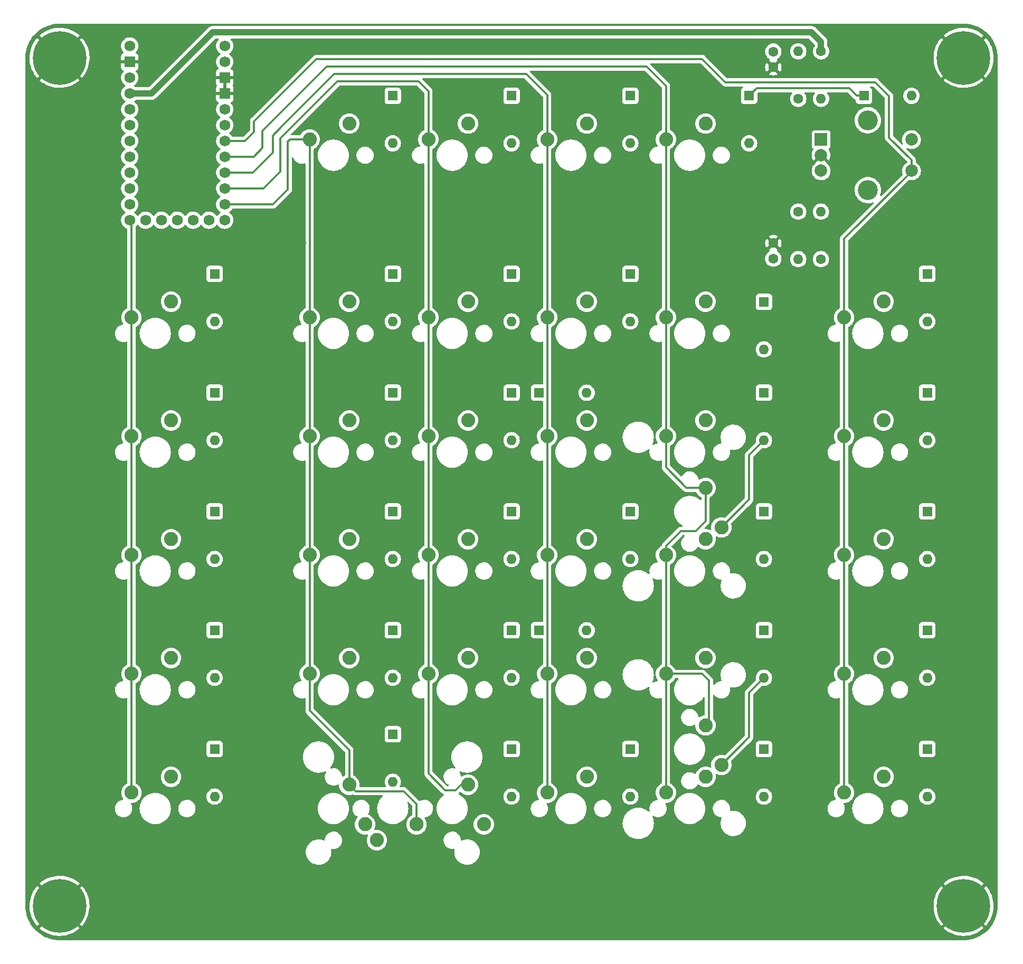
<source format=gbr>
G04 #@! TF.GenerationSoftware,KiCad,Pcbnew,(5.99.0-8951-g09be44a352)*
G04 #@! TF.CreationDate,2021-02-10T23:28:11+02:00*
G04 #@! TF.ProjectId,OsseyPad,4f737365-7950-4616-942e-6b696361645f,rev?*
G04 #@! TF.SameCoordinates,Original*
G04 #@! TF.FileFunction,Copper,L1,Top*
G04 #@! TF.FilePolarity,Positive*
%FSLAX46Y46*%
G04 Gerber Fmt 4.6, Leading zero omitted, Abs format (unit mm)*
G04 Created by KiCad (PCBNEW (5.99.0-8951-g09be44a352)) date 2021-02-10 23:28:11*
%MOMM*%
%LPD*%
G01*
G04 APERTURE LIST*
G04 #@! TA.AperFunction,ComponentPad*
%ADD10C,0.900000*%
G04 #@! TD*
G04 #@! TA.AperFunction,ComponentPad*
%ADD11C,8.600000*%
G04 #@! TD*
G04 #@! TA.AperFunction,ComponentPad*
%ADD12C,2.250000*%
G04 #@! TD*
G04 #@! TA.AperFunction,ComponentPad*
%ADD13R,2.000000X2.000000*%
G04 #@! TD*
G04 #@! TA.AperFunction,ComponentPad*
%ADD14C,2.000000*%
G04 #@! TD*
G04 #@! TA.AperFunction,ComponentPad*
%ADD15C,3.200000*%
G04 #@! TD*
G04 #@! TA.AperFunction,ComponentPad*
%ADD16C,1.600000*%
G04 #@! TD*
G04 #@! TA.AperFunction,ComponentPad*
%ADD17R,1.600000X1.600000*%
G04 #@! TD*
G04 #@! TA.AperFunction,ComponentPad*
%ADD18O,1.600000X1.600000*%
G04 #@! TD*
G04 #@! TA.AperFunction,ComponentPad*
%ADD19C,1.752600*%
G04 #@! TD*
G04 #@! TA.AperFunction,ComponentPad*
%ADD20R,1.752600X1.752600*%
G04 #@! TD*
G04 #@! TA.AperFunction,ViaPad*
%ADD21C,0.800000*%
G04 #@! TD*
G04 #@! TA.AperFunction,Conductor*
%ADD22C,1.000000*%
G04 #@! TD*
G04 #@! TA.AperFunction,Conductor*
%ADD23C,0.300000*%
G04 #@! TD*
G04 APERTURE END LIST*
D10*
X89326254Y-81919769D03*
X84765416Y-77358931D03*
X90270835Y-79639350D03*
X83820835Y-79639350D03*
D11*
X87045835Y-79639350D03*
D10*
X87045835Y-82864350D03*
X84765416Y-81919769D03*
X89326254Y-77358931D03*
X87045835Y-76414350D03*
X228820715Y-79639350D03*
X234326134Y-77358931D03*
X234326134Y-81919769D03*
X229765296Y-77358931D03*
D11*
X232045715Y-79639350D03*
D10*
X229765296Y-81919769D03*
X232045715Y-76414350D03*
X232045715Y-82864350D03*
X235270715Y-79639350D03*
X84765416Y-217918369D03*
X87045835Y-212412950D03*
X89326254Y-213357531D03*
X89326254Y-217918369D03*
X90270835Y-215637950D03*
X87045835Y-218862950D03*
X83820835Y-215637950D03*
X84765416Y-213357531D03*
D11*
X87045835Y-215637950D03*
D10*
X235270715Y-215637950D03*
X229765296Y-217918369D03*
X229765296Y-213357531D03*
X228820715Y-215637950D03*
X232045715Y-218862950D03*
X234326134Y-213357531D03*
X234326134Y-217918369D03*
D11*
X232045715Y-215637950D03*
D10*
X232045715Y-212412950D03*
D12*
X127158750Y-92710000D03*
X133508750Y-90170000D03*
X146208750Y-92710000D03*
X152558750Y-90170000D03*
X165258750Y-92710000D03*
X171608750Y-90170000D03*
X184308750Y-92710000D03*
X190658750Y-90170000D03*
X98583750Y-121285000D03*
X104933750Y-118745000D03*
X127158750Y-121285000D03*
X133508750Y-118745000D03*
X146208750Y-121285000D03*
X152558750Y-118745000D03*
X165258750Y-121285000D03*
X171608750Y-118745000D03*
X184308750Y-121285000D03*
X190658750Y-118745000D03*
X212883750Y-121285000D03*
X219233750Y-118745000D03*
X98583750Y-140335000D03*
X104933750Y-137795000D03*
X127158750Y-140335000D03*
X133508750Y-137795000D03*
X146208750Y-140335000D03*
X152558750Y-137795000D03*
X165258750Y-140335000D03*
X171608750Y-137795000D03*
X184308750Y-140335000D03*
X190658750Y-137795000D03*
X212883750Y-140335000D03*
X219233750Y-137795000D03*
X98583750Y-159385000D03*
X104933750Y-156845000D03*
X127158750Y-159385000D03*
X133508750Y-156845000D03*
X146208750Y-159385000D03*
X152558750Y-156845000D03*
X165258750Y-159385000D03*
X171608750Y-156845000D03*
X184308750Y-159385000D03*
X190658750Y-156845000D03*
X212883750Y-159385000D03*
X219233750Y-156845000D03*
X184308750Y-178435000D03*
X190658750Y-175895000D03*
X98583750Y-178435000D03*
X104933750Y-175895000D03*
X127158750Y-178435000D03*
X133508750Y-175895000D03*
X146208750Y-178435000D03*
X152558750Y-175895000D03*
X165258750Y-178435000D03*
X171608750Y-175895000D03*
X212883750Y-178435000D03*
X219233750Y-175895000D03*
X98583750Y-197485000D03*
X104933750Y-194945000D03*
X133508750Y-196215000D03*
X136048750Y-202565000D03*
X152558750Y-196215000D03*
X155098750Y-202565000D03*
X165258750Y-197485000D03*
X171608750Y-194945000D03*
X184308750Y-197485000D03*
X190658750Y-194945000D03*
X212883750Y-197485000D03*
X219233750Y-194945000D03*
X190658750Y-148590000D03*
X193198750Y-154940000D03*
X190658750Y-186690000D03*
X193198750Y-193040000D03*
X144303750Y-202565000D03*
X137953750Y-205105000D03*
D13*
X209193750Y-92750000D03*
D14*
X209193750Y-97750000D03*
X209193750Y-95250000D03*
D15*
X216693750Y-100850000D03*
X216693750Y-89650000D03*
D14*
X223693750Y-97750000D03*
X223693750Y-92750000D03*
D16*
X201530000Y-111840000D03*
X201530000Y-109340000D03*
X201530000Y-78630000D03*
X201530000Y-81130000D03*
D17*
X140493750Y-85725000D03*
D18*
X140493750Y-93345000D03*
D17*
X159543750Y-85725000D03*
D18*
X159543750Y-93345000D03*
D17*
X178593750Y-85725000D03*
D18*
X178593750Y-93345000D03*
D17*
X197643750Y-85725000D03*
D18*
X197643750Y-93345000D03*
D17*
X216070000Y-85725000D03*
D18*
X223690000Y-85725000D03*
D17*
X111918750Y-114300000D03*
D18*
X111918750Y-121920000D03*
D17*
X140493750Y-114300000D03*
D18*
X140493750Y-121920000D03*
D17*
X159543750Y-114300000D03*
D18*
X159543750Y-121920000D03*
D17*
X178593750Y-114300000D03*
D18*
X178593750Y-121920000D03*
D17*
X200025000Y-118780000D03*
D18*
X200025000Y-126400000D03*
D17*
X226218750Y-114300000D03*
D18*
X226218750Y-121920000D03*
D17*
X111918750Y-133350000D03*
D18*
X111918750Y-140970000D03*
D17*
X140493750Y-133350000D03*
D18*
X140493750Y-140970000D03*
D17*
X159543750Y-133350000D03*
D18*
X159543750Y-140970000D03*
D17*
X163980000Y-133350000D03*
D18*
X171600000Y-133350000D03*
D17*
X200025000Y-133350000D03*
D18*
X200025000Y-140970000D03*
D17*
X226218750Y-133350000D03*
D18*
X226218750Y-140970000D03*
D17*
X111918750Y-152400000D03*
D18*
X111918750Y-160020000D03*
D17*
X140493750Y-152400000D03*
D18*
X140493750Y-160020000D03*
D17*
X159543750Y-152400000D03*
D18*
X159543750Y-160020000D03*
D17*
X178593750Y-152400000D03*
D18*
X178593750Y-160020000D03*
D17*
X200025000Y-152400000D03*
D18*
X200025000Y-160020000D03*
D17*
X226218750Y-152400000D03*
D18*
X226218750Y-160020000D03*
D17*
X200025000Y-171450000D03*
D18*
X200025000Y-179070000D03*
D17*
X111918750Y-171450000D03*
D18*
X111918750Y-179070000D03*
D17*
X140493750Y-171450000D03*
D18*
X140493750Y-179070000D03*
D17*
X159543750Y-171450000D03*
D18*
X159543750Y-179070000D03*
D17*
X226218750Y-171450000D03*
D18*
X226218750Y-179070000D03*
D17*
X111918750Y-190500000D03*
D18*
X111918750Y-198120000D03*
D17*
X140500000Y-188125000D03*
D18*
X140500000Y-195745000D03*
D17*
X159543750Y-190500000D03*
D18*
X159543750Y-198120000D03*
D17*
X178593750Y-190500000D03*
D18*
X178593750Y-198120000D03*
D17*
X200025000Y-190500000D03*
D18*
X200025000Y-198120000D03*
D17*
X226218750Y-190500000D03*
D18*
X226218750Y-198120000D03*
D16*
X209190000Y-78580000D03*
D18*
X209190000Y-86200000D03*
D16*
X209170000Y-111920000D03*
D18*
X209170000Y-104300000D03*
D16*
X205530000Y-86210000D03*
D18*
X205530000Y-78590000D03*
D16*
X205530000Y-104300000D03*
D18*
X205530000Y-111920000D03*
D17*
X163980000Y-171450000D03*
D18*
X171600000Y-171450000D03*
D19*
X113543000Y-77739500D03*
X113543000Y-80279500D03*
D20*
X113543000Y-82819500D03*
X113543000Y-85359500D03*
D19*
X113543000Y-87899500D03*
X113543000Y-90439500D03*
X113543000Y-92979500D03*
X113543000Y-95519500D03*
X113543000Y-98059500D03*
X113543000Y-100599500D03*
X113543000Y-103139500D03*
X113543000Y-105679500D03*
X98303000Y-105679500D03*
X98303000Y-103139500D03*
X98303000Y-100599500D03*
X98303000Y-98059500D03*
X98303000Y-95519500D03*
X98303000Y-92979500D03*
X98303000Y-90439500D03*
X98303000Y-87899500D03*
X98303000Y-85359500D03*
X98303000Y-82819500D03*
D20*
X98303000Y-80279500D03*
D19*
X98303000Y-77739500D03*
X111003000Y-105679500D03*
X108463000Y-105679500D03*
X105923000Y-105679500D03*
X103383000Y-105679500D03*
X100843000Y-105679500D03*
D21*
X222500000Y-88500000D03*
X228500000Y-88500000D03*
X126060000Y-109340000D03*
X121340000Y-109340000D03*
X91500000Y-86000000D03*
X96500000Y-111000000D03*
D22*
X126060000Y-109340000D02*
X121340000Y-109340000D01*
X91500000Y-107500000D02*
X95000000Y-111000000D01*
X95000000Y-111000000D02*
X96500000Y-111000000D01*
X91500000Y-86000000D02*
X91500000Y-107500000D01*
X222500000Y-88500000D02*
X228500000Y-88500000D01*
D23*
X198868750Y-84500000D02*
X197643750Y-85725000D01*
X216070000Y-85725000D02*
X214945000Y-85725000D01*
X213720000Y-84500000D02*
X198868750Y-84500000D01*
X214945000Y-85725000D02*
X213720000Y-84500000D01*
X144303750Y-202565000D02*
X144303750Y-199303750D01*
X144303750Y-199303750D02*
X142250000Y-197250000D01*
X142250000Y-197250000D02*
X134543750Y-197250000D01*
X113543000Y-103139500D02*
X121310500Y-103139500D01*
X124030000Y-92710000D02*
X127158750Y-92710000D01*
X127158750Y-140335000D02*
X127158750Y-142519174D01*
X127158750Y-178435000D02*
X127158750Y-184308750D01*
X134543750Y-197250000D02*
X133508750Y-196215000D01*
X127158750Y-92710000D02*
X127158750Y-121285000D01*
X127158750Y-159385000D02*
X127158750Y-178435000D01*
X127158750Y-142519174D02*
X127158750Y-159385000D01*
X121310500Y-103139500D02*
X123660000Y-100790000D01*
X144303750Y-202565000D02*
X144303750Y-201703750D01*
X123660000Y-100790000D02*
X123660000Y-93080000D01*
X123660000Y-93080000D02*
X124030000Y-92710000D01*
X127158750Y-121285000D02*
X127158750Y-140335000D01*
X127158750Y-184308750D02*
X133508750Y-190658750D01*
X123660000Y-100790000D02*
X123660000Y-98040000D01*
X133508750Y-190658750D02*
X133508750Y-196215000D01*
X146208750Y-194408750D02*
X146208750Y-178435000D01*
X146208750Y-161569174D02*
X146208750Y-178435000D01*
X144670000Y-83440000D02*
X133010000Y-83440000D01*
X113543000Y-100599500D02*
X119750500Y-100599500D01*
X148900000Y-197100000D02*
X146208750Y-194408750D01*
X146208750Y-84978750D02*
X144670000Y-83440000D01*
X146208750Y-92710000D02*
X146208750Y-121285000D01*
X122459991Y-92582939D02*
X131602930Y-83440000D01*
X152558750Y-196215000D02*
X151485000Y-196215000D01*
X131602930Y-83440000D02*
X133010000Y-83440000D01*
X122459991Y-97890009D02*
X122459991Y-96510009D01*
X133010000Y-83440000D02*
X131812930Y-83440000D01*
X146208750Y-159385000D02*
X146208750Y-161569174D01*
X150600000Y-197100000D02*
X148900000Y-197100000D01*
X119750500Y-100599500D02*
X122459991Y-97890009D01*
X146208750Y-140335000D02*
X146208750Y-159385000D01*
X122459991Y-97890009D02*
X122459991Y-92582939D01*
X146208750Y-121285000D02*
X146208750Y-140335000D01*
X146208750Y-92710000D02*
X146208750Y-84978750D01*
X151485000Y-196215000D02*
X150600000Y-197100000D01*
X165258750Y-85578750D02*
X161919991Y-82239991D01*
X131105869Y-82239991D02*
X122627930Y-90717930D01*
X165258750Y-123296798D02*
X165258750Y-121285000D01*
X165258750Y-140335000D02*
X165258750Y-123296798D01*
X165258750Y-92710000D02*
X165258750Y-85578750D01*
X118040500Y-98059500D02*
X121259982Y-94840018D01*
X113543000Y-98059500D02*
X118040500Y-98059500D01*
X122627930Y-90717930D02*
X121259982Y-92085880D01*
X165258750Y-159385000D02*
X165258750Y-140335000D01*
X161919991Y-82239991D02*
X131315869Y-82239991D01*
X121259982Y-94840018D02*
X121259982Y-92085880D01*
X165258750Y-197485000D02*
X165258750Y-178435000D01*
X121259981Y-92085879D02*
X122627930Y-90717930D01*
X165258750Y-178435000D02*
X165258750Y-159385000D01*
X165258750Y-121285000D02*
X165258750Y-92710000D01*
X131315869Y-82239991D02*
X131105869Y-82239991D01*
X98583750Y-121285000D02*
X98583750Y-105960250D01*
X98583750Y-178435000D02*
X98583750Y-192760826D01*
X98583750Y-140335000D02*
X98583750Y-159385000D01*
X98583750Y-105960250D02*
X98303000Y-105679500D01*
X98583750Y-121285000D02*
X98583750Y-140335000D01*
X98583750Y-159385000D02*
X98583750Y-178435000D01*
X98583750Y-105575750D02*
X98430000Y-105422000D01*
X98583750Y-192760826D02*
X98583750Y-197485000D01*
X128210029Y-79839971D02*
X190129971Y-79839971D01*
X212883750Y-159385000D02*
X212883750Y-142346798D01*
X223693750Y-97856250D02*
X223693750Y-97750000D01*
X118250000Y-91550000D02*
X118250000Y-91050000D01*
X223693750Y-96023750D02*
X223693750Y-97750000D01*
X212883750Y-140335000D02*
X212883750Y-121285000D01*
X224050000Y-97868750D02*
X223681250Y-97868750D01*
X212883750Y-108666250D02*
X212883750Y-121285000D01*
X118250000Y-91550000D02*
X118250000Y-89800000D01*
X118250000Y-89800000D02*
X128210029Y-79839971D01*
X190129971Y-79839971D02*
X193850000Y-83560000D01*
X212883750Y-142346798D02*
X212883750Y-140335000D01*
X212883750Y-197485000D02*
X212883750Y-178435000D01*
X212883750Y-178435000D02*
X212883750Y-159385000D01*
X220090000Y-85760000D02*
X220090000Y-92420000D01*
X212883750Y-108666250D02*
X223693750Y-97856250D01*
X220090000Y-92420000D02*
X223693750Y-96023750D01*
X116820500Y-92979500D02*
X118250000Y-91550000D01*
X113543000Y-92979500D02*
X116820500Y-92979500D01*
X193850000Y-83560000D02*
X217890000Y-83560000D01*
X217890000Y-83560000D02*
X220090000Y-85760000D01*
X212883750Y-108666250D02*
X212883750Y-116616250D01*
D22*
X98303000Y-85359500D02*
X101790500Y-85359500D01*
X111600000Y-75550000D02*
X119900000Y-75550000D01*
X209190000Y-77070000D02*
X207670000Y-75550000D01*
X101790500Y-85359500D02*
X111600000Y-75550000D01*
X209190000Y-78580000D02*
X209190000Y-77070000D01*
X207670000Y-75550000D02*
X119900000Y-75550000D01*
D23*
X190135000Y-178435000D02*
X184308750Y-178435000D01*
X119600000Y-94100000D02*
X119600000Y-91350000D01*
X184308750Y-92710000D02*
X184308750Y-121285000D01*
X184308750Y-182761250D02*
X184308750Y-178435000D01*
X184308750Y-121285000D02*
X184308750Y-140335000D01*
X184308750Y-157891250D02*
X184308750Y-159385000D01*
X190660000Y-186690000D02*
X191200000Y-186150000D01*
X119600000Y-91350000D02*
X129910019Y-81039981D01*
X113543000Y-95519500D02*
X118180500Y-95519500D01*
X184308750Y-145308202D02*
X187590548Y-148590000D01*
X184308750Y-195491250D02*
X184308750Y-183911250D01*
X184308750Y-140335000D02*
X184308750Y-145308202D01*
X184308750Y-183408202D02*
X184308750Y-182761250D01*
X184308750Y-84138750D02*
X184308750Y-92710000D01*
X189100000Y-155500000D02*
X186700000Y-155500000D01*
X190658750Y-153941250D02*
X189100000Y-155500000D01*
X186700000Y-155500000D02*
X184308750Y-157891250D01*
X191200000Y-186150000D02*
X191200000Y-179500000D01*
X191200000Y-186150000D02*
X191200000Y-184800000D01*
X191200000Y-179500000D02*
X190135000Y-178435000D01*
X129910019Y-81039981D02*
X130608809Y-81039981D01*
X181209981Y-81039981D02*
X184308750Y-84138750D01*
X129910019Y-81039981D02*
X181209981Y-81039981D01*
X184308750Y-195491250D02*
X184308750Y-197485000D01*
X184308750Y-159385000D02*
X184308750Y-178435000D01*
X187590548Y-148590000D02*
X190658750Y-148590000D01*
X190658750Y-148590000D02*
X190658750Y-153941250D01*
X118180500Y-95519500D02*
X119600000Y-94100000D01*
X190658750Y-186690000D02*
X190660000Y-186690000D01*
X184308750Y-183911250D02*
X184308750Y-182761250D01*
X193198750Y-154940000D02*
X197643750Y-150495000D01*
X197643750Y-150495000D02*
X197643750Y-143351250D01*
X197643750Y-143351250D02*
X200025000Y-140970000D01*
X197643750Y-181451250D02*
X200025000Y-179070000D01*
X193198750Y-193040000D02*
X197643750Y-188595000D01*
X197643750Y-188595000D02*
X197643750Y-181451250D01*
G04 #@! TA.AperFunction,NonConductor*
G36*
X232038821Y-74147432D02*
G01*
X232282024Y-74156229D01*
X232471026Y-74163065D01*
X232481449Y-74163877D01*
X232898094Y-74213838D01*
X232907627Y-74215354D01*
X233322284Y-74297749D01*
X233331918Y-74300061D01*
X233737929Y-74414531D01*
X233747334Y-74417585D01*
X233959746Y-74495918D01*
X234142499Y-74563313D01*
X234151672Y-74567114D01*
X234260206Y-74617187D01*
X234433568Y-74697169D01*
X234532957Y-74743023D01*
X234541908Y-74747594D01*
X234909687Y-74954302D01*
X234917906Y-74959345D01*
X235268085Y-75193097D01*
X235276059Y-75198883D01*
X235607623Y-75459843D01*
X235607737Y-75459933D01*
X235615361Y-75466441D01*
X235924635Y-75752476D01*
X235931579Y-75759421D01*
X236013961Y-75848517D01*
X236217003Y-76068108D01*
X236223371Y-76075556D01*
X236484799Y-76406578D01*
X236490921Y-76415026D01*
X236529793Y-76473633D01*
X236723318Y-76765409D01*
X236728219Y-76773433D01*
X236809214Y-76917890D01*
X236930803Y-77134751D01*
X236935873Y-77143793D01*
X236940230Y-77152307D01*
X237116879Y-77532372D01*
X237120922Y-77542119D01*
X237171156Y-77679177D01*
X237264163Y-77932935D01*
X237265364Y-77936213D01*
X237268350Y-77945446D01*
X237352404Y-78244229D01*
X237383277Y-78353974D01*
X237385497Y-78363179D01*
X237393311Y-78401913D01*
X237468618Y-78775213D01*
X237470248Y-78785454D01*
X237519389Y-79204493D01*
X237520144Y-79214069D01*
X237537647Y-79646102D01*
X237537750Y-79651202D01*
X237537750Y-215626130D01*
X237537647Y-215631220D01*
X237523343Y-215984995D01*
X237520149Y-216063989D01*
X237519389Y-216073626D01*
X237499998Y-216238326D01*
X237470238Y-216491089D01*
X237468637Y-216501153D01*
X237448199Y-216602911D01*
X237434998Y-216668639D01*
X237433873Y-216674239D01*
X237431071Y-216688187D01*
X237385501Y-216915064D01*
X237383228Y-216924485D01*
X237352943Y-217031760D01*
X237277509Y-217298958D01*
X237268401Y-217331218D01*
X237265456Y-217340313D01*
X237205853Y-217503063D01*
X237120780Y-217735361D01*
X237116787Y-217745005D01*
X236940306Y-218125755D01*
X236935807Y-218134542D01*
X236855347Y-218277578D01*
X236728498Y-218503079D01*
X236723634Y-218511023D01*
X236499354Y-218848625D01*
X236491088Y-218861067D01*
X236484988Y-218869476D01*
X236276983Y-219132635D01*
X236223175Y-219200710D01*
X236216953Y-219207993D01*
X235931496Y-219517512D01*
X235924396Y-219524619D01*
X235695950Y-219735700D01*
X235615369Y-219810156D01*
X235607814Y-219816604D01*
X235546571Y-219864829D01*
X235276246Y-220077693D01*
X235268182Y-220083541D01*
X235207341Y-220124069D01*
X235168474Y-220149960D01*
X234917817Y-220316932D01*
X234909801Y-220321850D01*
X234541717Y-220529186D01*
X234532676Y-220533809D01*
X234395763Y-220596993D01*
X234151868Y-220709548D01*
X234142590Y-220713388D01*
X234007579Y-220763058D01*
X233856878Y-220818500D01*
X233747394Y-220858778D01*
X233738119Y-220861788D01*
X233331630Y-220976533D01*
X233322061Y-220978834D01*
X232908072Y-221061390D01*
X232898218Y-221062952D01*
X232720649Y-221083911D01*
X232480294Y-221112281D01*
X232470691Y-221113044D01*
X232037905Y-221130806D01*
X232032738Y-221130912D01*
X87058819Y-221130912D01*
X87053651Y-221130806D01*
X87041641Y-221130313D01*
X86620843Y-221113040D01*
X86611313Y-221112285D01*
X86308012Y-221076602D01*
X86192014Y-221062955D01*
X86182026Y-221061371D01*
X86046210Y-221034208D01*
X85769390Y-220978843D01*
X85759924Y-220976566D01*
X85467499Y-220894159D01*
X85352438Y-220861734D01*
X85343160Y-220858728D01*
X85296135Y-220841441D01*
X85082909Y-220763058D01*
X84948037Y-220713479D01*
X84938592Y-220709564D01*
X84558762Y-220533782D01*
X84549960Y-220529282D01*
X84180430Y-220321652D01*
X84172343Y-220316698D01*
X83822046Y-220083573D01*
X83813863Y-220077640D01*
X83482753Y-219816693D01*
X83475229Y-219810269D01*
X83165963Y-219524421D01*
X83158960Y-219517417D01*
X83079775Y-219431746D01*
X82879877Y-219215472D01*
X83833853Y-219215472D01*
X83833933Y-219216603D01*
X83838915Y-219224178D01*
X83873507Y-219257352D01*
X83877786Y-219261098D01*
X84214609Y-219529980D01*
X84219192Y-219533310D01*
X84578995Y-219770556D01*
X84583891Y-219773474D01*
X84963672Y-219977111D01*
X84968845Y-219979590D01*
X85365538Y-220147976D01*
X85370873Y-220149960D01*
X85781192Y-220281699D01*
X85786715Y-220283199D01*
X86207272Y-220377206D01*
X86212895Y-220378197D01*
X86640255Y-220433701D01*
X86645961Y-220434180D01*
X87076573Y-220450723D01*
X87082299Y-220450683D01*
X87512644Y-220428129D01*
X87518328Y-220427572D01*
X87944879Y-220366106D01*
X87950474Y-220365038D01*
X88369702Y-220265164D01*
X88375182Y-220263593D01*
X88783622Y-220126137D01*
X88788952Y-220124069D01*
X89183254Y-219950162D01*
X89188361Y-219947627D01*
X89565273Y-219738701D01*
X89570151Y-219735700D01*
X89926551Y-219493491D01*
X89931164Y-219490040D01*
X90250725Y-219227549D01*
X90258944Y-219215472D01*
X228833733Y-219215472D01*
X228833813Y-219216603D01*
X228838795Y-219224178D01*
X228873387Y-219257352D01*
X228877666Y-219261098D01*
X229214489Y-219529980D01*
X229219072Y-219533310D01*
X229578875Y-219770556D01*
X229583771Y-219773474D01*
X229963552Y-219977111D01*
X229968725Y-219979590D01*
X230365418Y-220147976D01*
X230370753Y-220149960D01*
X230781072Y-220281699D01*
X230786595Y-220283199D01*
X231207152Y-220377206D01*
X231212775Y-220378197D01*
X231640135Y-220433701D01*
X231645841Y-220434180D01*
X232076453Y-220450723D01*
X232082179Y-220450683D01*
X232512524Y-220428129D01*
X232518208Y-220427572D01*
X232944759Y-220366106D01*
X232950354Y-220365038D01*
X233369582Y-220265164D01*
X233375062Y-220263593D01*
X233783502Y-220126137D01*
X233788832Y-220124069D01*
X234183134Y-219950162D01*
X234188241Y-219947627D01*
X234565153Y-219738701D01*
X234570031Y-219735700D01*
X234926431Y-219493491D01*
X234931044Y-219490040D01*
X235250605Y-219227549D01*
X235259066Y-219215117D01*
X235252816Y-219204261D01*
X234852222Y-218803667D01*
X233966925Y-217918369D01*
X233440837Y-217392282D01*
X232058527Y-216009972D01*
X232044583Y-216002358D01*
X232042750Y-216002489D01*
X232036135Y-216006740D01*
X230650594Y-217392281D01*
X229765296Y-218277578D01*
X229239209Y-218803666D01*
X228841347Y-219201528D01*
X228833733Y-219215472D01*
X90258944Y-219215472D01*
X90259186Y-219215117D01*
X90252936Y-219204261D01*
X89852342Y-218803667D01*
X88967045Y-217918369D01*
X88440957Y-217392282D01*
X87058647Y-216009972D01*
X87044703Y-216002358D01*
X87042870Y-216002489D01*
X87036255Y-216006740D01*
X85650714Y-217392281D01*
X84765416Y-218277578D01*
X84239329Y-218803666D01*
X83841467Y-219201528D01*
X83833853Y-219215472D01*
X82879877Y-219215472D01*
X82873109Y-219208150D01*
X82866698Y-219200643D01*
X82605726Y-218869502D01*
X82599793Y-218861318D01*
X82445644Y-218629687D01*
X82366418Y-218510639D01*
X82361555Y-218502713D01*
X82300084Y-218393676D01*
X82154177Y-218134868D01*
X82149523Y-218125768D01*
X82043041Y-217894938D01*
X81973876Y-217745002D01*
X81970027Y-217735700D01*
X81824559Y-217339981D01*
X81821573Y-217330780D01*
X81768620Y-217143443D01*
X81706828Y-216924838D01*
X81704512Y-216915212D01*
X81704483Y-216915064D01*
X81621985Y-216501341D01*
X81620421Y-216491473D01*
X81571199Y-216074315D01*
X81570422Y-216064350D01*
X81560461Y-215803064D01*
X82235797Y-215803064D01*
X82235996Y-215808769D01*
X82270557Y-216238326D01*
X82271275Y-216244003D01*
X82344622Y-216668639D01*
X82345853Y-216674239D01*
X82457391Y-217090504D01*
X82459113Y-217095933D01*
X82607920Y-217500378D01*
X82610136Y-217505650D01*
X82794983Y-217894938D01*
X82797664Y-217899978D01*
X83017030Y-218270907D01*
X83020159Y-218275688D01*
X83272250Y-218625221D01*
X83275790Y-218629687D01*
X83458801Y-218840216D01*
X83471930Y-218848625D01*
X83481843Y-218842732D01*
X83880118Y-218444457D01*
X84765416Y-217559160D01*
X84821512Y-217503064D01*
X85291503Y-217033072D01*
X86673813Y-215650762D01*
X86680191Y-215639082D01*
X87410243Y-215639082D01*
X87410374Y-215640915D01*
X87414625Y-215647530D01*
X88800166Y-217033071D01*
X89270157Y-217503063D01*
X89326253Y-217559159D01*
X90211551Y-218444456D01*
X90609313Y-218842218D01*
X90622759Y-218849560D01*
X90632595Y-218842640D01*
X90857275Y-218576768D01*
X90860772Y-218572227D01*
X91107941Y-218219231D01*
X91111008Y-218214400D01*
X91325174Y-217840445D01*
X91327786Y-217835363D01*
X91507182Y-217443528D01*
X91509320Y-217438236D01*
X91652463Y-217031760D01*
X91654116Y-217026286D01*
X91759828Y-216608517D01*
X91760979Y-216602911D01*
X91828394Y-216177265D01*
X91829029Y-216171603D01*
X91853507Y-215803064D01*
X227235677Y-215803064D01*
X227235876Y-215808769D01*
X227270437Y-216238326D01*
X227271155Y-216244003D01*
X227344502Y-216668639D01*
X227345733Y-216674239D01*
X227457271Y-217090504D01*
X227458993Y-217095933D01*
X227607800Y-217500378D01*
X227610016Y-217505650D01*
X227794863Y-217894938D01*
X227797544Y-217899978D01*
X228016910Y-218270907D01*
X228020039Y-218275688D01*
X228272130Y-218625221D01*
X228275670Y-218629687D01*
X228458681Y-218840216D01*
X228471810Y-218848625D01*
X228481723Y-218842732D01*
X228879998Y-218444457D01*
X229765296Y-217559160D01*
X229821392Y-217503064D01*
X230291383Y-217033072D01*
X231673693Y-215650762D01*
X231680071Y-215639082D01*
X232410123Y-215639082D01*
X232410254Y-215640915D01*
X232414505Y-215647530D01*
X233800046Y-217033071D01*
X234270037Y-217503063D01*
X234326133Y-217559159D01*
X235211431Y-218444456D01*
X235609193Y-218842218D01*
X235622639Y-218849560D01*
X235632475Y-218842640D01*
X235857155Y-218576768D01*
X235860652Y-218572227D01*
X236107821Y-218219231D01*
X236110888Y-218214400D01*
X236325054Y-217840445D01*
X236327666Y-217835363D01*
X236507062Y-217443528D01*
X236509200Y-217438236D01*
X236652343Y-217031760D01*
X236653996Y-217026286D01*
X236759708Y-216608517D01*
X236760859Y-216602911D01*
X236828274Y-216177265D01*
X236828909Y-216171603D01*
X236857543Y-215740497D01*
X236857677Y-215736990D01*
X236858696Y-215639723D01*
X236858634Y-215636175D01*
X236839036Y-215204586D01*
X236838520Y-215198908D01*
X236780031Y-214771938D01*
X236779004Y-214766338D01*
X236682058Y-214346422D01*
X236680524Y-214340926D01*
X236545924Y-213931535D01*
X236543894Y-213926193D01*
X236372746Y-213530694D01*
X236370242Y-213525560D01*
X236163953Y-213147198D01*
X236160990Y-213142307D01*
X235921261Y-212784202D01*
X235917866Y-212779599D01*
X235646676Y-212444707D01*
X235642870Y-212440419D01*
X235635574Y-212432917D01*
X235621742Y-212425111D01*
X235620374Y-212425190D01*
X235613049Y-212429826D01*
X235211432Y-212831443D01*
X234326134Y-213716740D01*
X233800047Y-214242828D01*
X232417737Y-215625138D01*
X232410123Y-215639082D01*
X231680071Y-215639082D01*
X231681307Y-215636818D01*
X231681176Y-215634985D01*
X231676925Y-215628370D01*
X230291384Y-214242829D01*
X229406087Y-213357531D01*
X228879999Y-212831444D01*
X228483841Y-212435286D01*
X228469897Y-212427672D01*
X228469704Y-212427685D01*
X228460882Y-212433664D01*
X228339162Y-212567903D01*
X228335510Y-212572317D01*
X228076158Y-212916490D01*
X228072942Y-212921186D01*
X227845841Y-213287461D01*
X227843068Y-213292424D01*
X227650098Y-213677777D01*
X227647780Y-213682983D01*
X227490532Y-214084231D01*
X227488696Y-214089623D01*
X227368464Y-214503467D01*
X227367122Y-214509017D01*
X227284892Y-214932050D01*
X227284059Y-214937691D01*
X227240510Y-215366427D01*
X227240190Y-215372151D01*
X227235677Y-215803064D01*
X91853507Y-215803064D01*
X91857663Y-215740497D01*
X91857797Y-215736990D01*
X91858816Y-215639723D01*
X91858754Y-215636175D01*
X91839156Y-215204586D01*
X91838640Y-215198908D01*
X91780151Y-214771938D01*
X91779124Y-214766338D01*
X91682178Y-214346422D01*
X91680644Y-214340926D01*
X91546044Y-213931535D01*
X91544014Y-213926193D01*
X91372866Y-213530694D01*
X91370362Y-213525560D01*
X91164073Y-213147198D01*
X91161110Y-213142307D01*
X90921381Y-212784202D01*
X90917986Y-212779599D01*
X90646796Y-212444707D01*
X90642990Y-212440419D01*
X90635694Y-212432917D01*
X90621862Y-212425111D01*
X90620494Y-212425190D01*
X90613169Y-212429826D01*
X90211552Y-212831443D01*
X89326254Y-213716740D01*
X88800167Y-214242828D01*
X87417857Y-215625138D01*
X87410243Y-215639082D01*
X86680191Y-215639082D01*
X86681427Y-215636818D01*
X86681296Y-215634985D01*
X86677045Y-215628370D01*
X85291504Y-214242829D01*
X84406207Y-213357531D01*
X83880119Y-212831444D01*
X83483961Y-212435286D01*
X83470017Y-212427672D01*
X83469824Y-212427685D01*
X83461002Y-212433664D01*
X83339282Y-212567903D01*
X83335630Y-212572317D01*
X83076278Y-212916490D01*
X83073062Y-212921186D01*
X82845961Y-213287461D01*
X82843188Y-213292424D01*
X82650218Y-213677777D01*
X82647900Y-213682983D01*
X82490652Y-214084231D01*
X82488816Y-214089623D01*
X82368584Y-214503467D01*
X82367242Y-214509017D01*
X82285012Y-214932050D01*
X82284179Y-214937691D01*
X82240630Y-215366427D01*
X82240310Y-215372151D01*
X82235797Y-215803064D01*
X81560461Y-215803064D01*
X81553926Y-215631663D01*
X81553835Y-215626863D01*
X81553835Y-212064433D01*
X83835327Y-212064433D01*
X83835339Y-212064862D01*
X83840707Y-212073612D01*
X84239328Y-212472233D01*
X84685858Y-212918764D01*
X84765415Y-212998321D01*
X85650713Y-213883618D01*
X87033023Y-215265928D01*
X87046967Y-215273542D01*
X87048800Y-215273411D01*
X87055415Y-215269160D01*
X88440956Y-213883619D01*
X89326254Y-212998322D01*
X89405811Y-212918765D01*
X89852341Y-212472234D01*
X90249449Y-212075126D01*
X90255288Y-212064433D01*
X228835207Y-212064433D01*
X228835219Y-212064862D01*
X228840587Y-212073612D01*
X229239208Y-212472233D01*
X229685738Y-212918764D01*
X229765295Y-212998321D01*
X230650593Y-213883618D01*
X232032903Y-215265928D01*
X232046847Y-215273542D01*
X232048680Y-215273411D01*
X232055295Y-215269160D01*
X233440836Y-213883619D01*
X234326134Y-212998322D01*
X234405691Y-212918765D01*
X234852221Y-212472234D01*
X235249329Y-212075126D01*
X235256737Y-212061559D01*
X235249995Y-212051903D01*
X235011068Y-211847117D01*
X235006556Y-211843592D01*
X234655293Y-211593963D01*
X234650488Y-211590866D01*
X234278015Y-211374081D01*
X234272981Y-211371450D01*
X233882403Y-211189320D01*
X233877110Y-211187139D01*
X233471648Y-211041163D01*
X233466188Y-211039474D01*
X233049163Y-210930847D01*
X233043573Y-210929659D01*
X232618413Y-210859274D01*
X232612748Y-210858598D01*
X232182948Y-210827036D01*
X232177247Y-210826877D01*
X231746355Y-210834397D01*
X231740667Y-210834755D01*
X231312248Y-210881297D01*
X231306578Y-210882175D01*
X230884152Y-210967351D01*
X230878607Y-210968733D01*
X230465621Y-211091850D01*
X230460217Y-211093732D01*
X230060103Y-211253766D01*
X230054896Y-211256128D01*
X229670916Y-211451775D01*
X229665951Y-211454596D01*
X229301293Y-211684234D01*
X229296598Y-211687497D01*
X228954259Y-211949234D01*
X228949864Y-211952922D01*
X228843396Y-212050824D01*
X228835207Y-212064433D01*
X90255288Y-212064433D01*
X90256857Y-212061559D01*
X90250115Y-212051903D01*
X90011188Y-211847117D01*
X90006676Y-211843592D01*
X89655413Y-211593963D01*
X89650608Y-211590866D01*
X89278135Y-211374081D01*
X89273101Y-211371450D01*
X88882523Y-211189320D01*
X88877230Y-211187139D01*
X88471768Y-211041163D01*
X88466308Y-211039474D01*
X88049283Y-210930847D01*
X88043693Y-210929659D01*
X87618533Y-210859274D01*
X87612868Y-210858598D01*
X87183068Y-210827036D01*
X87177367Y-210826877D01*
X86746475Y-210834397D01*
X86740787Y-210834755D01*
X86312368Y-210881297D01*
X86306698Y-210882175D01*
X85884272Y-210967351D01*
X85878727Y-210968733D01*
X85465741Y-211091850D01*
X85460337Y-211093732D01*
X85060223Y-211253766D01*
X85055016Y-211256128D01*
X84671036Y-211451775D01*
X84666071Y-211454596D01*
X84301413Y-211684234D01*
X84296718Y-211687497D01*
X83954379Y-211949234D01*
X83949984Y-211952922D01*
X83843516Y-212050824D01*
X83835327Y-212064433D01*
X81553835Y-212064433D01*
X81553835Y-206867871D01*
X126554963Y-206867871D01*
X126554963Y-207152129D01*
X126594524Y-207433620D01*
X126672876Y-207706866D01*
X126788494Y-207966548D01*
X126939128Y-208207612D01*
X126941952Y-208210978D01*
X126941956Y-208210983D01*
X127030174Y-208316117D01*
X127121845Y-208425366D01*
X127333090Y-208615572D01*
X127336729Y-208618027D01*
X127336736Y-208618032D01*
X127565105Y-208772069D01*
X127565111Y-208772072D01*
X127568750Y-208774527D01*
X127572701Y-208776454D01*
X127820281Y-208897207D01*
X127820286Y-208897209D01*
X127824239Y-208899137D01*
X128094584Y-208986978D01*
X128374523Y-209036338D01*
X128378915Y-209036491D01*
X128378921Y-209036492D01*
X128654214Y-209046106D01*
X128654220Y-209046106D01*
X128658608Y-209046259D01*
X128662974Y-209045800D01*
X128662977Y-209045800D01*
X128936935Y-209017006D01*
X128936940Y-209017005D01*
X128941308Y-209016546D01*
X129077761Y-208982524D01*
X129212847Y-208948844D01*
X129212849Y-208948843D01*
X129217122Y-208947778D01*
X129480681Y-208841293D01*
X129726856Y-208699164D01*
X129950854Y-208524158D01*
X130043410Y-208428314D01*
X130145258Y-208322847D01*
X130145260Y-208322844D01*
X130148316Y-208319680D01*
X130229738Y-208207612D01*
X130312809Y-208093275D01*
X130312811Y-208093271D01*
X130315398Y-208089711D01*
X130317464Y-208085825D01*
X130317468Y-208085819D01*
X130446782Y-207842613D01*
X130448849Y-207838726D01*
X130546071Y-207571611D01*
X130605171Y-207293565D01*
X130625000Y-207010000D01*
X130614757Y-206863519D01*
X130605478Y-206730820D01*
X130605477Y-206730815D01*
X130605171Y-206726435D01*
X130582470Y-206619635D01*
X130587872Y-206548845D01*
X130630689Y-206492213D01*
X130697326Y-206467719D01*
X130733951Y-206470644D01*
X130773109Y-206479648D01*
X130778437Y-206479951D01*
X130778440Y-206479951D01*
X130918962Y-206487930D01*
X131007519Y-206492959D01*
X131012826Y-206492359D01*
X131012828Y-206492359D01*
X131235518Y-206467183D01*
X131235523Y-206467182D01*
X131240821Y-206466583D01*
X131245938Y-206465101D01*
X131245944Y-206465100D01*
X131405010Y-206419037D01*
X131466344Y-206401276D01*
X131677639Y-206298905D01*
X131743815Y-206251615D01*
X131864318Y-206165502D01*
X131864320Y-206165500D01*
X131868664Y-206162396D01*
X132033959Y-205995653D01*
X132077082Y-205934181D01*
X132165735Y-205807807D01*
X132165737Y-205807804D01*
X132168796Y-205803443D01*
X132235284Y-205663104D01*
X132267037Y-205596080D01*
X132267037Y-205596079D01*
X132269319Y-205591263D01*
X132332656Y-205365179D01*
X132337278Y-205320836D01*
X132345875Y-205238340D01*
X132356994Y-205131656D01*
X132357250Y-205105000D01*
X132346941Y-204983508D01*
X132337850Y-204876363D01*
X132337849Y-204876359D01*
X132337399Y-204871052D01*
X132336061Y-204865897D01*
X132336060Y-204865891D01*
X132279757Y-204648965D01*
X132278415Y-204643794D01*
X132181983Y-204429723D01*
X132050861Y-204234961D01*
X131888798Y-204065075D01*
X131700428Y-203924924D01*
X131695677Y-203922508D01*
X131695673Y-203922506D01*
X131495893Y-203820933D01*
X131495892Y-203820933D01*
X131491137Y-203818515D01*
X131266910Y-203748891D01*
X131239882Y-203745309D01*
X131039440Y-203718741D01*
X131039437Y-203718741D01*
X131034157Y-203718041D01*
X131028828Y-203718241D01*
X131028827Y-203718241D01*
X130944112Y-203721422D01*
X130799534Y-203726850D01*
X130569750Y-203775063D01*
X130564794Y-203777020D01*
X130564788Y-203777022D01*
X130356339Y-203859343D01*
X130356337Y-203859344D01*
X130351374Y-203861304D01*
X130346815Y-203864071D01*
X130346812Y-203864072D01*
X130246532Y-203924924D01*
X130150651Y-203983106D01*
X130146621Y-203986603D01*
X129986679Y-204125394D01*
X129973320Y-204136986D01*
X129969937Y-204141112D01*
X129969933Y-204141116D01*
X129827835Y-204314417D01*
X129827831Y-204314423D01*
X129824451Y-204318545D01*
X129821812Y-204323181D01*
X129821810Y-204323184D01*
X129753886Y-204442509D01*
X129708301Y-204522591D01*
X129706480Y-204527607D01*
X129706478Y-204527612D01*
X129664306Y-204643794D01*
X129628191Y-204743289D01*
X129627242Y-204748538D01*
X129627241Y-204748541D01*
X129587362Y-204969077D01*
X129586412Y-204974331D01*
X129585824Y-205035596D01*
X129565169Y-205103522D01*
X129511070Y-205149498D01*
X129440702Y-205158927D01*
X129412630Y-205151212D01*
X129221210Y-205073873D01*
X129221202Y-205073870D01*
X129217122Y-205072222D01*
X129212849Y-205071157D01*
X129212847Y-205071156D01*
X128945579Y-205004519D01*
X128945581Y-205004519D01*
X128941308Y-205003454D01*
X128936940Y-205002995D01*
X128936935Y-205002994D01*
X128662977Y-204974200D01*
X128662974Y-204974200D01*
X128658608Y-204973741D01*
X128654220Y-204973894D01*
X128654214Y-204973894D01*
X128378921Y-204983508D01*
X128378915Y-204983509D01*
X128374523Y-204983662D01*
X128094584Y-205033022D01*
X128090396Y-205034383D01*
X128090395Y-205034383D01*
X128041216Y-205050362D01*
X127824239Y-205120863D01*
X127820286Y-205122791D01*
X127820281Y-205122793D01*
X127701128Y-205180908D01*
X127568750Y-205245473D01*
X127565111Y-205247928D01*
X127565105Y-205247931D01*
X127336736Y-205401968D01*
X127336729Y-205401973D01*
X127333090Y-205404428D01*
X127121845Y-205594634D01*
X127068629Y-205658055D01*
X126941956Y-205809017D01*
X126941952Y-205809022D01*
X126939128Y-205812388D01*
X126788494Y-206053452D01*
X126672876Y-206313134D01*
X126594524Y-206586380D01*
X126554963Y-206867871D01*
X81553835Y-206867871D01*
X81553835Y-123929108D01*
X95929158Y-123929108D01*
X95966494Y-124160909D01*
X95968219Y-124165961D01*
X95968219Y-124165962D01*
X96016073Y-124306129D01*
X96042352Y-124383104D01*
X96044901Y-124387790D01*
X96044902Y-124387791D01*
X96085398Y-124462219D01*
X96154564Y-124589343D01*
X96157868Y-124593534D01*
X96296617Y-124769537D01*
X96296621Y-124769541D01*
X96299920Y-124773726D01*
X96474264Y-124930982D01*
X96672612Y-125056615D01*
X96889292Y-125147032D01*
X96894495Y-125148228D01*
X96894500Y-125148230D01*
X97112906Y-125198452D01*
X97112911Y-125198453D01*
X97118109Y-125199648D01*
X97123437Y-125199951D01*
X97123440Y-125199951D01*
X97263962Y-125207930D01*
X97352519Y-125212959D01*
X97357826Y-125212359D01*
X97357828Y-125212359D01*
X97580518Y-125187183D01*
X97580523Y-125187182D01*
X97585821Y-125186583D01*
X97590938Y-125185101D01*
X97590944Y-125185100D01*
X97764203Y-125134927D01*
X97835199Y-125135192D01*
X97894781Y-125173798D01*
X97924033Y-125238488D01*
X97925250Y-125255955D01*
X97925250Y-138755536D01*
X97905248Y-138823657D01*
X97848811Y-138870824D01*
X97848872Y-138870943D01*
X97848353Y-138871208D01*
X97847474Y-138871942D01*
X97844465Y-138873189D01*
X97844458Y-138873193D01*
X97839887Y-138875086D01*
X97620664Y-139009426D01*
X97425156Y-139176406D01*
X97258176Y-139371914D01*
X97123836Y-139591137D01*
X97121943Y-139595707D01*
X97121941Y-139595711D01*
X97036862Y-139801111D01*
X97025444Y-139828676D01*
X97015479Y-139870185D01*
X96968491Y-140065903D01*
X96965423Y-140078682D01*
X96945250Y-140335000D01*
X96965423Y-140591318D01*
X96966577Y-140596125D01*
X96966578Y-140596131D01*
X96976121Y-140635879D01*
X97025444Y-140841324D01*
X97027337Y-140845895D01*
X97027338Y-140845897D01*
X97112320Y-141051060D01*
X97123836Y-141078863D01*
X97126422Y-141083083D01*
X97200154Y-141203402D01*
X97257737Y-141297369D01*
X97257737Y-141297370D01*
X97258176Y-141298086D01*
X97258026Y-141298178D01*
X97281211Y-141363161D01*
X97265129Y-141432313D01*
X97214215Y-141481792D01*
X97160143Y-141496264D01*
X97144534Y-141496850D01*
X96914750Y-141545063D01*
X96909794Y-141547020D01*
X96909788Y-141547022D01*
X96701339Y-141629343D01*
X96701337Y-141629344D01*
X96696374Y-141631304D01*
X96691815Y-141634071D01*
X96691812Y-141634072D01*
X96580367Y-141701699D01*
X96495651Y-141753106D01*
X96491621Y-141756603D01*
X96443003Y-141798792D01*
X96318320Y-141906986D01*
X96314937Y-141911112D01*
X96314933Y-141911116D01*
X96172835Y-142084417D01*
X96172831Y-142084423D01*
X96169451Y-142088545D01*
X96166812Y-142093181D01*
X96166810Y-142093184D01*
X96102757Y-142205709D01*
X96053301Y-142292591D01*
X96051480Y-142297607D01*
X96051478Y-142297612D01*
X95977907Y-142500296D01*
X95973191Y-142513289D01*
X95972242Y-142518538D01*
X95972241Y-142518541D01*
X95964143Y-142563326D01*
X95931412Y-142744331D01*
X95930596Y-142829344D01*
X95929263Y-142968205D01*
X95929158Y-142979108D01*
X95966494Y-143210909D01*
X95968219Y-143215961D01*
X95968219Y-143215962D01*
X96016073Y-143356129D01*
X96042352Y-143433104D01*
X96044901Y-143437790D01*
X96044902Y-143437791D01*
X96085398Y-143512219D01*
X96154564Y-143639343D01*
X96157868Y-143643534D01*
X96296617Y-143819537D01*
X96296621Y-143819541D01*
X96299920Y-143823726D01*
X96474264Y-143980982D01*
X96672612Y-144106615D01*
X96889292Y-144197032D01*
X96894495Y-144198228D01*
X96894500Y-144198230D01*
X97112906Y-144248452D01*
X97112911Y-144248453D01*
X97118109Y-144249648D01*
X97123437Y-144249951D01*
X97123440Y-144249951D01*
X97263962Y-144257930D01*
X97352519Y-144262959D01*
X97357826Y-144262359D01*
X97357828Y-144262359D01*
X97580518Y-144237183D01*
X97580523Y-144237182D01*
X97585821Y-144236583D01*
X97590938Y-144235101D01*
X97590944Y-144235100D01*
X97764203Y-144184927D01*
X97835199Y-144185192D01*
X97894781Y-144223798D01*
X97924033Y-144288488D01*
X97925250Y-144305955D01*
X97925250Y-157805536D01*
X97905248Y-157873657D01*
X97848811Y-157920824D01*
X97848872Y-157920943D01*
X97848353Y-157921208D01*
X97847474Y-157921942D01*
X97844465Y-157923189D01*
X97844458Y-157923193D01*
X97839887Y-157925086D01*
X97620664Y-158059426D01*
X97425156Y-158226406D01*
X97258176Y-158421914D01*
X97123836Y-158641137D01*
X97121943Y-158645707D01*
X97121941Y-158645711D01*
X97029883Y-158867959D01*
X97025444Y-158878676D01*
X96965423Y-159128682D01*
X96945250Y-159385000D01*
X96965423Y-159641318D01*
X96966577Y-159646125D01*
X96966578Y-159646131D01*
X97000302Y-159786598D01*
X97025444Y-159891324D01*
X97027337Y-159895895D01*
X97027338Y-159895897D01*
X97076476Y-160014525D01*
X97123836Y-160128863D01*
X97126422Y-160133083D01*
X97200154Y-160253402D01*
X97257737Y-160347369D01*
X97257737Y-160347370D01*
X97258176Y-160348086D01*
X97258026Y-160348178D01*
X97281211Y-160413161D01*
X97265129Y-160482313D01*
X97214215Y-160531792D01*
X97160143Y-160546264D01*
X97144534Y-160546850D01*
X96914750Y-160595063D01*
X96909794Y-160597020D01*
X96909788Y-160597022D01*
X96701339Y-160679343D01*
X96701337Y-160679344D01*
X96696374Y-160681304D01*
X96691815Y-160684071D01*
X96691812Y-160684072D01*
X96637465Y-160717051D01*
X96495651Y-160803106D01*
X96491621Y-160806603D01*
X96443003Y-160848792D01*
X96318320Y-160956986D01*
X96314937Y-160961112D01*
X96314933Y-160961116D01*
X96172835Y-161134417D01*
X96172831Y-161134423D01*
X96169451Y-161138545D01*
X96166812Y-161143181D01*
X96166810Y-161143184D01*
X96102757Y-161255709D01*
X96053301Y-161342591D01*
X96051480Y-161347607D01*
X96051478Y-161347612D01*
X96009306Y-161463794D01*
X95973191Y-161563289D01*
X95972242Y-161568538D01*
X95972241Y-161568541D01*
X95963894Y-161614702D01*
X95931412Y-161794331D01*
X95930947Y-161842766D01*
X95929902Y-161951656D01*
X95929158Y-162029108D01*
X95930007Y-162034379D01*
X95955319Y-162191526D01*
X95966494Y-162260909D01*
X95968219Y-162265961D01*
X95968219Y-162265962D01*
X96039571Y-162474957D01*
X96042352Y-162483104D01*
X96044901Y-162487790D01*
X96044902Y-162487791D01*
X96085398Y-162562219D01*
X96154564Y-162689343D01*
X96157868Y-162693534D01*
X96296617Y-162869537D01*
X96296621Y-162869541D01*
X96299920Y-162873726D01*
X96474264Y-163030982D01*
X96672612Y-163156615D01*
X96889292Y-163247032D01*
X96894495Y-163248228D01*
X96894500Y-163248230D01*
X97112906Y-163298452D01*
X97112911Y-163298453D01*
X97118109Y-163299648D01*
X97123437Y-163299951D01*
X97123440Y-163299951D01*
X97263962Y-163307930D01*
X97352519Y-163312959D01*
X97357826Y-163312359D01*
X97357828Y-163312359D01*
X97580518Y-163287183D01*
X97580523Y-163287182D01*
X97585821Y-163286583D01*
X97590938Y-163285101D01*
X97590944Y-163285100D01*
X97764203Y-163234927D01*
X97835199Y-163235192D01*
X97894781Y-163273798D01*
X97924033Y-163338488D01*
X97925250Y-163355955D01*
X97925250Y-176855536D01*
X97905248Y-176923657D01*
X97848811Y-176970824D01*
X97848872Y-176970943D01*
X97848353Y-176971208D01*
X97847474Y-176971942D01*
X97844465Y-176973189D01*
X97844458Y-176973193D01*
X97839887Y-176975086D01*
X97620664Y-177109426D01*
X97425156Y-177276406D01*
X97258176Y-177471914D01*
X97123836Y-177691137D01*
X97121943Y-177695707D01*
X97121941Y-177695711D01*
X97036862Y-177901111D01*
X97025444Y-177928676D01*
X97016182Y-177967256D01*
X96968491Y-178165903D01*
X96965423Y-178178682D01*
X96945250Y-178435000D01*
X96965423Y-178691318D01*
X96966577Y-178696125D01*
X96966578Y-178696131D01*
X96976121Y-178735879D01*
X97025444Y-178941324D01*
X97027337Y-178945895D01*
X97027338Y-178945897D01*
X97121940Y-179174285D01*
X97123836Y-179178863D01*
X97126422Y-179183083D01*
X97238576Y-179366101D01*
X97257737Y-179397369D01*
X97257737Y-179397370D01*
X97258176Y-179398086D01*
X97258026Y-179398178D01*
X97281211Y-179463161D01*
X97265129Y-179532313D01*
X97214215Y-179581792D01*
X97160143Y-179596264D01*
X97144534Y-179596850D01*
X96914750Y-179645063D01*
X96909794Y-179647020D01*
X96909788Y-179647022D01*
X96701339Y-179729343D01*
X96701337Y-179729344D01*
X96696374Y-179731304D01*
X96691815Y-179734071D01*
X96691812Y-179734072D01*
X96580367Y-179801699D01*
X96495651Y-179853106D01*
X96491621Y-179856603D01*
X96443003Y-179898792D01*
X96318320Y-180006986D01*
X96314937Y-180011112D01*
X96314933Y-180011116D01*
X96172835Y-180184417D01*
X96172831Y-180184423D01*
X96169451Y-180188545D01*
X96166812Y-180193181D01*
X96166810Y-180193184D01*
X96102757Y-180305709D01*
X96053301Y-180392591D01*
X96051480Y-180397607D01*
X96051478Y-180397612D01*
X95977907Y-180600296D01*
X95973191Y-180613289D01*
X95972242Y-180618538D01*
X95972241Y-180618541D01*
X95964143Y-180663326D01*
X95931412Y-180844331D01*
X95930596Y-180929344D01*
X95929263Y-181068205D01*
X95929158Y-181079108D01*
X95966494Y-181310909D01*
X95968219Y-181315961D01*
X95968219Y-181315962D01*
X96016073Y-181456129D01*
X96042352Y-181533104D01*
X96044901Y-181537790D01*
X96044902Y-181537791D01*
X96085398Y-181612219D01*
X96154564Y-181739343D01*
X96172683Y-181762327D01*
X96296617Y-181919537D01*
X96296621Y-181919541D01*
X96299920Y-181923726D01*
X96474264Y-182080982D01*
X96672612Y-182206615D01*
X96889292Y-182297032D01*
X96894495Y-182298228D01*
X96894500Y-182298230D01*
X97112906Y-182348452D01*
X97112911Y-182348453D01*
X97118109Y-182349648D01*
X97123437Y-182349951D01*
X97123440Y-182349951D01*
X97263962Y-182357930D01*
X97352519Y-182362959D01*
X97357826Y-182362359D01*
X97357828Y-182362359D01*
X97580518Y-182337183D01*
X97580523Y-182337182D01*
X97585821Y-182336583D01*
X97590938Y-182335101D01*
X97590944Y-182335100D01*
X97764203Y-182284927D01*
X97835199Y-182285192D01*
X97894781Y-182323798D01*
X97924033Y-182388488D01*
X97925250Y-182405955D01*
X97925250Y-195905536D01*
X97905248Y-195973657D01*
X97848811Y-196020824D01*
X97848872Y-196020943D01*
X97848353Y-196021208D01*
X97847474Y-196021942D01*
X97844465Y-196023189D01*
X97844458Y-196023193D01*
X97839887Y-196025086D01*
X97620664Y-196159426D01*
X97425156Y-196326406D01*
X97258176Y-196521914D01*
X97123836Y-196741137D01*
X97121943Y-196745707D01*
X97121941Y-196745711D01*
X97029883Y-196967959D01*
X97025444Y-196978676D01*
X97024289Y-196983488D01*
X96976668Y-197181845D01*
X96965423Y-197228682D01*
X96945250Y-197485000D01*
X96965423Y-197741318D01*
X96966577Y-197746125D01*
X96966578Y-197746131D01*
X96999679Y-197884006D01*
X97025444Y-197991324D01*
X97027337Y-197995895D01*
X97027338Y-197995897D01*
X97081374Y-198126350D01*
X97123836Y-198228863D01*
X97126422Y-198233083D01*
X97200154Y-198353402D01*
X97257737Y-198447369D01*
X97257737Y-198447370D01*
X97258176Y-198448086D01*
X97258026Y-198448178D01*
X97281211Y-198513161D01*
X97265129Y-198582313D01*
X97214215Y-198631792D01*
X97160143Y-198646264D01*
X97144534Y-198646850D01*
X96914750Y-198695063D01*
X96909794Y-198697020D01*
X96909788Y-198697022D01*
X96701339Y-198779343D01*
X96701337Y-198779344D01*
X96696374Y-198781304D01*
X96691815Y-198784071D01*
X96691812Y-198784072D01*
X96595516Y-198842506D01*
X96495651Y-198903106D01*
X96491621Y-198906603D01*
X96332754Y-199044461D01*
X96318320Y-199056986D01*
X96314937Y-199061112D01*
X96314933Y-199061116D01*
X96172835Y-199234417D01*
X96172831Y-199234423D01*
X96169451Y-199238545D01*
X96166812Y-199243181D01*
X96166810Y-199243184D01*
X96102757Y-199355709D01*
X96053301Y-199442591D01*
X96051480Y-199447607D01*
X96051478Y-199447612D01*
X95975011Y-199658274D01*
X95973191Y-199663289D01*
X95972242Y-199668538D01*
X95972241Y-199668541D01*
X95963894Y-199714702D01*
X95931412Y-199894331D01*
X95930947Y-199942766D01*
X95929902Y-200051656D01*
X95929158Y-200129108D01*
X95930007Y-200134379D01*
X95955319Y-200291526D01*
X95966494Y-200360909D01*
X95968219Y-200365961D01*
X95968219Y-200365962D01*
X96039571Y-200574957D01*
X96042352Y-200583104D01*
X96044901Y-200587790D01*
X96044902Y-200587791D01*
X96085398Y-200662219D01*
X96154564Y-200789343D01*
X96157868Y-200793534D01*
X96296617Y-200969537D01*
X96296621Y-200969541D01*
X96299920Y-200973726D01*
X96474264Y-201130982D01*
X96672612Y-201256615D01*
X96889292Y-201347032D01*
X96894495Y-201348228D01*
X96894500Y-201348230D01*
X97112906Y-201398452D01*
X97112911Y-201398453D01*
X97118109Y-201399648D01*
X97123437Y-201399951D01*
X97123440Y-201399951D01*
X97263962Y-201407930D01*
X97352519Y-201412959D01*
X97357826Y-201412359D01*
X97357828Y-201412359D01*
X97580518Y-201387183D01*
X97580523Y-201387182D01*
X97585821Y-201386583D01*
X97590938Y-201385101D01*
X97590944Y-201385100D01*
X97729508Y-201344974D01*
X97811344Y-201321276D01*
X97940562Y-201258671D01*
X98017834Y-201221233D01*
X98022639Y-201218905D01*
X98088815Y-201171615D01*
X98209318Y-201085502D01*
X98209320Y-201085500D01*
X98213664Y-201082396D01*
X98317848Y-200977299D01*
X98375206Y-200919439D01*
X98375207Y-200919438D01*
X98378959Y-200915653D01*
X98513796Y-200723443D01*
X98549271Y-200648565D01*
X98612037Y-200516080D01*
X98612037Y-200516079D01*
X98614319Y-200511263D01*
X98677656Y-200285179D01*
X98701994Y-200051656D01*
X98702250Y-200025000D01*
X99886350Y-200025000D01*
X99906122Y-200339261D01*
X99965125Y-200648565D01*
X99966351Y-200652339D01*
X99966352Y-200652342D01*
X99987889Y-200718627D01*
X100062428Y-200948036D01*
X100196499Y-201232949D01*
X100198617Y-201236287D01*
X100198619Y-201236290D01*
X100212823Y-201258672D01*
X100365221Y-201498813D01*
X100565934Y-201741433D01*
X100795473Y-201956985D01*
X101050218Y-202142068D01*
X101326151Y-202293763D01*
X101376294Y-202313616D01*
X101615238Y-202408221D01*
X101615241Y-202408222D01*
X101618921Y-202409679D01*
X101622755Y-202410663D01*
X101622763Y-202410666D01*
X101811546Y-202459137D01*
X101923910Y-202487987D01*
X101927838Y-202488483D01*
X101927842Y-202488484D01*
X102051672Y-202504127D01*
X102236309Y-202527452D01*
X102551191Y-202527452D01*
X102735828Y-202504127D01*
X102859658Y-202488484D01*
X102859662Y-202488483D01*
X102863590Y-202487987D01*
X102975954Y-202459137D01*
X103164737Y-202410666D01*
X103164745Y-202410663D01*
X103168579Y-202409679D01*
X103172259Y-202408222D01*
X103172262Y-202408221D01*
X103411206Y-202313616D01*
X103461349Y-202293763D01*
X103737282Y-202142068D01*
X103992027Y-201956985D01*
X104221566Y-201741433D01*
X104422279Y-201498813D01*
X104574677Y-201258672D01*
X104588881Y-201236290D01*
X104588883Y-201236287D01*
X104591001Y-201232949D01*
X104725072Y-200948036D01*
X104799611Y-200718627D01*
X104821148Y-200652342D01*
X104821149Y-200652339D01*
X104822375Y-200648565D01*
X104881378Y-200339261D01*
X104894600Y-200129108D01*
X106089158Y-200129108D01*
X106090007Y-200134379D01*
X106115319Y-200291526D01*
X106126494Y-200360909D01*
X106128219Y-200365961D01*
X106128219Y-200365962D01*
X106199571Y-200574957D01*
X106202352Y-200583104D01*
X106204901Y-200587790D01*
X106204902Y-200587791D01*
X106245398Y-200662219D01*
X106314564Y-200789343D01*
X106317868Y-200793534D01*
X106456617Y-200969537D01*
X106456621Y-200969541D01*
X106459920Y-200973726D01*
X106634264Y-201130982D01*
X106832612Y-201256615D01*
X107049292Y-201347032D01*
X107054495Y-201348228D01*
X107054500Y-201348230D01*
X107272906Y-201398452D01*
X107272911Y-201398453D01*
X107278109Y-201399648D01*
X107283437Y-201399951D01*
X107283440Y-201399951D01*
X107423962Y-201407930D01*
X107512519Y-201412959D01*
X107517826Y-201412359D01*
X107517828Y-201412359D01*
X107740518Y-201387183D01*
X107740523Y-201387182D01*
X107745821Y-201386583D01*
X107750938Y-201385101D01*
X107750944Y-201385100D01*
X107889508Y-201344974D01*
X107971344Y-201321276D01*
X108100562Y-201258671D01*
X108177834Y-201221233D01*
X108182639Y-201218905D01*
X108248815Y-201171615D01*
X108369318Y-201085502D01*
X108369320Y-201085500D01*
X108373664Y-201082396D01*
X108477848Y-200977299D01*
X108535206Y-200919439D01*
X108535207Y-200919438D01*
X108538959Y-200915653D01*
X108673796Y-200723443D01*
X108709271Y-200648565D01*
X108772037Y-200516080D01*
X108772037Y-200516079D01*
X108774319Y-200511263D01*
X108837656Y-200285179D01*
X108861994Y-200051656D01*
X108862250Y-200025000D01*
X128461350Y-200025000D01*
X128481122Y-200339261D01*
X128540125Y-200648565D01*
X128541351Y-200652339D01*
X128541352Y-200652342D01*
X128562889Y-200718627D01*
X128637428Y-200948036D01*
X128771499Y-201232949D01*
X128773617Y-201236287D01*
X128773619Y-201236290D01*
X128787823Y-201258672D01*
X128940221Y-201498813D01*
X129140934Y-201741433D01*
X129370473Y-201956985D01*
X129625218Y-202142068D01*
X129901151Y-202293763D01*
X129951294Y-202313616D01*
X130190238Y-202408221D01*
X130190241Y-202408222D01*
X130193921Y-202409679D01*
X130197755Y-202410663D01*
X130197763Y-202410666D01*
X130386546Y-202459137D01*
X130498910Y-202487987D01*
X130502838Y-202488483D01*
X130502842Y-202488484D01*
X130626672Y-202504127D01*
X130811309Y-202527452D01*
X131126191Y-202527452D01*
X131310828Y-202504127D01*
X131434658Y-202488484D01*
X131434662Y-202488483D01*
X131438590Y-202487987D01*
X131550954Y-202459137D01*
X131739737Y-202410666D01*
X131739745Y-202410663D01*
X131743579Y-202409679D01*
X131747259Y-202408222D01*
X131747262Y-202408221D01*
X131986206Y-202313616D01*
X132036349Y-202293763D01*
X132312282Y-202142068D01*
X132567027Y-201956985D01*
X132796566Y-201741433D01*
X132997279Y-201498813D01*
X133149677Y-201258672D01*
X133163881Y-201236290D01*
X133163883Y-201236287D01*
X133166001Y-201232949D01*
X133300072Y-200948036D01*
X133374611Y-200718627D01*
X133396148Y-200652342D01*
X133396149Y-200652339D01*
X133397375Y-200648565D01*
X133456378Y-200339261D01*
X133469600Y-200129108D01*
X134029158Y-200129108D01*
X134030007Y-200134379D01*
X134055319Y-200291526D01*
X134066494Y-200360909D01*
X134068219Y-200365961D01*
X134068219Y-200365962D01*
X134139571Y-200574957D01*
X134142352Y-200583104D01*
X134144901Y-200587790D01*
X134144902Y-200587791D01*
X134185398Y-200662219D01*
X134254564Y-200789343D01*
X134257868Y-200793534D01*
X134396617Y-200969537D01*
X134396621Y-200969541D01*
X134399920Y-200973726D01*
X134574264Y-201130982D01*
X134686194Y-201201878D01*
X134768097Y-201253755D01*
X134772612Y-201256615D01*
X134777538Y-201258671D01*
X134777539Y-201258671D01*
X134793983Y-201265533D01*
X134849146Y-201310227D01*
X134871389Y-201377649D01*
X134853650Y-201446394D01*
X134841269Y-201463645D01*
X134723176Y-201601914D01*
X134588836Y-201821137D01*
X134586943Y-201825707D01*
X134586941Y-201825711D01*
X134523694Y-201978403D01*
X134490444Y-202058676D01*
X134489289Y-202063488D01*
X134433656Y-202295217D01*
X134430423Y-202308682D01*
X134410250Y-202565000D01*
X134430423Y-202821318D01*
X134431577Y-202826125D01*
X134431578Y-202826131D01*
X134464572Y-202963560D01*
X134490444Y-203071324D01*
X134492337Y-203075895D01*
X134492338Y-203075897D01*
X134503613Y-203103116D01*
X134588836Y-203308863D01*
X134723176Y-203528086D01*
X134890156Y-203723594D01*
X135085664Y-203890574D01*
X135304887Y-204024914D01*
X135309457Y-204026807D01*
X135309461Y-204026809D01*
X135537853Y-204121412D01*
X135542426Y-204123306D01*
X135604277Y-204138155D01*
X135787619Y-204182172D01*
X135787625Y-204182173D01*
X135792432Y-204183327D01*
X136048750Y-204203500D01*
X136305068Y-204183327D01*
X136309881Y-204182171D01*
X136309884Y-204182171D01*
X136358370Y-204170531D01*
X136429278Y-204174079D01*
X136487011Y-204215399D01*
X136513241Y-204281372D01*
X136499638Y-204351054D01*
X136497300Y-204355194D01*
X136496422Y-204356917D01*
X136493836Y-204361137D01*
X136491943Y-204365707D01*
X136491941Y-204365711D01*
X136397338Y-204594103D01*
X136395444Y-204598676D01*
X136394289Y-204603488D01*
X136359465Y-204748541D01*
X136335423Y-204848682D01*
X136315250Y-205105000D01*
X136335423Y-205361318D01*
X136336577Y-205366125D01*
X136336578Y-205366131D01*
X136353266Y-205435640D01*
X136395444Y-205611324D01*
X136397337Y-205615895D01*
X136397338Y-205615897D01*
X136478728Y-205812388D01*
X136493836Y-205848863D01*
X136628176Y-206068086D01*
X136795156Y-206263594D01*
X136990664Y-206430574D01*
X137209887Y-206564914D01*
X137214457Y-206566807D01*
X137214461Y-206566809D01*
X137341997Y-206619636D01*
X137447426Y-206663306D01*
X137534110Y-206684117D01*
X137692619Y-206722172D01*
X137692625Y-206722173D01*
X137697432Y-206723327D01*
X137953750Y-206743500D01*
X138210068Y-206723327D01*
X138214875Y-206722173D01*
X138214881Y-206722172D01*
X138373390Y-206684117D01*
X138460074Y-206663306D01*
X138565503Y-206619636D01*
X138693039Y-206566809D01*
X138693043Y-206566807D01*
X138697613Y-206564914D01*
X138916836Y-206430574D01*
X139112344Y-206263594D01*
X139279324Y-206068086D01*
X139413664Y-205848863D01*
X139428773Y-205812388D01*
X139510162Y-205615897D01*
X139510163Y-205615895D01*
X139512056Y-205611324D01*
X139554234Y-205435640D01*
X139570922Y-205366131D01*
X139570923Y-205366125D01*
X139572077Y-205361318D01*
X139584056Y-205209108D01*
X148634158Y-205209108D01*
X148635007Y-205214379D01*
X148659450Y-205366131D01*
X148671494Y-205440909D01*
X148673219Y-205445961D01*
X148673219Y-205445962D01*
X148722970Y-205591686D01*
X148747352Y-205663104D01*
X148859564Y-205869343D01*
X148862868Y-205873534D01*
X149001617Y-206049537D01*
X149001621Y-206049541D01*
X149004920Y-206053726D01*
X149008880Y-206057298D01*
X149008881Y-206057299D01*
X149020840Y-206068086D01*
X149179264Y-206210982D01*
X149377612Y-206336615D01*
X149594292Y-206427032D01*
X149599495Y-206428228D01*
X149599500Y-206428230D01*
X149817906Y-206478452D01*
X149817911Y-206478453D01*
X149823109Y-206479648D01*
X149828437Y-206479951D01*
X149828440Y-206479951D01*
X149968962Y-206487930D01*
X150057519Y-206492959D01*
X150062826Y-206492359D01*
X150062828Y-206492359D01*
X150185837Y-206478452D01*
X150264453Y-206469564D01*
X150334389Y-206481786D01*
X150386615Y-206529879D01*
X150404549Y-206598573D01*
X150403381Y-206612300D01*
X150367463Y-206867871D01*
X150367463Y-207152129D01*
X150407024Y-207433620D01*
X150485376Y-207706866D01*
X150600994Y-207966548D01*
X150751628Y-208207612D01*
X150754452Y-208210978D01*
X150754456Y-208210983D01*
X150842674Y-208316117D01*
X150934345Y-208425366D01*
X151145590Y-208615572D01*
X151149229Y-208618027D01*
X151149236Y-208618032D01*
X151377605Y-208772069D01*
X151377611Y-208772072D01*
X151381250Y-208774527D01*
X151385201Y-208776454D01*
X151632781Y-208897207D01*
X151632786Y-208897209D01*
X151636739Y-208899137D01*
X151907084Y-208986978D01*
X152187023Y-209036338D01*
X152191415Y-209036491D01*
X152191421Y-209036492D01*
X152466714Y-209046106D01*
X152466720Y-209046106D01*
X152471108Y-209046259D01*
X152475474Y-209045800D01*
X152475477Y-209045800D01*
X152749435Y-209017006D01*
X152749440Y-209017005D01*
X152753808Y-209016546D01*
X152890261Y-208982524D01*
X153025347Y-208948844D01*
X153025349Y-208948843D01*
X153029622Y-208947778D01*
X153293181Y-208841293D01*
X153539356Y-208699164D01*
X153763354Y-208524158D01*
X153855910Y-208428314D01*
X153957758Y-208322847D01*
X153957760Y-208322844D01*
X153960816Y-208319680D01*
X154042238Y-208207612D01*
X154125309Y-208093275D01*
X154125311Y-208093271D01*
X154127898Y-208089711D01*
X154129964Y-208085825D01*
X154129968Y-208085819D01*
X154259282Y-207842613D01*
X154261349Y-207838726D01*
X154358571Y-207571611D01*
X154417671Y-207293565D01*
X154437500Y-207010000D01*
X154427257Y-206863519D01*
X154417978Y-206730820D01*
X154417977Y-206730815D01*
X154417671Y-206726435D01*
X154358571Y-206448389D01*
X154349725Y-206424083D01*
X154262853Y-206185407D01*
X154261349Y-206181274D01*
X154195517Y-206057462D01*
X154129968Y-205934181D01*
X154129964Y-205934175D01*
X154127898Y-205930289D01*
X154086664Y-205873534D01*
X153963405Y-205703883D01*
X153963403Y-205703880D01*
X153960816Y-205700320D01*
X153924877Y-205663104D01*
X153766408Y-205499004D01*
X153766404Y-205499001D01*
X153763354Y-205495842D01*
X153539356Y-205320836D01*
X153293181Y-205178707D01*
X153029622Y-205072222D01*
X153025349Y-205071157D01*
X153025347Y-205071156D01*
X152758079Y-205004519D01*
X152758081Y-205004519D01*
X152753808Y-205003454D01*
X152749440Y-205002995D01*
X152749435Y-205002994D01*
X152475477Y-204974200D01*
X152475474Y-204974200D01*
X152471108Y-204973741D01*
X152466720Y-204973894D01*
X152466714Y-204973894D01*
X152191421Y-204983508D01*
X152191415Y-204983509D01*
X152187023Y-204983662D01*
X151907084Y-205033022D01*
X151902896Y-205034383D01*
X151902895Y-205034383D01*
X151853716Y-205050362D01*
X151636739Y-205120863D01*
X151632786Y-205122791D01*
X151632781Y-205122793D01*
X151620693Y-205128689D01*
X151582901Y-205147121D01*
X151512909Y-205159006D01*
X151447600Y-205131162D01*
X151407712Y-205072429D01*
X151402119Y-205044526D01*
X151387850Y-204876363D01*
X151387849Y-204876359D01*
X151387399Y-204871052D01*
X151386061Y-204865897D01*
X151386060Y-204865891D01*
X151329757Y-204648965D01*
X151328415Y-204643794D01*
X151231983Y-204429723D01*
X151100861Y-204234961D01*
X150938798Y-204065075D01*
X150750428Y-203924924D01*
X150745677Y-203922508D01*
X150745673Y-203922506D01*
X150545893Y-203820933D01*
X150545892Y-203820933D01*
X150541137Y-203818515D01*
X150316910Y-203748891D01*
X150289882Y-203745309D01*
X150089440Y-203718741D01*
X150089437Y-203718741D01*
X150084157Y-203718041D01*
X150078828Y-203718241D01*
X150078827Y-203718241D01*
X149994112Y-203721422D01*
X149849534Y-203726850D01*
X149619750Y-203775063D01*
X149614794Y-203777020D01*
X149614788Y-203777022D01*
X149406339Y-203859343D01*
X149406337Y-203859344D01*
X149401374Y-203861304D01*
X149396815Y-203864071D01*
X149396812Y-203864072D01*
X149296532Y-203924924D01*
X149200651Y-203983106D01*
X149196621Y-203986603D01*
X149036679Y-204125394D01*
X149023320Y-204136986D01*
X149019937Y-204141112D01*
X149019933Y-204141116D01*
X148877835Y-204314417D01*
X148877831Y-204314423D01*
X148874451Y-204318545D01*
X148871812Y-204323181D01*
X148871810Y-204323184D01*
X148803886Y-204442509D01*
X148758301Y-204522591D01*
X148756480Y-204527607D01*
X148756478Y-204527612D01*
X148714306Y-204643794D01*
X148678191Y-204743289D01*
X148677242Y-204748538D01*
X148677241Y-204748541D01*
X148637362Y-204969077D01*
X148636412Y-204974331D01*
X148635824Y-205035596D01*
X148634466Y-205177059D01*
X148634158Y-205209108D01*
X139584056Y-205209108D01*
X139592250Y-205105000D01*
X139572077Y-204848682D01*
X139548036Y-204748541D01*
X139513211Y-204603488D01*
X139512056Y-204598676D01*
X139510162Y-204594103D01*
X139415559Y-204365711D01*
X139415557Y-204365707D01*
X139413664Y-204361137D01*
X139279324Y-204141914D01*
X139112344Y-203946406D01*
X138916836Y-203779426D01*
X138697613Y-203645086D01*
X138693043Y-203643193D01*
X138693039Y-203643191D01*
X138464647Y-203548588D01*
X138464645Y-203548587D01*
X138460074Y-203546694D01*
X138365013Y-203523872D01*
X138214881Y-203487828D01*
X138214875Y-203487827D01*
X138210068Y-203486673D01*
X137953750Y-203466500D01*
X137697432Y-203486673D01*
X137692619Y-203487829D01*
X137692616Y-203487829D01*
X137644130Y-203499469D01*
X137573222Y-203495921D01*
X137515489Y-203454601D01*
X137489259Y-203388628D01*
X137502862Y-203318946D01*
X137505200Y-203314806D01*
X137506078Y-203313083D01*
X137508664Y-203308863D01*
X137593888Y-203103116D01*
X137605162Y-203075897D01*
X137605163Y-203075895D01*
X137607056Y-203071324D01*
X137632928Y-202963560D01*
X137665922Y-202826131D01*
X137665923Y-202826125D01*
X137667077Y-202821318D01*
X137687250Y-202565000D01*
X137667077Y-202308682D01*
X137663845Y-202295217D01*
X137608211Y-202063488D01*
X137607056Y-202058676D01*
X137573806Y-201978403D01*
X137510559Y-201825711D01*
X137510557Y-201825707D01*
X137508664Y-201821137D01*
X137374324Y-201601914D01*
X137207344Y-201406406D01*
X137011836Y-201239426D01*
X136792613Y-201105086D01*
X136788043Y-201103193D01*
X136788039Y-201103191D01*
X136591782Y-201021899D01*
X136536501Y-200977351D01*
X136514080Y-200909987D01*
X136531638Y-200841196D01*
X136536850Y-200833129D01*
X136610735Y-200727807D01*
X136610737Y-200727804D01*
X136613796Y-200723443D01*
X136649271Y-200648565D01*
X136712037Y-200516080D01*
X136712037Y-200516079D01*
X136714319Y-200511263D01*
X136777656Y-200285179D01*
X136801994Y-200051656D01*
X136802250Y-200025000D01*
X136795398Y-199944249D01*
X136782850Y-199796363D01*
X136782849Y-199796359D01*
X136782399Y-199791052D01*
X136781061Y-199785897D01*
X136781060Y-199785891D01*
X136724757Y-199568965D01*
X136723415Y-199563794D01*
X136648576Y-199397658D01*
X136629173Y-199354584D01*
X136629172Y-199354581D01*
X136626983Y-199349723D01*
X136495861Y-199154961D01*
X136468424Y-199126199D01*
X136390449Y-199044461D01*
X136333798Y-198985075D01*
X136145428Y-198844924D01*
X136140677Y-198842508D01*
X136140673Y-198842506D01*
X135940893Y-198740933D01*
X135940892Y-198740933D01*
X135936137Y-198738515D01*
X135711910Y-198668891D01*
X135684882Y-198665309D01*
X135484440Y-198638741D01*
X135484437Y-198638741D01*
X135479157Y-198638041D01*
X135473828Y-198638241D01*
X135473827Y-198638241D01*
X135389112Y-198641422D01*
X135244534Y-198646850D01*
X135014750Y-198695063D01*
X135009794Y-198697020D01*
X135009788Y-198697022D01*
X134801339Y-198779343D01*
X134801337Y-198779344D01*
X134796374Y-198781304D01*
X134791815Y-198784071D01*
X134791812Y-198784072D01*
X134695516Y-198842506D01*
X134595651Y-198903106D01*
X134591621Y-198906603D01*
X134432754Y-199044461D01*
X134418320Y-199056986D01*
X134414937Y-199061112D01*
X134414933Y-199061116D01*
X134272835Y-199234417D01*
X134272831Y-199234423D01*
X134269451Y-199238545D01*
X134266812Y-199243181D01*
X134266810Y-199243184D01*
X134202757Y-199355709D01*
X134153301Y-199442591D01*
X134151480Y-199447607D01*
X134151478Y-199447612D01*
X134075011Y-199658274D01*
X134073191Y-199663289D01*
X134072242Y-199668538D01*
X134072241Y-199668541D01*
X134063894Y-199714702D01*
X134031412Y-199894331D01*
X134030947Y-199942766D01*
X134029902Y-200051656D01*
X134029158Y-200129108D01*
X133469600Y-200129108D01*
X133476150Y-200025000D01*
X133456378Y-199710739D01*
X133397375Y-199401435D01*
X133300072Y-199101964D01*
X133166001Y-198817051D01*
X133157374Y-198803456D01*
X133057958Y-198646802D01*
X132997279Y-198551187D01*
X132796566Y-198308567D01*
X132567027Y-198093015D01*
X132312282Y-197907932D01*
X132292008Y-197896786D01*
X132039811Y-197758140D01*
X132039808Y-197758139D01*
X132036349Y-197756237D01*
X131829274Y-197674250D01*
X131747262Y-197641779D01*
X131747259Y-197641778D01*
X131743579Y-197640321D01*
X131739745Y-197639337D01*
X131739737Y-197639334D01*
X131522942Y-197583671D01*
X131438590Y-197562013D01*
X131434662Y-197561517D01*
X131434658Y-197561516D01*
X131307195Y-197545414D01*
X131126191Y-197522548D01*
X130811309Y-197522548D01*
X130630305Y-197545414D01*
X130502842Y-197561516D01*
X130502838Y-197561517D01*
X130498910Y-197562013D01*
X130414558Y-197583671D01*
X130197763Y-197639334D01*
X130197755Y-197639337D01*
X130193921Y-197640321D01*
X130190241Y-197641778D01*
X130190238Y-197641779D01*
X130108226Y-197674250D01*
X129901151Y-197756237D01*
X129897692Y-197758139D01*
X129897689Y-197758140D01*
X129645493Y-197896786D01*
X129625218Y-197907932D01*
X129370473Y-198093015D01*
X129140934Y-198308567D01*
X128940221Y-198551187D01*
X128879542Y-198646802D01*
X128780127Y-198803456D01*
X128771499Y-198817051D01*
X128637428Y-199101964D01*
X128540125Y-199401435D01*
X128481122Y-199710739D01*
X128461350Y-200025000D01*
X108862250Y-200025000D01*
X108855398Y-199944249D01*
X108842850Y-199796363D01*
X108842849Y-199796359D01*
X108842399Y-199791052D01*
X108841061Y-199785897D01*
X108841060Y-199785891D01*
X108784757Y-199568965D01*
X108783415Y-199563794D01*
X108708576Y-199397658D01*
X108689173Y-199354584D01*
X108689172Y-199354581D01*
X108686983Y-199349723D01*
X108555861Y-199154961D01*
X108528424Y-199126199D01*
X108450449Y-199044461D01*
X108393798Y-198985075D01*
X108205428Y-198844924D01*
X108200677Y-198842508D01*
X108200673Y-198842506D01*
X108000893Y-198740933D01*
X108000892Y-198740933D01*
X107996137Y-198738515D01*
X107771910Y-198668891D01*
X107744882Y-198665309D01*
X107544440Y-198638741D01*
X107544437Y-198638741D01*
X107539157Y-198638041D01*
X107533828Y-198638241D01*
X107533827Y-198638241D01*
X107449112Y-198641422D01*
X107304534Y-198646850D01*
X107074750Y-198695063D01*
X107069794Y-198697020D01*
X107069788Y-198697022D01*
X106861339Y-198779343D01*
X106861337Y-198779344D01*
X106856374Y-198781304D01*
X106851815Y-198784071D01*
X106851812Y-198784072D01*
X106755516Y-198842506D01*
X106655651Y-198903106D01*
X106651621Y-198906603D01*
X106492754Y-199044461D01*
X106478320Y-199056986D01*
X106474937Y-199061112D01*
X106474933Y-199061116D01*
X106332835Y-199234417D01*
X106332831Y-199234423D01*
X106329451Y-199238545D01*
X106326812Y-199243181D01*
X106326810Y-199243184D01*
X106262757Y-199355709D01*
X106213301Y-199442591D01*
X106211480Y-199447607D01*
X106211478Y-199447612D01*
X106135011Y-199658274D01*
X106133191Y-199663289D01*
X106132242Y-199668538D01*
X106132241Y-199668541D01*
X106123894Y-199714702D01*
X106091412Y-199894331D01*
X106090947Y-199942766D01*
X106089902Y-200051656D01*
X106089158Y-200129108D01*
X104894600Y-200129108D01*
X104901150Y-200025000D01*
X104881378Y-199710739D01*
X104822375Y-199401435D01*
X104725072Y-199101964D01*
X104591001Y-198817051D01*
X104582374Y-198803456D01*
X104482958Y-198646802D01*
X104422279Y-198551187D01*
X104221566Y-198308567D01*
X104020763Y-198120000D01*
X110605250Y-198120000D01*
X110625205Y-198348087D01*
X110626629Y-198353400D01*
X110626629Y-198353402D01*
X110650870Y-198443868D01*
X110684464Y-198569243D01*
X110686786Y-198574224D01*
X110686787Y-198574225D01*
X110778900Y-198771763D01*
X110778903Y-198771768D01*
X110781226Y-198776750D01*
X110784382Y-198781257D01*
X110784383Y-198781259D01*
X110897165Y-198942328D01*
X110912551Y-198964302D01*
X111074448Y-199126199D01*
X111078956Y-199129356D01*
X111078959Y-199129358D01*
X111257491Y-199254367D01*
X111262000Y-199257524D01*
X111266982Y-199259847D01*
X111266987Y-199259850D01*
X111464525Y-199351963D01*
X111469507Y-199354286D01*
X111474815Y-199355708D01*
X111474817Y-199355709D01*
X111685348Y-199412121D01*
X111685350Y-199412121D01*
X111690663Y-199413545D01*
X111918750Y-199433500D01*
X112146837Y-199413545D01*
X112152150Y-199412121D01*
X112152152Y-199412121D01*
X112362683Y-199355709D01*
X112362685Y-199355708D01*
X112367993Y-199354286D01*
X112372975Y-199351963D01*
X112570513Y-199259850D01*
X112570518Y-199259847D01*
X112575500Y-199257524D01*
X112580009Y-199254367D01*
X112758541Y-199129358D01*
X112758544Y-199129356D01*
X112763052Y-199126199D01*
X112924949Y-198964302D01*
X112940336Y-198942328D01*
X113053117Y-198781259D01*
X113053118Y-198781257D01*
X113056274Y-198776750D01*
X113058597Y-198771768D01*
X113058600Y-198771763D01*
X113150713Y-198574225D01*
X113150714Y-198574224D01*
X113153036Y-198569243D01*
X113186631Y-198443868D01*
X113210871Y-198353402D01*
X113210871Y-198353400D01*
X113212295Y-198348087D01*
X113232250Y-198120000D01*
X113212295Y-197891913D01*
X113196287Y-197832172D01*
X113154459Y-197676067D01*
X113154458Y-197676065D01*
X113153036Y-197670757D01*
X113142010Y-197647112D01*
X113058600Y-197468237D01*
X113058597Y-197468232D01*
X113056274Y-197463250D01*
X113053117Y-197458741D01*
X112928108Y-197280209D01*
X112928106Y-197280206D01*
X112924949Y-197275698D01*
X112763052Y-197113801D01*
X112758544Y-197110644D01*
X112758541Y-197110642D01*
X112580009Y-196985633D01*
X112580007Y-196985632D01*
X112575500Y-196982476D01*
X112570518Y-196980153D01*
X112570513Y-196980150D01*
X112372975Y-196888037D01*
X112372974Y-196888036D01*
X112367993Y-196885714D01*
X112362685Y-196884292D01*
X112362683Y-196884291D01*
X112152152Y-196827879D01*
X112152150Y-196827879D01*
X112146837Y-196826455D01*
X111918750Y-196806500D01*
X111690663Y-196826455D01*
X111685350Y-196827879D01*
X111685348Y-196827879D01*
X111474817Y-196884291D01*
X111474815Y-196884292D01*
X111469507Y-196885714D01*
X111464526Y-196888036D01*
X111464525Y-196888037D01*
X111266987Y-196980150D01*
X111266982Y-196980153D01*
X111262000Y-196982476D01*
X111257493Y-196985632D01*
X111257491Y-196985633D01*
X111078959Y-197110642D01*
X111078956Y-197110644D01*
X111074448Y-197113801D01*
X110912551Y-197275698D01*
X110909394Y-197280206D01*
X110909392Y-197280209D01*
X110784383Y-197458741D01*
X110781226Y-197463250D01*
X110778903Y-197468232D01*
X110778900Y-197468237D01*
X110695490Y-197647112D01*
X110684464Y-197670757D01*
X110683042Y-197676065D01*
X110683041Y-197676067D01*
X110641213Y-197832172D01*
X110625205Y-197891913D01*
X110605250Y-198120000D01*
X104020763Y-198120000D01*
X103992027Y-198093015D01*
X103737282Y-197907932D01*
X103717008Y-197896786D01*
X103464811Y-197758140D01*
X103464808Y-197758139D01*
X103461349Y-197756237D01*
X103254274Y-197674250D01*
X103172262Y-197641779D01*
X103172259Y-197641778D01*
X103168579Y-197640321D01*
X103164745Y-197639337D01*
X103164737Y-197639334D01*
X102947942Y-197583671D01*
X102863590Y-197562013D01*
X102859662Y-197561517D01*
X102859658Y-197561516D01*
X102732195Y-197545414D01*
X102551191Y-197522548D01*
X102236309Y-197522548D01*
X102055305Y-197545414D01*
X101927842Y-197561516D01*
X101927838Y-197561517D01*
X101923910Y-197562013D01*
X101839558Y-197583671D01*
X101622763Y-197639334D01*
X101622755Y-197639337D01*
X101618921Y-197640321D01*
X101615241Y-197641778D01*
X101615238Y-197641779D01*
X101533226Y-197674250D01*
X101326151Y-197756237D01*
X101322692Y-197758139D01*
X101322689Y-197758140D01*
X101070493Y-197896786D01*
X101050218Y-197907932D01*
X100795473Y-198093015D01*
X100565934Y-198308567D01*
X100365221Y-198551187D01*
X100304542Y-198646802D01*
X100205127Y-198803456D01*
X100196499Y-198817051D01*
X100062428Y-199101964D01*
X99965125Y-199401435D01*
X99906122Y-199710739D01*
X99886350Y-200025000D01*
X98702250Y-200025000D01*
X98695398Y-199944249D01*
X98682850Y-199796363D01*
X98682849Y-199796359D01*
X98682399Y-199791052D01*
X98681061Y-199785897D01*
X98681060Y-199785891D01*
X98624757Y-199568965D01*
X98623415Y-199563794D01*
X98548576Y-199397658D01*
X98529173Y-199354584D01*
X98529172Y-199354581D01*
X98526983Y-199349723D01*
X98505741Y-199318171D01*
X98484290Y-199250493D01*
X98502834Y-199181961D01*
X98555485Y-199134333D01*
X98600375Y-199122192D01*
X98735860Y-199111528D01*
X98840068Y-199103327D01*
X98844875Y-199102173D01*
X98844881Y-199102172D01*
X99015890Y-199061116D01*
X99090074Y-199043306D01*
X99135826Y-199024355D01*
X99323039Y-198946809D01*
X99323043Y-198946807D01*
X99327613Y-198944914D01*
X99546836Y-198810574D01*
X99742344Y-198643594D01*
X99909324Y-198448086D01*
X100043664Y-198228863D01*
X100086127Y-198126350D01*
X100140162Y-197995897D01*
X100140163Y-197995895D01*
X100142056Y-197991324D01*
X100167821Y-197884006D01*
X100200922Y-197746131D01*
X100200923Y-197746125D01*
X100202077Y-197741318D01*
X100222250Y-197485000D01*
X100202077Y-197228682D01*
X100190833Y-197181845D01*
X100143211Y-196983488D01*
X100142056Y-196978676D01*
X100137617Y-196967959D01*
X100045559Y-196745711D01*
X100045557Y-196745707D01*
X100043664Y-196741137D01*
X99909324Y-196521914D01*
X99742344Y-196326406D01*
X99546836Y-196159426D01*
X99327613Y-196025086D01*
X99323042Y-196023193D01*
X99323035Y-196023189D01*
X99320026Y-196021942D01*
X99319059Y-196021162D01*
X99318628Y-196020943D01*
X99318674Y-196020852D01*
X99264747Y-195977392D01*
X99242250Y-195905536D01*
X99242250Y-194945000D01*
X103295250Y-194945000D01*
X103315423Y-195201318D01*
X103316577Y-195206125D01*
X103316578Y-195206131D01*
X103354633Y-195364640D01*
X103375444Y-195451324D01*
X103377337Y-195455895D01*
X103377338Y-195455897D01*
X103469654Y-195678766D01*
X103473836Y-195688863D01*
X103608176Y-195908086D01*
X103775156Y-196103594D01*
X103970664Y-196270574D01*
X104189887Y-196404914D01*
X104194457Y-196406807D01*
X104194461Y-196406809D01*
X104422853Y-196501412D01*
X104427426Y-196503306D01*
X104487973Y-196517842D01*
X104672619Y-196562172D01*
X104672625Y-196562173D01*
X104677432Y-196563327D01*
X104933750Y-196583500D01*
X105190068Y-196563327D01*
X105194875Y-196562173D01*
X105194881Y-196562172D01*
X105379527Y-196517842D01*
X105440074Y-196503306D01*
X105444647Y-196501412D01*
X105673039Y-196406809D01*
X105673043Y-196406807D01*
X105677613Y-196404914D01*
X105896836Y-196270574D01*
X106092344Y-196103594D01*
X106259324Y-195908086D01*
X106393664Y-195688863D01*
X106397847Y-195678766D01*
X106490162Y-195455897D01*
X106490163Y-195455895D01*
X106492056Y-195451324D01*
X106512867Y-195364640D01*
X106550922Y-195206131D01*
X106550923Y-195206125D01*
X106552077Y-195201318D01*
X106572250Y-194945000D01*
X106552077Y-194688682D01*
X106549773Y-194679082D01*
X106495466Y-194452879D01*
X106492056Y-194438676D01*
X106489084Y-194431500D01*
X106395559Y-194205711D01*
X106395557Y-194205707D01*
X106393664Y-194201137D01*
X106259324Y-193981914D01*
X106092344Y-193786406D01*
X105896836Y-193619426D01*
X105677613Y-193485086D01*
X105673043Y-193483193D01*
X105673039Y-193483191D01*
X105444647Y-193388588D01*
X105444645Y-193388587D01*
X105440074Y-193386694D01*
X105353390Y-193365883D01*
X105194881Y-193327828D01*
X105194875Y-193327827D01*
X105190068Y-193326673D01*
X104933750Y-193306500D01*
X104677432Y-193326673D01*
X104672625Y-193327827D01*
X104672619Y-193327828D01*
X104514110Y-193365883D01*
X104427426Y-193386694D01*
X104422855Y-193388587D01*
X104422853Y-193388588D01*
X104194461Y-193483191D01*
X104194457Y-193483193D01*
X104189887Y-193485086D01*
X103970664Y-193619426D01*
X103775156Y-193786406D01*
X103608176Y-193981914D01*
X103473836Y-194201137D01*
X103471943Y-194205707D01*
X103471941Y-194205711D01*
X103378416Y-194431500D01*
X103375444Y-194438676D01*
X103372034Y-194452879D01*
X103317728Y-194679082D01*
X103315423Y-194688682D01*
X103295250Y-194945000D01*
X99242250Y-194945000D01*
X99242250Y-189700000D01*
X110605250Y-189700000D01*
X110605250Y-191300000D01*
X110610477Y-191373079D01*
X110651654Y-191513316D01*
X110656525Y-191520895D01*
X110725801Y-191628691D01*
X110725803Y-191628694D01*
X110730673Y-191636271D01*
X110737483Y-191642172D01*
X110834319Y-191726082D01*
X110834322Y-191726084D01*
X110841131Y-191731984D01*
X110974080Y-191792700D01*
X110982995Y-191793982D01*
X110982996Y-191793982D01*
X111114302Y-191812861D01*
X111114309Y-191812862D01*
X111118750Y-191813500D01*
X112718750Y-191813500D01*
X112791829Y-191808273D01*
X112869915Y-191785345D01*
X112923420Y-191769635D01*
X112923422Y-191769634D01*
X112932066Y-191767096D01*
X112995885Y-191726082D01*
X113047441Y-191692949D01*
X113047444Y-191692947D01*
X113055021Y-191688077D01*
X113094798Y-191642172D01*
X113144832Y-191584431D01*
X113144834Y-191584428D01*
X113150734Y-191577619D01*
X113211450Y-191444670D01*
X113212732Y-191435754D01*
X113231611Y-191304448D01*
X113231612Y-191304441D01*
X113232250Y-191300000D01*
X113232250Y-189700000D01*
X113227023Y-189626921D01*
X113185846Y-189486684D01*
X113142336Y-189418982D01*
X113111699Y-189371309D01*
X113111697Y-189371306D01*
X113106827Y-189363729D01*
X113092232Y-189351082D01*
X113003181Y-189273918D01*
X113003178Y-189273916D01*
X112996369Y-189268016D01*
X112863420Y-189207300D01*
X112854505Y-189206018D01*
X112854504Y-189206018D01*
X112723198Y-189187139D01*
X112723191Y-189187138D01*
X112718750Y-189186500D01*
X111118750Y-189186500D01*
X111045671Y-189191727D01*
X110979890Y-189211042D01*
X110914080Y-189230365D01*
X110914078Y-189230366D01*
X110905434Y-189232904D01*
X110897855Y-189237775D01*
X110790059Y-189307051D01*
X110790056Y-189307053D01*
X110782479Y-189311923D01*
X110776578Y-189318733D01*
X110692668Y-189415569D01*
X110692666Y-189415572D01*
X110686766Y-189422381D01*
X110683022Y-189430579D01*
X110650754Y-189501237D01*
X110626050Y-189555330D01*
X110624768Y-189564245D01*
X110624768Y-189564246D01*
X110605889Y-189695552D01*
X110605888Y-189695559D01*
X110605250Y-189700000D01*
X99242250Y-189700000D01*
X99242250Y-180975000D01*
X99886350Y-180975000D01*
X99906122Y-181289261D01*
X99965125Y-181598565D01*
X100062428Y-181898036D01*
X100196499Y-182182949D01*
X100365221Y-182448813D01*
X100565934Y-182691433D01*
X100795473Y-182906985D01*
X101050218Y-183092068D01*
X101326151Y-183243763D01*
X101485432Y-183306827D01*
X101615238Y-183358221D01*
X101615241Y-183358222D01*
X101618921Y-183359679D01*
X101622755Y-183360663D01*
X101622763Y-183360666D01*
X101811546Y-183409137D01*
X101923910Y-183437987D01*
X101927838Y-183438483D01*
X101927842Y-183438484D01*
X102051672Y-183454127D01*
X102236309Y-183477452D01*
X102551191Y-183477452D01*
X102735828Y-183454127D01*
X102859658Y-183438484D01*
X102859662Y-183438483D01*
X102863590Y-183437987D01*
X102975954Y-183409137D01*
X103164737Y-183360666D01*
X103164745Y-183360663D01*
X103168579Y-183359679D01*
X103172259Y-183358222D01*
X103172262Y-183358221D01*
X103302068Y-183306827D01*
X103461349Y-183243763D01*
X103737282Y-183092068D01*
X103992027Y-182906985D01*
X104221566Y-182691433D01*
X104422279Y-182448813D01*
X104591001Y-182182949D01*
X104725072Y-181898036D01*
X104822375Y-181598565D01*
X104881378Y-181289261D01*
X104894600Y-181079108D01*
X106089158Y-181079108D01*
X106126494Y-181310909D01*
X106128219Y-181315961D01*
X106128219Y-181315962D01*
X106176073Y-181456129D01*
X106202352Y-181533104D01*
X106204901Y-181537790D01*
X106204902Y-181537791D01*
X106245398Y-181612219D01*
X106314564Y-181739343D01*
X106332683Y-181762327D01*
X106456617Y-181919537D01*
X106456621Y-181919541D01*
X106459920Y-181923726D01*
X106634264Y-182080982D01*
X106832612Y-182206615D01*
X107049292Y-182297032D01*
X107054495Y-182298228D01*
X107054500Y-182298230D01*
X107272906Y-182348452D01*
X107272911Y-182348453D01*
X107278109Y-182349648D01*
X107283437Y-182349951D01*
X107283440Y-182349951D01*
X107423962Y-182357930D01*
X107512519Y-182362959D01*
X107517826Y-182362359D01*
X107517828Y-182362359D01*
X107740518Y-182337183D01*
X107740523Y-182337182D01*
X107745821Y-182336583D01*
X107750938Y-182335101D01*
X107750944Y-182335100D01*
X107889508Y-182294974D01*
X107971344Y-182271276D01*
X108182639Y-182168905D01*
X108248815Y-182121615D01*
X108369318Y-182035502D01*
X108369320Y-182035500D01*
X108373664Y-182032396D01*
X108506857Y-181898036D01*
X108535206Y-181869439D01*
X108535207Y-181869438D01*
X108538959Y-181865653D01*
X108673796Y-181673443D01*
X108709271Y-181598565D01*
X108772037Y-181466080D01*
X108772037Y-181466079D01*
X108774319Y-181461263D01*
X108837656Y-181235179D01*
X108839793Y-181214680D01*
X108852919Y-181088729D01*
X108861994Y-181001656D01*
X108862250Y-180975000D01*
X108859772Y-180945791D01*
X108842850Y-180746363D01*
X108842849Y-180746359D01*
X108842399Y-180741052D01*
X108841061Y-180735897D01*
X108841060Y-180735891D01*
X108788018Y-180531528D01*
X108783415Y-180513794D01*
X108708576Y-180347658D01*
X108689173Y-180304584D01*
X108689172Y-180304581D01*
X108686983Y-180299723D01*
X108675667Y-180282914D01*
X108593056Y-180160209D01*
X108555861Y-180104961D01*
X108528424Y-180076199D01*
X108397477Y-179938932D01*
X108393798Y-179935075D01*
X108205428Y-179794924D01*
X108200677Y-179792508D01*
X108200673Y-179792506D01*
X108000893Y-179690933D01*
X108000892Y-179690933D01*
X107996137Y-179688515D01*
X107771910Y-179618891D01*
X107744882Y-179615309D01*
X107544440Y-179588741D01*
X107544437Y-179588741D01*
X107539157Y-179588041D01*
X107533828Y-179588241D01*
X107533827Y-179588241D01*
X107449112Y-179591422D01*
X107304534Y-179596850D01*
X107074750Y-179645063D01*
X107069794Y-179647020D01*
X107069788Y-179647022D01*
X106861339Y-179729343D01*
X106861337Y-179729344D01*
X106856374Y-179731304D01*
X106851815Y-179734071D01*
X106851812Y-179734072D01*
X106740367Y-179801699D01*
X106655651Y-179853106D01*
X106651621Y-179856603D01*
X106603003Y-179898792D01*
X106478320Y-180006986D01*
X106474937Y-180011112D01*
X106474933Y-180011116D01*
X106332835Y-180184417D01*
X106332831Y-180184423D01*
X106329451Y-180188545D01*
X106326812Y-180193181D01*
X106326810Y-180193184D01*
X106262757Y-180305709D01*
X106213301Y-180392591D01*
X106211480Y-180397607D01*
X106211478Y-180397612D01*
X106137907Y-180600296D01*
X106133191Y-180613289D01*
X106132242Y-180618538D01*
X106132241Y-180618541D01*
X106124143Y-180663326D01*
X106091412Y-180844331D01*
X106090596Y-180929344D01*
X106089263Y-181068205D01*
X106089158Y-181079108D01*
X104894600Y-181079108D01*
X104901150Y-180975000D01*
X104881378Y-180660739D01*
X104822375Y-180351435D01*
X104809853Y-180312894D01*
X104768108Y-180184417D01*
X104725072Y-180051964D01*
X104591001Y-179767051D01*
X104568316Y-179731304D01*
X104482958Y-179596802D01*
X104422279Y-179501187D01*
X104418840Y-179497029D01*
X104360379Y-179426363D01*
X104221566Y-179258567D01*
X104020763Y-179070000D01*
X110605250Y-179070000D01*
X110625205Y-179298087D01*
X110626629Y-179303400D01*
X110626629Y-179303402D01*
X110668703Y-179460421D01*
X110684464Y-179519243D01*
X110686786Y-179524224D01*
X110686787Y-179524225D01*
X110778900Y-179721763D01*
X110778903Y-179721768D01*
X110781226Y-179726750D01*
X110784382Y-179731257D01*
X110784383Y-179731259D01*
X110902444Y-179899867D01*
X110912551Y-179914302D01*
X111074448Y-180076199D01*
X111078956Y-180079356D01*
X111078959Y-180079358D01*
X111234895Y-180188545D01*
X111262000Y-180207524D01*
X111266982Y-180209847D01*
X111266987Y-180209850D01*
X111464525Y-180301963D01*
X111469507Y-180304286D01*
X111474815Y-180305708D01*
X111474817Y-180305709D01*
X111685348Y-180362121D01*
X111685350Y-180362121D01*
X111690663Y-180363545D01*
X111918750Y-180383500D01*
X112146837Y-180363545D01*
X112152150Y-180362121D01*
X112152152Y-180362121D01*
X112362683Y-180305709D01*
X112362685Y-180305708D01*
X112367993Y-180304286D01*
X112372975Y-180301963D01*
X112570513Y-180209850D01*
X112570518Y-180209847D01*
X112575500Y-180207524D01*
X112602605Y-180188545D01*
X112758541Y-180079358D01*
X112758544Y-180079356D01*
X112763052Y-180076199D01*
X112924949Y-179914302D01*
X112935057Y-179899867D01*
X113053117Y-179731259D01*
X113053118Y-179731257D01*
X113056274Y-179726750D01*
X113058597Y-179721768D01*
X113058600Y-179721763D01*
X113150713Y-179524225D01*
X113150714Y-179524224D01*
X113153036Y-179519243D01*
X113168798Y-179460421D01*
X113210871Y-179303402D01*
X113210871Y-179303400D01*
X113212295Y-179298087D01*
X113232250Y-179070000D01*
X113212295Y-178841913D01*
X113182705Y-178731482D01*
X113154459Y-178626067D01*
X113154458Y-178626065D01*
X113153036Y-178620757D01*
X113142288Y-178597708D01*
X113058600Y-178418237D01*
X113058597Y-178418232D01*
X113056274Y-178413250D01*
X112987178Y-178314570D01*
X112928108Y-178230209D01*
X112928106Y-178230206D01*
X112924949Y-178225698D01*
X112763052Y-178063801D01*
X112758544Y-178060644D01*
X112758541Y-178060642D01*
X112580009Y-177935633D01*
X112580007Y-177935632D01*
X112575500Y-177932476D01*
X112570518Y-177930153D01*
X112570513Y-177930150D01*
X112372975Y-177838037D01*
X112372974Y-177838036D01*
X112367993Y-177835714D01*
X112362685Y-177834292D01*
X112362683Y-177834291D01*
X112152152Y-177777879D01*
X112152150Y-177777879D01*
X112146837Y-177776455D01*
X111918750Y-177756500D01*
X111690663Y-177776455D01*
X111685350Y-177777879D01*
X111685348Y-177777879D01*
X111474817Y-177834291D01*
X111474815Y-177834292D01*
X111469507Y-177835714D01*
X111464526Y-177838036D01*
X111464525Y-177838037D01*
X111266987Y-177930150D01*
X111266982Y-177930153D01*
X111262000Y-177932476D01*
X111257493Y-177935632D01*
X111257491Y-177935633D01*
X111078959Y-178060642D01*
X111078956Y-178060644D01*
X111074448Y-178063801D01*
X110912551Y-178225698D01*
X110909394Y-178230206D01*
X110909392Y-178230209D01*
X110850322Y-178314570D01*
X110781226Y-178413250D01*
X110778903Y-178418232D01*
X110778900Y-178418237D01*
X110695212Y-178597708D01*
X110684464Y-178620757D01*
X110683042Y-178626065D01*
X110683041Y-178626067D01*
X110654795Y-178731482D01*
X110625205Y-178841913D01*
X110605250Y-179070000D01*
X104020763Y-179070000D01*
X103992027Y-179043015D01*
X103737282Y-178857932D01*
X103708144Y-178841913D01*
X103464811Y-178708140D01*
X103464808Y-178708139D01*
X103461349Y-178706237D01*
X103258863Y-178626067D01*
X103172262Y-178591779D01*
X103172259Y-178591778D01*
X103168579Y-178590321D01*
X103164745Y-178589337D01*
X103164737Y-178589334D01*
X102975954Y-178540863D01*
X102863590Y-178512013D01*
X102859662Y-178511517D01*
X102859658Y-178511516D01*
X102735828Y-178495873D01*
X102551191Y-178472548D01*
X102236309Y-178472548D01*
X102051672Y-178495873D01*
X101927842Y-178511516D01*
X101927838Y-178511517D01*
X101923910Y-178512013D01*
X101811546Y-178540863D01*
X101622763Y-178589334D01*
X101622755Y-178589337D01*
X101618921Y-178590321D01*
X101615241Y-178591778D01*
X101615238Y-178591779D01*
X101528637Y-178626067D01*
X101326151Y-178706237D01*
X101322692Y-178708139D01*
X101322689Y-178708140D01*
X101079357Y-178841913D01*
X101050218Y-178857932D01*
X100795473Y-179043015D01*
X100565934Y-179258567D01*
X100427121Y-179426363D01*
X100368661Y-179497029D01*
X100365221Y-179501187D01*
X100304542Y-179596802D01*
X100219185Y-179731304D01*
X100196499Y-179767051D01*
X100062428Y-180051964D01*
X100019392Y-180184417D01*
X99977648Y-180312894D01*
X99965125Y-180351435D01*
X99906122Y-180660739D01*
X99886350Y-180975000D01*
X99242250Y-180975000D01*
X99242250Y-180014464D01*
X99262252Y-179946343D01*
X99318689Y-179899176D01*
X99318628Y-179899057D01*
X99319147Y-179898792D01*
X99320026Y-179898058D01*
X99323035Y-179896811D01*
X99323042Y-179896807D01*
X99327613Y-179894914D01*
X99546836Y-179760574D01*
X99742344Y-179593594D01*
X99909324Y-179398086D01*
X100043664Y-179178863D01*
X100045561Y-179174285D01*
X100140162Y-178945897D01*
X100140163Y-178945895D01*
X100142056Y-178941324D01*
X100191379Y-178735879D01*
X100200922Y-178696131D01*
X100200923Y-178696125D01*
X100202077Y-178691318D01*
X100222250Y-178435000D01*
X100202077Y-178178682D01*
X100199010Y-178165903D01*
X100151318Y-177967256D01*
X100142056Y-177928676D01*
X100130638Y-177901111D01*
X100045559Y-177695711D01*
X100045557Y-177695707D01*
X100043664Y-177691137D01*
X99909324Y-177471914D01*
X99742344Y-177276406D01*
X99546836Y-177109426D01*
X99327613Y-176975086D01*
X99323042Y-176973193D01*
X99323035Y-176973189D01*
X99320026Y-176971942D01*
X99319059Y-176971162D01*
X99318628Y-176970943D01*
X99318674Y-176970852D01*
X99264747Y-176927392D01*
X99242250Y-176855536D01*
X99242250Y-175895000D01*
X103295250Y-175895000D01*
X103315423Y-176151318D01*
X103375444Y-176401324D01*
X103377337Y-176405895D01*
X103377338Y-176405897D01*
X103464686Y-176616772D01*
X103473836Y-176638863D01*
X103608176Y-176858086D01*
X103775156Y-177053594D01*
X103970664Y-177220574D01*
X104189887Y-177354914D01*
X104194457Y-177356807D01*
X104194461Y-177356809D01*
X104289410Y-177396138D01*
X104427426Y-177453306D01*
X104489277Y-177468155D01*
X104672619Y-177512172D01*
X104672625Y-177512173D01*
X104677432Y-177513327D01*
X104933750Y-177533500D01*
X105190068Y-177513327D01*
X105194875Y-177512173D01*
X105194881Y-177512172D01*
X105378223Y-177468155D01*
X105440074Y-177453306D01*
X105578090Y-177396138D01*
X105673039Y-177356809D01*
X105673043Y-177356807D01*
X105677613Y-177354914D01*
X105896836Y-177220574D01*
X106092344Y-177053594D01*
X106259324Y-176858086D01*
X106393664Y-176638863D01*
X106402815Y-176616772D01*
X106490162Y-176405897D01*
X106490163Y-176405895D01*
X106492056Y-176401324D01*
X106552077Y-176151318D01*
X106572250Y-175895000D01*
X106552077Y-175638682D01*
X106492056Y-175388676D01*
X106393664Y-175151137D01*
X106259324Y-174931914D01*
X106092344Y-174736406D01*
X105896836Y-174569426D01*
X105677613Y-174435086D01*
X105673043Y-174433193D01*
X105673039Y-174433191D01*
X105444647Y-174338588D01*
X105444645Y-174338587D01*
X105440074Y-174336694D01*
X105353390Y-174315883D01*
X105194881Y-174277828D01*
X105194875Y-174277827D01*
X105190068Y-174276673D01*
X104933750Y-174256500D01*
X104677432Y-174276673D01*
X104672625Y-174277827D01*
X104672619Y-174277828D01*
X104514110Y-174315883D01*
X104427426Y-174336694D01*
X104422855Y-174338587D01*
X104422853Y-174338588D01*
X104194461Y-174433191D01*
X104194457Y-174433193D01*
X104189887Y-174435086D01*
X103970664Y-174569426D01*
X103775156Y-174736406D01*
X103608176Y-174931914D01*
X103473836Y-175151137D01*
X103375444Y-175388676D01*
X103315423Y-175638682D01*
X103295250Y-175895000D01*
X99242250Y-175895000D01*
X99242250Y-170650000D01*
X110605250Y-170650000D01*
X110605250Y-172250000D01*
X110610477Y-172323079D01*
X110651654Y-172463316D01*
X110656525Y-172470895D01*
X110725801Y-172578691D01*
X110725803Y-172578694D01*
X110730673Y-172586271D01*
X110737483Y-172592172D01*
X110834319Y-172676082D01*
X110834322Y-172676084D01*
X110841131Y-172681984D01*
X110974080Y-172742700D01*
X110982995Y-172743982D01*
X110982996Y-172743982D01*
X111114302Y-172762861D01*
X111114309Y-172762862D01*
X111118750Y-172763500D01*
X112718750Y-172763500D01*
X112791829Y-172758273D01*
X112869915Y-172735345D01*
X112923420Y-172719635D01*
X112923422Y-172719634D01*
X112932066Y-172717096D01*
X112995885Y-172676082D01*
X113047441Y-172642949D01*
X113047444Y-172642947D01*
X113055021Y-172638077D01*
X113094798Y-172592172D01*
X113144832Y-172534431D01*
X113144834Y-172534428D01*
X113150734Y-172527619D01*
X113211450Y-172394670D01*
X113222712Y-172316340D01*
X113231611Y-172254448D01*
X113231612Y-172254441D01*
X113232250Y-172250000D01*
X113232250Y-170650000D01*
X113227023Y-170576921D01*
X113185846Y-170436684D01*
X113140143Y-170365569D01*
X113111699Y-170321309D01*
X113111697Y-170321306D01*
X113106827Y-170313729D01*
X113100017Y-170307828D01*
X113003181Y-170223918D01*
X113003178Y-170223916D01*
X112996369Y-170218016D01*
X112863420Y-170157300D01*
X112854505Y-170156018D01*
X112854504Y-170156018D01*
X112723198Y-170137139D01*
X112723191Y-170137138D01*
X112718750Y-170136500D01*
X111118750Y-170136500D01*
X111045671Y-170141727D01*
X110995512Y-170156455D01*
X110914080Y-170180365D01*
X110914078Y-170180366D01*
X110905434Y-170182904D01*
X110897855Y-170187775D01*
X110790059Y-170257051D01*
X110790056Y-170257053D01*
X110782479Y-170261923D01*
X110776578Y-170268733D01*
X110692668Y-170365569D01*
X110692666Y-170365572D01*
X110686766Y-170372381D01*
X110626050Y-170505330D01*
X110624768Y-170514245D01*
X110624768Y-170514246D01*
X110605889Y-170645552D01*
X110605888Y-170645559D01*
X110605250Y-170650000D01*
X99242250Y-170650000D01*
X99242250Y-161925000D01*
X99886350Y-161925000D01*
X99906122Y-162239261D01*
X99965125Y-162548565D01*
X99966351Y-162552339D01*
X99966352Y-162552342D01*
X99987889Y-162618627D01*
X100062428Y-162848036D01*
X100196499Y-163132949D01*
X100365221Y-163398813D01*
X100565934Y-163641433D01*
X100795473Y-163856985D01*
X101050218Y-164042068D01*
X101326151Y-164193763D01*
X101485432Y-164256827D01*
X101615238Y-164308221D01*
X101615241Y-164308222D01*
X101618921Y-164309679D01*
X101622755Y-164310663D01*
X101622763Y-164310666D01*
X101811546Y-164359137D01*
X101923910Y-164387987D01*
X101927838Y-164388483D01*
X101927842Y-164388484D01*
X102051672Y-164404127D01*
X102236309Y-164427452D01*
X102551191Y-164427452D01*
X102735828Y-164404127D01*
X102859658Y-164388484D01*
X102859662Y-164388483D01*
X102863590Y-164387987D01*
X102975954Y-164359137D01*
X103164737Y-164310666D01*
X103164745Y-164310663D01*
X103168579Y-164309679D01*
X103172259Y-164308222D01*
X103172262Y-164308221D01*
X103302068Y-164256827D01*
X103461349Y-164193763D01*
X103737282Y-164042068D01*
X103992027Y-163856985D01*
X104221566Y-163641433D01*
X104422279Y-163398813D01*
X104591001Y-163132949D01*
X104725072Y-162848036D01*
X104799611Y-162618627D01*
X104821148Y-162552342D01*
X104821149Y-162552339D01*
X104822375Y-162548565D01*
X104881378Y-162239261D01*
X104894600Y-162029108D01*
X106089158Y-162029108D01*
X106090007Y-162034379D01*
X106115319Y-162191526D01*
X106126494Y-162260909D01*
X106128219Y-162265961D01*
X106128219Y-162265962D01*
X106199571Y-162474957D01*
X106202352Y-162483104D01*
X106204901Y-162487790D01*
X106204902Y-162487791D01*
X106245398Y-162562219D01*
X106314564Y-162689343D01*
X106317868Y-162693534D01*
X106456617Y-162869537D01*
X106456621Y-162869541D01*
X106459920Y-162873726D01*
X106634264Y-163030982D01*
X106832612Y-163156615D01*
X107049292Y-163247032D01*
X107054495Y-163248228D01*
X107054500Y-163248230D01*
X107272906Y-163298452D01*
X107272911Y-163298453D01*
X107278109Y-163299648D01*
X107283437Y-163299951D01*
X107283440Y-163299951D01*
X107423962Y-163307930D01*
X107512519Y-163312959D01*
X107517826Y-163312359D01*
X107517828Y-163312359D01*
X107740518Y-163287183D01*
X107740523Y-163287182D01*
X107745821Y-163286583D01*
X107750938Y-163285101D01*
X107750944Y-163285100D01*
X107889508Y-163244974D01*
X107971344Y-163221276D01*
X108182639Y-163118905D01*
X108248815Y-163071615D01*
X108369318Y-162985502D01*
X108369320Y-162985500D01*
X108373664Y-162982396D01*
X108506857Y-162848036D01*
X108535206Y-162819439D01*
X108535207Y-162819438D01*
X108538959Y-162815653D01*
X108673796Y-162623443D01*
X108709271Y-162548565D01*
X108772037Y-162416080D01*
X108772037Y-162416079D01*
X108774319Y-162411263D01*
X108837656Y-162185179D01*
X108861994Y-161951656D01*
X108862250Y-161925000D01*
X108855398Y-161844249D01*
X108842850Y-161696363D01*
X108842849Y-161696359D01*
X108842399Y-161691052D01*
X108841061Y-161685897D01*
X108841060Y-161685891D01*
X108784757Y-161468965D01*
X108783415Y-161463794D01*
X108708576Y-161297658D01*
X108689173Y-161254584D01*
X108689172Y-161254581D01*
X108686983Y-161249723D01*
X108555861Y-161054961D01*
X108528424Y-161026199D01*
X108397477Y-160888932D01*
X108393798Y-160885075D01*
X108205428Y-160744924D01*
X108200677Y-160742508D01*
X108200673Y-160742506D01*
X108000893Y-160640933D01*
X108000892Y-160640933D01*
X107996137Y-160638515D01*
X107771910Y-160568891D01*
X107744882Y-160565309D01*
X107544440Y-160538741D01*
X107544437Y-160538741D01*
X107539157Y-160538041D01*
X107533828Y-160538241D01*
X107533827Y-160538241D01*
X107449112Y-160541422D01*
X107304534Y-160546850D01*
X107074750Y-160595063D01*
X107069794Y-160597020D01*
X107069788Y-160597022D01*
X106861339Y-160679343D01*
X106861337Y-160679344D01*
X106856374Y-160681304D01*
X106851815Y-160684071D01*
X106851812Y-160684072D01*
X106797465Y-160717051D01*
X106655651Y-160803106D01*
X106651621Y-160806603D01*
X106603003Y-160848792D01*
X106478320Y-160956986D01*
X106474937Y-160961112D01*
X106474933Y-160961116D01*
X106332835Y-161134417D01*
X106332831Y-161134423D01*
X106329451Y-161138545D01*
X106326812Y-161143181D01*
X106326810Y-161143184D01*
X106262757Y-161255709D01*
X106213301Y-161342591D01*
X106211480Y-161347607D01*
X106211478Y-161347612D01*
X106169306Y-161463794D01*
X106133191Y-161563289D01*
X106132242Y-161568538D01*
X106132241Y-161568541D01*
X106123894Y-161614702D01*
X106091412Y-161794331D01*
X106090947Y-161842766D01*
X106089902Y-161951656D01*
X106089158Y-162029108D01*
X104894600Y-162029108D01*
X104901150Y-161925000D01*
X104881378Y-161610739D01*
X104822375Y-161301435D01*
X104725072Y-161001964D01*
X104591001Y-160717051D01*
X104568316Y-160681304D01*
X104482958Y-160546802D01*
X104422279Y-160451187D01*
X104221566Y-160208567D01*
X104020763Y-160020000D01*
X110605250Y-160020000D01*
X110625205Y-160248087D01*
X110626629Y-160253400D01*
X110626629Y-160253402D01*
X110650870Y-160343868D01*
X110684464Y-160469243D01*
X110686786Y-160474224D01*
X110686787Y-160474225D01*
X110778900Y-160671763D01*
X110778903Y-160671768D01*
X110781226Y-160676750D01*
X110784382Y-160681257D01*
X110784383Y-160681259D01*
X110901960Y-160849176D01*
X110912551Y-160864302D01*
X111074448Y-161026199D01*
X111078956Y-161029356D01*
X111078959Y-161029358D01*
X111234895Y-161138545D01*
X111262000Y-161157524D01*
X111266982Y-161159847D01*
X111266987Y-161159850D01*
X111464525Y-161251963D01*
X111469507Y-161254286D01*
X111474815Y-161255708D01*
X111474817Y-161255709D01*
X111685348Y-161312121D01*
X111685350Y-161312121D01*
X111690663Y-161313545D01*
X111918750Y-161333500D01*
X112146837Y-161313545D01*
X112152150Y-161312121D01*
X112152152Y-161312121D01*
X112362683Y-161255709D01*
X112362685Y-161255708D01*
X112367993Y-161254286D01*
X112372975Y-161251963D01*
X112570513Y-161159850D01*
X112570518Y-161159847D01*
X112575500Y-161157524D01*
X112602605Y-161138545D01*
X112758541Y-161029358D01*
X112758544Y-161029356D01*
X112763052Y-161026199D01*
X112924949Y-160864302D01*
X112935541Y-160849176D01*
X113053117Y-160681259D01*
X113053118Y-160681257D01*
X113056274Y-160676750D01*
X113058597Y-160671768D01*
X113058600Y-160671763D01*
X113150713Y-160474225D01*
X113150714Y-160474224D01*
X113153036Y-160469243D01*
X113186631Y-160343868D01*
X113210871Y-160253402D01*
X113210871Y-160253400D01*
X113212295Y-160248087D01*
X113232250Y-160020000D01*
X113212295Y-159791913D01*
X113210871Y-159786598D01*
X113154459Y-159576067D01*
X113154458Y-159576065D01*
X113153036Y-159570757D01*
X113150713Y-159565775D01*
X113058600Y-159368237D01*
X113058597Y-159368232D01*
X113056274Y-159363250D01*
X112924949Y-159175698D01*
X112763052Y-159013801D01*
X112758544Y-159010644D01*
X112758541Y-159010642D01*
X112580009Y-158885633D01*
X112580007Y-158885632D01*
X112575500Y-158882476D01*
X112570518Y-158880153D01*
X112570513Y-158880150D01*
X112372975Y-158788037D01*
X112372974Y-158788036D01*
X112367993Y-158785714D01*
X112362685Y-158784292D01*
X112362683Y-158784291D01*
X112152152Y-158727879D01*
X112152150Y-158727879D01*
X112146837Y-158726455D01*
X111918750Y-158706500D01*
X111690663Y-158726455D01*
X111685350Y-158727879D01*
X111685348Y-158727879D01*
X111474817Y-158784291D01*
X111474815Y-158784292D01*
X111469507Y-158785714D01*
X111464526Y-158788036D01*
X111464525Y-158788037D01*
X111266987Y-158880150D01*
X111266982Y-158880153D01*
X111262000Y-158882476D01*
X111257493Y-158885632D01*
X111257491Y-158885633D01*
X111078959Y-159010642D01*
X111078956Y-159010644D01*
X111074448Y-159013801D01*
X110912551Y-159175698D01*
X110781226Y-159363250D01*
X110778903Y-159368232D01*
X110778900Y-159368237D01*
X110686787Y-159565775D01*
X110684464Y-159570757D01*
X110683042Y-159576065D01*
X110683041Y-159576067D01*
X110626629Y-159786598D01*
X110625205Y-159791913D01*
X110605250Y-160020000D01*
X104020763Y-160020000D01*
X103992027Y-159993015D01*
X103737282Y-159807932D01*
X103708144Y-159791913D01*
X103464811Y-159658140D01*
X103464808Y-159658139D01*
X103461349Y-159656237D01*
X103258863Y-159576067D01*
X103172262Y-159541779D01*
X103172259Y-159541778D01*
X103168579Y-159540321D01*
X103164745Y-159539337D01*
X103164737Y-159539334D01*
X102975954Y-159490863D01*
X102863590Y-159462013D01*
X102859662Y-159461517D01*
X102859658Y-159461516D01*
X102735828Y-159445873D01*
X102551191Y-159422548D01*
X102236309Y-159422548D01*
X102051672Y-159445873D01*
X101927842Y-159461516D01*
X101927838Y-159461517D01*
X101923910Y-159462013D01*
X101811546Y-159490863D01*
X101622763Y-159539334D01*
X101622755Y-159539337D01*
X101618921Y-159540321D01*
X101615241Y-159541778D01*
X101615238Y-159541779D01*
X101528637Y-159576067D01*
X101326151Y-159656237D01*
X101322692Y-159658139D01*
X101322689Y-159658140D01*
X101079357Y-159791913D01*
X101050218Y-159807932D01*
X100795473Y-159993015D01*
X100565934Y-160208567D01*
X100365221Y-160451187D01*
X100304542Y-160546802D01*
X100219185Y-160681304D01*
X100196499Y-160717051D01*
X100062428Y-161001964D01*
X99965125Y-161301435D01*
X99906122Y-161610739D01*
X99886350Y-161925000D01*
X99242250Y-161925000D01*
X99242250Y-160964464D01*
X99262252Y-160896343D01*
X99318689Y-160849176D01*
X99318628Y-160849057D01*
X99319147Y-160848792D01*
X99320026Y-160848058D01*
X99323035Y-160846811D01*
X99323042Y-160846807D01*
X99327613Y-160844914D01*
X99546836Y-160710574D01*
X99742344Y-160543594D01*
X99909324Y-160348086D01*
X100043664Y-160128863D01*
X100091025Y-160014525D01*
X100140162Y-159895897D01*
X100140163Y-159895895D01*
X100142056Y-159891324D01*
X100167198Y-159786598D01*
X100200922Y-159646131D01*
X100200923Y-159646125D01*
X100202077Y-159641318D01*
X100222250Y-159385000D01*
X100202077Y-159128682D01*
X100142056Y-158878676D01*
X100137617Y-158867959D01*
X100045559Y-158645711D01*
X100045557Y-158645707D01*
X100043664Y-158641137D01*
X99909324Y-158421914D01*
X99742344Y-158226406D01*
X99546836Y-158059426D01*
X99327613Y-157925086D01*
X99323042Y-157923193D01*
X99323035Y-157923189D01*
X99320026Y-157921942D01*
X99319059Y-157921162D01*
X99318628Y-157920943D01*
X99318674Y-157920852D01*
X99264747Y-157877392D01*
X99242250Y-157805536D01*
X99242250Y-156845000D01*
X103295250Y-156845000D01*
X103315423Y-157101318D01*
X103375444Y-157351324D01*
X103377337Y-157355895D01*
X103377338Y-157355897D01*
X103469654Y-157578766D01*
X103473836Y-157588863D01*
X103476422Y-157593083D01*
X103580773Y-157763368D01*
X103608176Y-157808086D01*
X103775156Y-158003594D01*
X103970664Y-158170574D01*
X104189887Y-158304914D01*
X104194457Y-158306807D01*
X104194461Y-158306809D01*
X104422853Y-158401412D01*
X104427426Y-158403306D01*
X104489277Y-158418155D01*
X104672619Y-158462172D01*
X104672625Y-158462173D01*
X104677432Y-158463327D01*
X104933750Y-158483500D01*
X105190068Y-158463327D01*
X105194875Y-158462173D01*
X105194881Y-158462172D01*
X105378223Y-158418155D01*
X105440074Y-158403306D01*
X105444647Y-158401412D01*
X105673039Y-158306809D01*
X105673043Y-158306807D01*
X105677613Y-158304914D01*
X105896836Y-158170574D01*
X106092344Y-158003594D01*
X106259324Y-157808086D01*
X106286728Y-157763368D01*
X106391078Y-157593083D01*
X106393664Y-157588863D01*
X106397847Y-157578766D01*
X106490162Y-157355897D01*
X106490163Y-157355895D01*
X106492056Y-157351324D01*
X106552077Y-157101318D01*
X106572250Y-156845000D01*
X106552077Y-156588682D01*
X106549540Y-156578112D01*
X106502099Y-156380509D01*
X106492056Y-156338676D01*
X106477043Y-156302432D01*
X106395559Y-156105711D01*
X106395557Y-156105707D01*
X106393664Y-156101137D01*
X106259324Y-155881914D01*
X106092344Y-155686406D01*
X105896836Y-155519426D01*
X105677613Y-155385086D01*
X105673043Y-155383193D01*
X105673039Y-155383191D01*
X105444647Y-155288588D01*
X105444645Y-155288587D01*
X105440074Y-155286694D01*
X105318826Y-155257585D01*
X105194881Y-155227828D01*
X105194875Y-155227827D01*
X105190068Y-155226673D01*
X104933750Y-155206500D01*
X104677432Y-155226673D01*
X104672625Y-155227827D01*
X104672619Y-155227828D01*
X104548674Y-155257585D01*
X104427426Y-155286694D01*
X104422855Y-155288587D01*
X104422853Y-155288588D01*
X104194461Y-155383191D01*
X104194457Y-155383193D01*
X104189887Y-155385086D01*
X103970664Y-155519426D01*
X103775156Y-155686406D01*
X103608176Y-155881914D01*
X103473836Y-156101137D01*
X103471943Y-156105707D01*
X103471941Y-156105711D01*
X103390457Y-156302432D01*
X103375444Y-156338676D01*
X103365401Y-156380509D01*
X103317961Y-156578112D01*
X103315423Y-156588682D01*
X103295250Y-156845000D01*
X99242250Y-156845000D01*
X99242250Y-151600000D01*
X110605250Y-151600000D01*
X110605250Y-153200000D01*
X110610477Y-153273079D01*
X110651654Y-153413316D01*
X110656525Y-153420895D01*
X110725801Y-153528691D01*
X110725803Y-153528694D01*
X110730673Y-153536271D01*
X110737483Y-153542172D01*
X110834319Y-153626082D01*
X110834322Y-153626084D01*
X110841131Y-153631984D01*
X110974080Y-153692700D01*
X110982995Y-153693982D01*
X110982996Y-153693982D01*
X111114302Y-153712861D01*
X111114309Y-153712862D01*
X111118750Y-153713500D01*
X112718750Y-153713500D01*
X112791829Y-153708273D01*
X112869915Y-153685345D01*
X112923420Y-153669635D01*
X112923422Y-153669634D01*
X112932066Y-153667096D01*
X112995885Y-153626082D01*
X113047441Y-153592949D01*
X113047444Y-153592947D01*
X113055021Y-153588077D01*
X113094798Y-153542172D01*
X113144832Y-153484431D01*
X113144834Y-153484428D01*
X113150734Y-153477619D01*
X113211450Y-153344670D01*
X113212732Y-153335754D01*
X113231611Y-153204448D01*
X113231612Y-153204441D01*
X113232250Y-153200000D01*
X113232250Y-151600000D01*
X113227023Y-151526921D01*
X113185846Y-151386684D01*
X113140143Y-151315569D01*
X113111699Y-151271309D01*
X113111697Y-151271306D01*
X113106827Y-151263729D01*
X113100017Y-151257828D01*
X113003181Y-151173918D01*
X113003178Y-151173916D01*
X112996369Y-151168016D01*
X112863420Y-151107300D01*
X112854505Y-151106018D01*
X112854504Y-151106018D01*
X112723198Y-151087139D01*
X112723191Y-151087138D01*
X112718750Y-151086500D01*
X111118750Y-151086500D01*
X111045671Y-151091727D01*
X110992634Y-151107300D01*
X110914080Y-151130365D01*
X110914078Y-151130366D01*
X110905434Y-151132904D01*
X110897855Y-151137775D01*
X110790059Y-151207051D01*
X110790056Y-151207053D01*
X110782479Y-151211923D01*
X110776578Y-151218733D01*
X110692668Y-151315569D01*
X110692666Y-151315572D01*
X110686766Y-151322381D01*
X110626050Y-151455330D01*
X110624768Y-151464245D01*
X110624768Y-151464246D01*
X110605889Y-151595552D01*
X110605888Y-151595559D01*
X110605250Y-151600000D01*
X99242250Y-151600000D01*
X99242250Y-142875000D01*
X99886350Y-142875000D01*
X99906122Y-143189261D01*
X99965125Y-143498565D01*
X100062428Y-143798036D01*
X100196499Y-144082949D01*
X100365221Y-144348813D01*
X100565934Y-144591433D01*
X100795473Y-144806985D01*
X101050218Y-144992068D01*
X101053687Y-144993975D01*
X101053690Y-144993977D01*
X101129117Y-145035443D01*
X101326151Y-145143763D01*
X101485432Y-145206827D01*
X101615238Y-145258221D01*
X101615241Y-145258222D01*
X101618921Y-145259679D01*
X101622755Y-145260663D01*
X101622763Y-145260666D01*
X101811546Y-145309137D01*
X101923910Y-145337987D01*
X101927838Y-145338483D01*
X101927842Y-145338484D01*
X102050722Y-145354007D01*
X102236309Y-145377452D01*
X102551191Y-145377452D01*
X102736778Y-145354007D01*
X102859658Y-145338484D01*
X102859662Y-145338483D01*
X102863590Y-145337987D01*
X102975954Y-145309137D01*
X103164737Y-145260666D01*
X103164745Y-145260663D01*
X103168579Y-145259679D01*
X103172259Y-145258222D01*
X103172262Y-145258221D01*
X103302068Y-145206827D01*
X103461349Y-145143763D01*
X103658383Y-145035443D01*
X103733810Y-144993977D01*
X103733813Y-144993975D01*
X103737282Y-144992068D01*
X103992027Y-144806985D01*
X104221566Y-144591433D01*
X104422279Y-144348813D01*
X104591001Y-144082949D01*
X104725072Y-143798036D01*
X104822375Y-143498565D01*
X104881378Y-143189261D01*
X104894600Y-142979108D01*
X106089158Y-142979108D01*
X106126494Y-143210909D01*
X106128219Y-143215961D01*
X106128219Y-143215962D01*
X106176073Y-143356129D01*
X106202352Y-143433104D01*
X106204901Y-143437790D01*
X106204902Y-143437791D01*
X106245398Y-143512219D01*
X106314564Y-143639343D01*
X106317868Y-143643534D01*
X106456617Y-143819537D01*
X106456621Y-143819541D01*
X106459920Y-143823726D01*
X106634264Y-143980982D01*
X106832612Y-144106615D01*
X107049292Y-144197032D01*
X107054495Y-144198228D01*
X107054500Y-144198230D01*
X107272906Y-144248452D01*
X107272911Y-144248453D01*
X107278109Y-144249648D01*
X107283437Y-144249951D01*
X107283440Y-144249951D01*
X107423962Y-144257930D01*
X107512519Y-144262959D01*
X107517826Y-144262359D01*
X107517828Y-144262359D01*
X107740518Y-144237183D01*
X107740523Y-144237182D01*
X107745821Y-144236583D01*
X107750938Y-144235101D01*
X107750944Y-144235100D01*
X107889508Y-144194974D01*
X107971344Y-144171276D01*
X108182639Y-144068905D01*
X108248815Y-144021615D01*
X108369318Y-143935502D01*
X108369320Y-143935500D01*
X108373664Y-143932396D01*
X108506857Y-143798036D01*
X108535206Y-143769439D01*
X108535207Y-143769438D01*
X108538959Y-143765653D01*
X108673796Y-143573443D01*
X108709271Y-143498565D01*
X108772037Y-143366080D01*
X108772037Y-143366079D01*
X108774319Y-143361263D01*
X108837656Y-143135179D01*
X108839793Y-143114680D01*
X108852919Y-142988729D01*
X108861994Y-142901656D01*
X108862250Y-142875000D01*
X108859772Y-142845791D01*
X108842850Y-142646363D01*
X108842849Y-142646359D01*
X108842399Y-142641052D01*
X108841061Y-142635897D01*
X108841060Y-142635891D01*
X108788018Y-142431528D01*
X108783415Y-142413794D01*
X108708576Y-142247658D01*
X108689173Y-142204584D01*
X108689172Y-142204581D01*
X108686983Y-142199723D01*
X108675667Y-142182914D01*
X108609354Y-142084417D01*
X108555861Y-142004961D01*
X108528424Y-141976199D01*
X108397477Y-141838932D01*
X108393798Y-141835075D01*
X108205428Y-141694924D01*
X108200677Y-141692508D01*
X108200673Y-141692506D01*
X108000893Y-141590933D01*
X108000892Y-141590933D01*
X107996137Y-141588515D01*
X107771910Y-141518891D01*
X107744882Y-141515309D01*
X107544440Y-141488741D01*
X107544437Y-141488741D01*
X107539157Y-141488041D01*
X107533828Y-141488241D01*
X107533827Y-141488241D01*
X107449112Y-141491422D01*
X107304534Y-141496850D01*
X107074750Y-141545063D01*
X107069794Y-141547020D01*
X107069788Y-141547022D01*
X106861339Y-141629343D01*
X106861337Y-141629344D01*
X106856374Y-141631304D01*
X106851815Y-141634071D01*
X106851812Y-141634072D01*
X106740367Y-141701699D01*
X106655651Y-141753106D01*
X106651621Y-141756603D01*
X106603003Y-141798792D01*
X106478320Y-141906986D01*
X106474937Y-141911112D01*
X106474933Y-141911116D01*
X106332835Y-142084417D01*
X106332831Y-142084423D01*
X106329451Y-142088545D01*
X106326812Y-142093181D01*
X106326810Y-142093184D01*
X106262757Y-142205709D01*
X106213301Y-142292591D01*
X106211480Y-142297607D01*
X106211478Y-142297612D01*
X106137907Y-142500296D01*
X106133191Y-142513289D01*
X106132242Y-142518538D01*
X106132241Y-142518541D01*
X106124143Y-142563326D01*
X106091412Y-142744331D01*
X106090596Y-142829344D01*
X106089263Y-142968205D01*
X106089158Y-142979108D01*
X104894600Y-142979108D01*
X104901150Y-142875000D01*
X104881378Y-142560739D01*
X104822375Y-142251435D01*
X104809853Y-142212894D01*
X104743249Y-142007908D01*
X104725072Y-141951964D01*
X104591001Y-141667051D01*
X104568316Y-141631304D01*
X104482958Y-141496802D01*
X104422279Y-141401187D01*
X104221566Y-141158567D01*
X104020763Y-140970000D01*
X110605250Y-140970000D01*
X110625205Y-141198087D01*
X110626629Y-141203400D01*
X110626629Y-141203402D01*
X110653755Y-141304635D01*
X110684464Y-141419243D01*
X110686786Y-141424224D01*
X110686787Y-141424225D01*
X110778900Y-141621763D01*
X110778903Y-141621768D01*
X110781226Y-141626750D01*
X110784382Y-141631257D01*
X110784383Y-141631259D01*
X110902444Y-141799867D01*
X110912551Y-141814302D01*
X111074448Y-141976199D01*
X111078956Y-141979356D01*
X111078959Y-141979358D01*
X111234895Y-142088545D01*
X111262000Y-142107524D01*
X111266982Y-142109847D01*
X111266987Y-142109850D01*
X111464525Y-142201963D01*
X111469507Y-142204286D01*
X111474815Y-142205708D01*
X111474817Y-142205709D01*
X111685348Y-142262121D01*
X111685350Y-142262121D01*
X111690663Y-142263545D01*
X111918750Y-142283500D01*
X112146837Y-142263545D01*
X112152150Y-142262121D01*
X112152152Y-142262121D01*
X112362683Y-142205709D01*
X112362685Y-142205708D01*
X112367993Y-142204286D01*
X112372975Y-142201963D01*
X112570513Y-142109850D01*
X112570518Y-142109847D01*
X112575500Y-142107524D01*
X112602605Y-142088545D01*
X112758541Y-141979358D01*
X112758544Y-141979356D01*
X112763052Y-141976199D01*
X112924949Y-141814302D01*
X112935057Y-141799867D01*
X113053117Y-141631259D01*
X113053118Y-141631257D01*
X113056274Y-141626750D01*
X113058597Y-141621768D01*
X113058600Y-141621763D01*
X113150713Y-141424225D01*
X113150714Y-141424224D01*
X113153036Y-141419243D01*
X113183746Y-141304635D01*
X113210871Y-141203402D01*
X113210871Y-141203400D01*
X113212295Y-141198087D01*
X113232250Y-140970000D01*
X113212295Y-140741913D01*
X113182705Y-140631482D01*
X113154459Y-140526067D01*
X113154458Y-140526065D01*
X113153036Y-140520757D01*
X113142288Y-140497708D01*
X113058600Y-140318237D01*
X113058597Y-140318232D01*
X113056274Y-140313250D01*
X112987178Y-140214570D01*
X112928108Y-140130209D01*
X112928106Y-140130206D01*
X112924949Y-140125698D01*
X112763052Y-139963801D01*
X112758544Y-139960644D01*
X112758541Y-139960642D01*
X112580009Y-139835633D01*
X112580007Y-139835632D01*
X112575500Y-139832476D01*
X112570518Y-139830153D01*
X112570513Y-139830150D01*
X112372975Y-139738037D01*
X112372974Y-139738036D01*
X112367993Y-139735714D01*
X112362685Y-139734292D01*
X112362683Y-139734291D01*
X112152152Y-139677879D01*
X112152150Y-139677879D01*
X112146837Y-139676455D01*
X111918750Y-139656500D01*
X111690663Y-139676455D01*
X111685350Y-139677879D01*
X111685348Y-139677879D01*
X111474817Y-139734291D01*
X111474815Y-139734292D01*
X111469507Y-139735714D01*
X111464526Y-139738036D01*
X111464525Y-139738037D01*
X111266987Y-139830150D01*
X111266982Y-139830153D01*
X111262000Y-139832476D01*
X111257493Y-139835632D01*
X111257491Y-139835633D01*
X111078959Y-139960642D01*
X111078956Y-139960644D01*
X111074448Y-139963801D01*
X110912551Y-140125698D01*
X110909394Y-140130206D01*
X110909392Y-140130209D01*
X110850322Y-140214570D01*
X110781226Y-140313250D01*
X110778903Y-140318232D01*
X110778900Y-140318237D01*
X110695212Y-140497708D01*
X110684464Y-140520757D01*
X110683042Y-140526065D01*
X110683041Y-140526067D01*
X110654795Y-140631482D01*
X110625205Y-140741913D01*
X110605250Y-140970000D01*
X104020763Y-140970000D01*
X103992027Y-140943015D01*
X103737282Y-140757932D01*
X103708144Y-140741913D01*
X103464811Y-140608140D01*
X103464808Y-140608139D01*
X103461349Y-140606237D01*
X103258863Y-140526067D01*
X103172262Y-140491779D01*
X103172259Y-140491778D01*
X103168579Y-140490321D01*
X103164745Y-140489337D01*
X103164737Y-140489334D01*
X102975954Y-140440863D01*
X102863590Y-140412013D01*
X102859662Y-140411517D01*
X102859658Y-140411516D01*
X102735828Y-140395873D01*
X102551191Y-140372548D01*
X102236309Y-140372548D01*
X102051672Y-140395873D01*
X101927842Y-140411516D01*
X101927838Y-140411517D01*
X101923910Y-140412013D01*
X101811546Y-140440863D01*
X101622763Y-140489334D01*
X101622755Y-140489337D01*
X101618921Y-140490321D01*
X101615241Y-140491778D01*
X101615238Y-140491779D01*
X101528637Y-140526067D01*
X101326151Y-140606237D01*
X101322692Y-140608139D01*
X101322689Y-140608140D01*
X101079357Y-140741913D01*
X101050218Y-140757932D01*
X100795473Y-140943015D01*
X100565934Y-141158567D01*
X100365221Y-141401187D01*
X100304542Y-141496802D01*
X100219185Y-141631304D01*
X100196499Y-141667051D01*
X100062428Y-141951964D01*
X100044251Y-142007908D01*
X99977648Y-142212894D01*
X99965125Y-142251435D01*
X99906122Y-142560739D01*
X99886350Y-142875000D01*
X99242250Y-142875000D01*
X99242250Y-141914464D01*
X99262252Y-141846343D01*
X99318689Y-141799176D01*
X99318628Y-141799057D01*
X99319147Y-141798792D01*
X99320026Y-141798058D01*
X99323035Y-141796811D01*
X99323042Y-141796807D01*
X99327613Y-141794914D01*
X99546836Y-141660574D01*
X99742344Y-141493594D01*
X99909324Y-141298086D01*
X100043664Y-141078863D01*
X100055181Y-141051060D01*
X100140162Y-140845897D01*
X100140163Y-140845895D01*
X100142056Y-140841324D01*
X100191379Y-140635879D01*
X100200922Y-140596131D01*
X100200923Y-140596125D01*
X100202077Y-140591318D01*
X100222250Y-140335000D01*
X100202077Y-140078682D01*
X100199010Y-140065903D01*
X100152021Y-139870185D01*
X100142056Y-139828676D01*
X100130638Y-139801111D01*
X100045559Y-139595711D01*
X100045557Y-139595707D01*
X100043664Y-139591137D01*
X99909324Y-139371914D01*
X99742344Y-139176406D01*
X99546836Y-139009426D01*
X99327613Y-138875086D01*
X99323042Y-138873193D01*
X99323035Y-138873189D01*
X99320026Y-138871942D01*
X99319059Y-138871162D01*
X99318628Y-138870943D01*
X99318674Y-138870852D01*
X99264747Y-138827392D01*
X99242250Y-138755536D01*
X99242250Y-137795000D01*
X103295250Y-137795000D01*
X103315423Y-138051318D01*
X103375444Y-138301324D01*
X103377337Y-138305895D01*
X103377338Y-138305897D01*
X103464686Y-138516772D01*
X103473836Y-138538863D01*
X103608176Y-138758086D01*
X103775156Y-138953594D01*
X103970664Y-139120574D01*
X104189887Y-139254914D01*
X104194457Y-139256807D01*
X104194461Y-139256809D01*
X104289410Y-139296138D01*
X104427426Y-139353306D01*
X104489277Y-139368155D01*
X104672619Y-139412172D01*
X104672625Y-139412173D01*
X104677432Y-139413327D01*
X104933750Y-139433500D01*
X105190068Y-139413327D01*
X105194875Y-139412173D01*
X105194881Y-139412172D01*
X105378223Y-139368155D01*
X105440074Y-139353306D01*
X105578090Y-139296138D01*
X105673039Y-139256809D01*
X105673043Y-139256807D01*
X105677613Y-139254914D01*
X105896836Y-139120574D01*
X106092344Y-138953594D01*
X106259324Y-138758086D01*
X106393664Y-138538863D01*
X106402815Y-138516772D01*
X106490162Y-138305897D01*
X106490163Y-138305895D01*
X106492056Y-138301324D01*
X106552077Y-138051318D01*
X106572250Y-137795000D01*
X106552077Y-137538682D01*
X106492056Y-137288676D01*
X106393664Y-137051137D01*
X106259324Y-136831914D01*
X106092344Y-136636406D01*
X105896836Y-136469426D01*
X105677613Y-136335086D01*
X105673043Y-136333193D01*
X105673039Y-136333191D01*
X105444647Y-136238588D01*
X105444645Y-136238587D01*
X105440074Y-136236694D01*
X105353390Y-136215883D01*
X105194881Y-136177828D01*
X105194875Y-136177827D01*
X105190068Y-136176673D01*
X104933750Y-136156500D01*
X104677432Y-136176673D01*
X104672625Y-136177827D01*
X104672619Y-136177828D01*
X104514110Y-136215883D01*
X104427426Y-136236694D01*
X104422855Y-136238587D01*
X104422853Y-136238588D01*
X104194461Y-136333191D01*
X104194457Y-136333193D01*
X104189887Y-136335086D01*
X103970664Y-136469426D01*
X103775156Y-136636406D01*
X103608176Y-136831914D01*
X103473836Y-137051137D01*
X103375444Y-137288676D01*
X103315423Y-137538682D01*
X103295250Y-137795000D01*
X99242250Y-137795000D01*
X99242250Y-132550000D01*
X110605250Y-132550000D01*
X110605250Y-134150000D01*
X110610477Y-134223079D01*
X110651654Y-134363316D01*
X110656525Y-134370895D01*
X110725801Y-134478691D01*
X110725803Y-134478694D01*
X110730673Y-134486271D01*
X110737483Y-134492172D01*
X110834319Y-134576082D01*
X110834322Y-134576084D01*
X110841131Y-134581984D01*
X110974080Y-134642700D01*
X110982995Y-134643982D01*
X110982996Y-134643982D01*
X111114302Y-134662861D01*
X111114309Y-134662862D01*
X111118750Y-134663500D01*
X112718750Y-134663500D01*
X112791829Y-134658273D01*
X112869915Y-134635345D01*
X112923420Y-134619635D01*
X112923422Y-134619634D01*
X112932066Y-134617096D01*
X112995885Y-134576082D01*
X113047441Y-134542949D01*
X113047444Y-134542947D01*
X113055021Y-134538077D01*
X113094798Y-134492172D01*
X113144832Y-134434431D01*
X113144834Y-134434428D01*
X113150734Y-134427619D01*
X113211450Y-134294670D01*
X113222712Y-134216340D01*
X113231611Y-134154448D01*
X113231612Y-134154441D01*
X113232250Y-134150000D01*
X113232250Y-132550000D01*
X113227023Y-132476921D01*
X113185846Y-132336684D01*
X113140143Y-132265569D01*
X113111699Y-132221309D01*
X113111697Y-132221306D01*
X113106827Y-132213729D01*
X113100017Y-132207828D01*
X113003181Y-132123918D01*
X113003178Y-132123916D01*
X112996369Y-132118016D01*
X112863420Y-132057300D01*
X112854505Y-132056018D01*
X112854504Y-132056018D01*
X112723198Y-132037139D01*
X112723191Y-132037138D01*
X112718750Y-132036500D01*
X111118750Y-132036500D01*
X111045671Y-132041727D01*
X110995512Y-132056455D01*
X110914080Y-132080365D01*
X110914078Y-132080366D01*
X110905434Y-132082904D01*
X110897855Y-132087775D01*
X110790059Y-132157051D01*
X110790056Y-132157053D01*
X110782479Y-132161923D01*
X110776578Y-132168733D01*
X110692668Y-132265569D01*
X110692666Y-132265572D01*
X110686766Y-132272381D01*
X110626050Y-132405330D01*
X110624768Y-132414245D01*
X110624768Y-132414246D01*
X110605889Y-132545552D01*
X110605888Y-132545559D01*
X110605250Y-132550000D01*
X99242250Y-132550000D01*
X99242250Y-123825000D01*
X99886350Y-123825000D01*
X99906122Y-124139261D01*
X99965125Y-124448565D01*
X100062428Y-124748036D01*
X100196499Y-125032949D01*
X100365221Y-125298813D01*
X100565934Y-125541433D01*
X100795473Y-125756985D01*
X101050218Y-125942068D01*
X101326151Y-126093763D01*
X101485432Y-126156827D01*
X101615238Y-126208221D01*
X101615241Y-126208222D01*
X101618921Y-126209679D01*
X101622755Y-126210663D01*
X101622763Y-126210666D01*
X101811546Y-126259137D01*
X101923910Y-126287987D01*
X101927838Y-126288483D01*
X101927842Y-126288484D01*
X102051672Y-126304127D01*
X102236309Y-126327452D01*
X102551191Y-126327452D01*
X102735828Y-126304127D01*
X102859658Y-126288484D01*
X102859662Y-126288483D01*
X102863590Y-126287987D01*
X102975954Y-126259137D01*
X103164737Y-126210666D01*
X103164745Y-126210663D01*
X103168579Y-126209679D01*
X103172259Y-126208222D01*
X103172262Y-126208221D01*
X103302068Y-126156827D01*
X103461349Y-126093763D01*
X103737282Y-125942068D01*
X103992027Y-125756985D01*
X104221566Y-125541433D01*
X104422279Y-125298813D01*
X104591001Y-125032949D01*
X104725072Y-124748036D01*
X104822375Y-124448565D01*
X104881378Y-124139261D01*
X104894600Y-123929108D01*
X106089158Y-123929108D01*
X106126494Y-124160909D01*
X106128219Y-124165961D01*
X106128219Y-124165962D01*
X106176073Y-124306129D01*
X106202352Y-124383104D01*
X106204901Y-124387790D01*
X106204902Y-124387791D01*
X106245398Y-124462219D01*
X106314564Y-124589343D01*
X106317868Y-124593534D01*
X106456617Y-124769537D01*
X106456621Y-124769541D01*
X106459920Y-124773726D01*
X106634264Y-124930982D01*
X106832612Y-125056615D01*
X107049292Y-125147032D01*
X107054495Y-125148228D01*
X107054500Y-125148230D01*
X107272906Y-125198452D01*
X107272911Y-125198453D01*
X107278109Y-125199648D01*
X107283437Y-125199951D01*
X107283440Y-125199951D01*
X107423962Y-125207930D01*
X107512519Y-125212959D01*
X107517826Y-125212359D01*
X107517828Y-125212359D01*
X107740518Y-125187183D01*
X107740523Y-125187182D01*
X107745821Y-125186583D01*
X107750938Y-125185101D01*
X107750944Y-125185100D01*
X107889508Y-125144974D01*
X107971344Y-125121276D01*
X108182639Y-125018905D01*
X108248815Y-124971615D01*
X108369318Y-124885502D01*
X108369320Y-124885500D01*
X108373664Y-124882396D01*
X108506857Y-124748036D01*
X108535206Y-124719439D01*
X108535207Y-124719438D01*
X108538959Y-124715653D01*
X108673796Y-124523443D01*
X108709271Y-124448565D01*
X108772037Y-124316080D01*
X108772037Y-124316079D01*
X108774319Y-124311263D01*
X108837656Y-124085179D01*
X108861994Y-123851656D01*
X108862250Y-123825000D01*
X108861914Y-123821042D01*
X108842850Y-123596363D01*
X108842849Y-123596359D01*
X108842399Y-123591052D01*
X108841061Y-123585897D01*
X108841060Y-123585891D01*
X108784757Y-123368965D01*
X108783415Y-123363794D01*
X108708576Y-123197658D01*
X108689173Y-123154584D01*
X108689172Y-123154581D01*
X108686983Y-123149723D01*
X108555861Y-122954961D01*
X108528424Y-122926199D01*
X108397477Y-122788932D01*
X108393798Y-122785075D01*
X108205428Y-122644924D01*
X108200677Y-122642508D01*
X108200673Y-122642506D01*
X108000893Y-122540933D01*
X108000892Y-122540933D01*
X107996137Y-122538515D01*
X107771910Y-122468891D01*
X107744882Y-122465309D01*
X107544440Y-122438741D01*
X107544437Y-122438741D01*
X107539157Y-122438041D01*
X107533828Y-122438241D01*
X107533827Y-122438241D01*
X107449112Y-122441422D01*
X107304534Y-122446850D01*
X107074750Y-122495063D01*
X107069794Y-122497020D01*
X107069788Y-122497022D01*
X106861339Y-122579343D01*
X106861337Y-122579344D01*
X106856374Y-122581304D01*
X106851815Y-122584071D01*
X106851812Y-122584072D01*
X106797465Y-122617051D01*
X106655651Y-122703106D01*
X106651621Y-122706603D01*
X106603003Y-122748792D01*
X106478320Y-122856986D01*
X106474937Y-122861112D01*
X106474933Y-122861116D01*
X106332835Y-123034417D01*
X106332831Y-123034423D01*
X106329451Y-123038545D01*
X106326812Y-123043181D01*
X106326810Y-123043184D01*
X106262757Y-123155709D01*
X106213301Y-123242591D01*
X106211480Y-123247607D01*
X106211478Y-123247612D01*
X106169306Y-123363794D01*
X106133191Y-123463289D01*
X106132242Y-123468538D01*
X106132241Y-123468541D01*
X106123894Y-123514702D01*
X106091412Y-123694331D01*
X106091361Y-123699670D01*
X106089902Y-123851656D01*
X106089158Y-123929108D01*
X104894600Y-123929108D01*
X104901150Y-123825000D01*
X104881378Y-123510739D01*
X104822375Y-123201435D01*
X104725072Y-122901964D01*
X104591001Y-122617051D01*
X104568316Y-122581304D01*
X104482958Y-122446802D01*
X104422279Y-122351187D01*
X104221566Y-122108567D01*
X104020763Y-121920000D01*
X110605250Y-121920000D01*
X110625205Y-122148087D01*
X110626629Y-122153400D01*
X110626629Y-122153402D01*
X110650870Y-122243868D01*
X110684464Y-122369243D01*
X110686786Y-122374224D01*
X110686787Y-122374225D01*
X110778900Y-122571763D01*
X110778903Y-122571768D01*
X110781226Y-122576750D01*
X110784382Y-122581257D01*
X110784383Y-122581259D01*
X110901960Y-122749176D01*
X110912551Y-122764302D01*
X111074448Y-122926199D01*
X111078956Y-122929356D01*
X111078959Y-122929358D01*
X111234895Y-123038545D01*
X111262000Y-123057524D01*
X111266982Y-123059847D01*
X111266987Y-123059850D01*
X111464525Y-123151963D01*
X111469507Y-123154286D01*
X111474815Y-123155708D01*
X111474817Y-123155709D01*
X111685348Y-123212121D01*
X111685350Y-123212121D01*
X111690663Y-123213545D01*
X111918750Y-123233500D01*
X112146837Y-123213545D01*
X112152150Y-123212121D01*
X112152152Y-123212121D01*
X112362683Y-123155709D01*
X112362685Y-123155708D01*
X112367993Y-123154286D01*
X112372975Y-123151963D01*
X112570513Y-123059850D01*
X112570518Y-123059847D01*
X112575500Y-123057524D01*
X112602605Y-123038545D01*
X112758541Y-122929358D01*
X112758544Y-122929356D01*
X112763052Y-122926199D01*
X112924949Y-122764302D01*
X112935541Y-122749176D01*
X113053117Y-122581259D01*
X113053118Y-122581257D01*
X113056274Y-122576750D01*
X113058597Y-122571768D01*
X113058600Y-122571763D01*
X113150713Y-122374225D01*
X113150714Y-122374224D01*
X113153036Y-122369243D01*
X113186631Y-122243868D01*
X113210871Y-122153402D01*
X113210871Y-122153400D01*
X113212295Y-122148087D01*
X113232250Y-121920000D01*
X113212295Y-121691913D01*
X113210871Y-121686598D01*
X113154459Y-121476067D01*
X113154458Y-121476065D01*
X113153036Y-121470757D01*
X113150713Y-121465775D01*
X113058600Y-121268237D01*
X113058597Y-121268232D01*
X113056274Y-121263250D01*
X112924949Y-121075698D01*
X112763052Y-120913801D01*
X112758544Y-120910644D01*
X112758541Y-120910642D01*
X112580009Y-120785633D01*
X112580007Y-120785632D01*
X112575500Y-120782476D01*
X112570518Y-120780153D01*
X112570513Y-120780150D01*
X112372975Y-120688037D01*
X112372974Y-120688036D01*
X112367993Y-120685714D01*
X112362685Y-120684292D01*
X112362683Y-120684291D01*
X112152152Y-120627879D01*
X112152150Y-120627879D01*
X112146837Y-120626455D01*
X111918750Y-120606500D01*
X111690663Y-120626455D01*
X111685350Y-120627879D01*
X111685348Y-120627879D01*
X111474817Y-120684291D01*
X111474815Y-120684292D01*
X111469507Y-120685714D01*
X111464526Y-120688036D01*
X111464525Y-120688037D01*
X111266987Y-120780150D01*
X111266982Y-120780153D01*
X111262000Y-120782476D01*
X111257493Y-120785632D01*
X111257491Y-120785633D01*
X111078959Y-120910642D01*
X111078956Y-120910644D01*
X111074448Y-120913801D01*
X110912551Y-121075698D01*
X110781226Y-121263250D01*
X110778903Y-121268232D01*
X110778900Y-121268237D01*
X110686787Y-121465775D01*
X110684464Y-121470757D01*
X110683042Y-121476065D01*
X110683041Y-121476067D01*
X110626629Y-121686598D01*
X110625205Y-121691913D01*
X110605250Y-121920000D01*
X104020763Y-121920000D01*
X103992027Y-121893015D01*
X103737282Y-121707932D01*
X103708144Y-121691913D01*
X103464811Y-121558140D01*
X103464808Y-121558139D01*
X103461349Y-121556237D01*
X103258863Y-121476067D01*
X103172262Y-121441779D01*
X103172259Y-121441778D01*
X103168579Y-121440321D01*
X103164745Y-121439337D01*
X103164737Y-121439334D01*
X102975954Y-121390863D01*
X102863590Y-121362013D01*
X102859662Y-121361517D01*
X102859658Y-121361516D01*
X102735828Y-121345873D01*
X102551191Y-121322548D01*
X102236309Y-121322548D01*
X102051672Y-121345873D01*
X101927842Y-121361516D01*
X101927838Y-121361517D01*
X101923910Y-121362013D01*
X101811546Y-121390863D01*
X101622763Y-121439334D01*
X101622755Y-121439337D01*
X101618921Y-121440321D01*
X101615241Y-121441778D01*
X101615238Y-121441779D01*
X101528637Y-121476067D01*
X101326151Y-121556237D01*
X101322692Y-121558139D01*
X101322689Y-121558140D01*
X101079357Y-121691913D01*
X101050218Y-121707932D01*
X100795473Y-121893015D01*
X100565934Y-122108567D01*
X100365221Y-122351187D01*
X100304542Y-122446802D01*
X100219185Y-122581304D01*
X100196499Y-122617051D01*
X100062428Y-122901964D01*
X99965125Y-123201435D01*
X99906122Y-123510739D01*
X99886350Y-123825000D01*
X99242250Y-123825000D01*
X99242250Y-122864464D01*
X99262252Y-122796343D01*
X99318689Y-122749176D01*
X99318628Y-122749057D01*
X99319147Y-122748792D01*
X99320026Y-122748058D01*
X99323035Y-122746811D01*
X99323042Y-122746807D01*
X99327613Y-122744914D01*
X99546836Y-122610574D01*
X99742344Y-122443594D01*
X99909324Y-122248086D01*
X100043664Y-122028863D01*
X100091025Y-121914525D01*
X100140162Y-121795897D01*
X100140163Y-121795895D01*
X100142056Y-121791324D01*
X100167198Y-121686598D01*
X100200922Y-121546131D01*
X100200923Y-121546125D01*
X100202077Y-121541318D01*
X100222250Y-121285000D01*
X100202077Y-121028682D01*
X100142056Y-120778676D01*
X100103550Y-120685714D01*
X100045559Y-120545711D01*
X100045557Y-120545707D01*
X100043664Y-120541137D01*
X99909324Y-120321914D01*
X99742344Y-120126406D01*
X99546836Y-119959426D01*
X99327613Y-119825086D01*
X99323042Y-119823193D01*
X99323035Y-119823189D01*
X99320026Y-119821942D01*
X99319059Y-119821162D01*
X99318628Y-119820943D01*
X99318674Y-119820852D01*
X99264747Y-119777392D01*
X99242250Y-119705536D01*
X99242250Y-118745000D01*
X103295250Y-118745000D01*
X103315423Y-119001318D01*
X103375444Y-119251324D01*
X103473836Y-119488863D01*
X103608176Y-119708086D01*
X103775156Y-119903594D01*
X103970664Y-120070574D01*
X104189887Y-120204914D01*
X104194457Y-120206807D01*
X104194461Y-120206809D01*
X104422853Y-120301412D01*
X104427426Y-120303306D01*
X104489277Y-120318155D01*
X104672619Y-120362172D01*
X104672625Y-120362173D01*
X104677432Y-120363327D01*
X104933750Y-120383500D01*
X105190068Y-120363327D01*
X105194875Y-120362173D01*
X105194881Y-120362172D01*
X105378223Y-120318155D01*
X105440074Y-120303306D01*
X105444647Y-120301412D01*
X105673039Y-120206809D01*
X105673043Y-120206807D01*
X105677613Y-120204914D01*
X105896836Y-120070574D01*
X106092344Y-119903594D01*
X106259324Y-119708086D01*
X106393664Y-119488863D01*
X106492056Y-119251324D01*
X106552077Y-119001318D01*
X106572250Y-118745000D01*
X106552077Y-118488682D01*
X106492056Y-118238676D01*
X106393664Y-118001137D01*
X106259324Y-117781914D01*
X106092344Y-117586406D01*
X105896836Y-117419426D01*
X105677613Y-117285086D01*
X105673043Y-117283193D01*
X105673039Y-117283191D01*
X105444647Y-117188588D01*
X105444645Y-117188587D01*
X105440074Y-117186694D01*
X105353390Y-117165883D01*
X105194881Y-117127828D01*
X105194875Y-117127827D01*
X105190068Y-117126673D01*
X104933750Y-117106500D01*
X104677432Y-117126673D01*
X104672625Y-117127827D01*
X104672619Y-117127828D01*
X104514110Y-117165883D01*
X104427426Y-117186694D01*
X104422855Y-117188587D01*
X104422853Y-117188588D01*
X104194461Y-117283191D01*
X104194457Y-117283193D01*
X104189887Y-117285086D01*
X103970664Y-117419426D01*
X103775156Y-117586406D01*
X103608176Y-117781914D01*
X103473836Y-118001137D01*
X103375444Y-118238676D01*
X103315423Y-118488682D01*
X103295250Y-118745000D01*
X99242250Y-118745000D01*
X99242250Y-113500000D01*
X110605250Y-113500000D01*
X110605250Y-115100000D01*
X110610477Y-115173079D01*
X110651654Y-115313316D01*
X110656525Y-115320895D01*
X110725801Y-115428691D01*
X110725803Y-115428694D01*
X110730673Y-115436271D01*
X110737483Y-115442172D01*
X110834319Y-115526082D01*
X110834322Y-115526084D01*
X110841131Y-115531984D01*
X110974080Y-115592700D01*
X110982995Y-115593982D01*
X110982996Y-115593982D01*
X111114302Y-115612861D01*
X111114309Y-115612862D01*
X111118750Y-115613500D01*
X112718750Y-115613500D01*
X112791829Y-115608273D01*
X112869915Y-115585345D01*
X112923420Y-115569635D01*
X112923422Y-115569634D01*
X112932066Y-115567096D01*
X112995885Y-115526082D01*
X113047441Y-115492949D01*
X113047444Y-115492947D01*
X113055021Y-115488077D01*
X113094798Y-115442172D01*
X113144832Y-115384431D01*
X113144834Y-115384428D01*
X113150734Y-115377619D01*
X113211450Y-115244670D01*
X113222712Y-115166340D01*
X113231611Y-115104448D01*
X113231612Y-115104441D01*
X113232250Y-115100000D01*
X113232250Y-113500000D01*
X113227023Y-113426921D01*
X113185846Y-113286684D01*
X113161324Y-113248528D01*
X113111699Y-113171309D01*
X113111697Y-113171306D01*
X113106827Y-113163729D01*
X113100017Y-113157828D01*
X113003181Y-113073918D01*
X113003178Y-113073916D01*
X112996369Y-113068016D01*
X112863420Y-113007300D01*
X112854505Y-113006018D01*
X112854504Y-113006018D01*
X112723198Y-112987139D01*
X112723191Y-112987138D01*
X112718750Y-112986500D01*
X111118750Y-112986500D01*
X111045671Y-112991727D01*
X110992634Y-113007300D01*
X110914080Y-113030365D01*
X110914078Y-113030366D01*
X110905434Y-113032904D01*
X110897855Y-113037775D01*
X110790059Y-113107051D01*
X110790056Y-113107053D01*
X110782479Y-113111923D01*
X110776578Y-113118733D01*
X110692668Y-113215569D01*
X110692666Y-113215572D01*
X110686766Y-113222381D01*
X110626050Y-113355330D01*
X110624768Y-113364245D01*
X110624768Y-113364246D01*
X110605889Y-113495552D01*
X110605888Y-113495559D01*
X110605250Y-113500000D01*
X99242250Y-113500000D01*
X99242250Y-106750925D01*
X99262252Y-106682804D01*
X99278762Y-106662224D01*
X99369206Y-106570987D01*
X99467814Y-106430421D01*
X99523310Y-106386141D01*
X99593935Y-106378894D01*
X99657268Y-106410980D01*
X99676507Y-106435903D01*
X99677242Y-106435418D01*
X99680177Y-106439869D01*
X99682728Y-106444558D01*
X99828220Y-106629114D01*
X99832179Y-106632685D01*
X99832181Y-106632687D01*
X99884705Y-106680063D01*
X100002728Y-106786517D01*
X100201262Y-106912268D01*
X100206189Y-106914324D01*
X100206191Y-106914325D01*
X100356366Y-106976990D01*
X100418145Y-107002769D01*
X100423349Y-107003966D01*
X100423350Y-107003966D01*
X100641972Y-107054239D01*
X100641977Y-107054240D01*
X100647175Y-107055435D01*
X100652503Y-107055738D01*
X100652506Y-107055738D01*
X100811119Y-107064744D01*
X100881805Y-107068758D01*
X100887112Y-107068158D01*
X100887114Y-107068158D01*
X101010233Y-107054239D01*
X101115326Y-107042358D01*
X101120441Y-107040877D01*
X101120445Y-107040876D01*
X101247904Y-107003966D01*
X101341060Y-106976990D01*
X101552553Y-106874523D01*
X101618532Y-106827374D01*
X101739411Y-106740992D01*
X101739413Y-106740990D01*
X101743757Y-106737886D01*
X101909206Y-106570987D01*
X102007814Y-106430421D01*
X102063310Y-106386141D01*
X102133935Y-106378894D01*
X102197268Y-106410980D01*
X102216507Y-106435903D01*
X102217242Y-106435418D01*
X102220177Y-106439869D01*
X102222728Y-106444558D01*
X102368220Y-106629114D01*
X102372179Y-106632685D01*
X102372181Y-106632687D01*
X102424705Y-106680063D01*
X102542728Y-106786517D01*
X102741262Y-106912268D01*
X102746189Y-106914324D01*
X102746191Y-106914325D01*
X102896366Y-106976990D01*
X102958145Y-107002769D01*
X102963349Y-107003966D01*
X102963350Y-107003966D01*
X103181972Y-107054239D01*
X103181977Y-107054240D01*
X103187175Y-107055435D01*
X103192503Y-107055738D01*
X103192506Y-107055738D01*
X103351119Y-107064744D01*
X103421805Y-107068758D01*
X103427112Y-107068158D01*
X103427114Y-107068158D01*
X103550233Y-107054239D01*
X103655326Y-107042358D01*
X103660441Y-107040877D01*
X103660445Y-107040876D01*
X103787904Y-107003966D01*
X103881060Y-106976990D01*
X104092553Y-106874523D01*
X104158532Y-106827374D01*
X104279411Y-106740992D01*
X104279413Y-106740990D01*
X104283757Y-106737886D01*
X104449206Y-106570987D01*
X104547814Y-106430421D01*
X104603310Y-106386141D01*
X104673935Y-106378894D01*
X104737268Y-106410980D01*
X104756507Y-106435903D01*
X104757242Y-106435418D01*
X104760177Y-106439869D01*
X104762728Y-106444558D01*
X104908220Y-106629114D01*
X104912179Y-106632685D01*
X104912181Y-106632687D01*
X104964705Y-106680063D01*
X105082728Y-106786517D01*
X105281262Y-106912268D01*
X105286189Y-106914324D01*
X105286191Y-106914325D01*
X105436366Y-106976990D01*
X105498145Y-107002769D01*
X105503349Y-107003966D01*
X105503350Y-107003966D01*
X105721972Y-107054239D01*
X105721977Y-107054240D01*
X105727175Y-107055435D01*
X105732503Y-107055738D01*
X105732506Y-107055738D01*
X105891119Y-107064744D01*
X105961805Y-107068758D01*
X105967112Y-107068158D01*
X105967114Y-107068158D01*
X106090233Y-107054239D01*
X106195326Y-107042358D01*
X106200441Y-107040877D01*
X106200445Y-107040876D01*
X106327904Y-107003966D01*
X106421060Y-106976990D01*
X106632553Y-106874523D01*
X106698532Y-106827374D01*
X106819411Y-106740992D01*
X106819413Y-106740990D01*
X106823757Y-106737886D01*
X106989206Y-106570987D01*
X107087814Y-106430421D01*
X107143310Y-106386141D01*
X107213935Y-106378894D01*
X107277268Y-106410980D01*
X107296507Y-106435903D01*
X107297242Y-106435418D01*
X107300177Y-106439869D01*
X107302728Y-106444558D01*
X107448220Y-106629114D01*
X107452179Y-106632685D01*
X107452181Y-106632687D01*
X107504705Y-106680063D01*
X107622728Y-106786517D01*
X107821262Y-106912268D01*
X107826189Y-106914324D01*
X107826191Y-106914325D01*
X107976366Y-106976990D01*
X108038145Y-107002769D01*
X108043349Y-107003966D01*
X108043350Y-107003966D01*
X108261972Y-107054239D01*
X108261977Y-107054240D01*
X108267175Y-107055435D01*
X108272503Y-107055738D01*
X108272506Y-107055738D01*
X108431119Y-107064744D01*
X108501805Y-107068758D01*
X108507112Y-107068158D01*
X108507114Y-107068158D01*
X108630233Y-107054239D01*
X108735326Y-107042358D01*
X108740441Y-107040877D01*
X108740445Y-107040876D01*
X108867904Y-107003966D01*
X108961060Y-106976990D01*
X109172553Y-106874523D01*
X109238532Y-106827374D01*
X109359411Y-106740992D01*
X109359413Y-106740990D01*
X109363757Y-106737886D01*
X109529206Y-106570987D01*
X109627814Y-106430421D01*
X109683310Y-106386141D01*
X109753935Y-106378894D01*
X109817268Y-106410980D01*
X109836507Y-106435903D01*
X109837242Y-106435418D01*
X109840177Y-106439869D01*
X109842728Y-106444558D01*
X109988220Y-106629114D01*
X109992179Y-106632685D01*
X109992181Y-106632687D01*
X110044705Y-106680063D01*
X110162728Y-106786517D01*
X110361262Y-106912268D01*
X110366189Y-106914324D01*
X110366191Y-106914325D01*
X110516366Y-106976990D01*
X110578145Y-107002769D01*
X110583349Y-107003966D01*
X110583350Y-107003966D01*
X110801972Y-107054239D01*
X110801977Y-107054240D01*
X110807175Y-107055435D01*
X110812503Y-107055738D01*
X110812506Y-107055738D01*
X110971119Y-107064744D01*
X111041805Y-107068758D01*
X111047112Y-107068158D01*
X111047114Y-107068158D01*
X111170233Y-107054239D01*
X111275326Y-107042358D01*
X111280441Y-107040877D01*
X111280445Y-107040876D01*
X111407904Y-107003966D01*
X111501060Y-106976990D01*
X111712553Y-106874523D01*
X111778532Y-106827374D01*
X111899411Y-106740992D01*
X111899413Y-106740990D01*
X111903757Y-106737886D01*
X112069206Y-106570987D01*
X112167814Y-106430421D01*
X112223310Y-106386141D01*
X112293935Y-106378894D01*
X112357268Y-106410980D01*
X112376507Y-106435903D01*
X112377242Y-106435418D01*
X112380177Y-106439869D01*
X112382728Y-106444558D01*
X112528220Y-106629114D01*
X112532179Y-106632685D01*
X112532181Y-106632687D01*
X112584705Y-106680063D01*
X112702728Y-106786517D01*
X112901262Y-106912268D01*
X112906189Y-106914324D01*
X112906191Y-106914325D01*
X113056366Y-106976990D01*
X113118145Y-107002769D01*
X113123349Y-107003966D01*
X113123350Y-107003966D01*
X113341972Y-107054239D01*
X113341977Y-107054240D01*
X113347175Y-107055435D01*
X113352503Y-107055738D01*
X113352506Y-107055738D01*
X113511119Y-107064744D01*
X113581805Y-107068758D01*
X113587112Y-107068158D01*
X113587114Y-107068158D01*
X113710233Y-107054239D01*
X113815326Y-107042358D01*
X113820441Y-107040877D01*
X113820445Y-107040876D01*
X113947904Y-107003966D01*
X114041060Y-106976990D01*
X114252553Y-106874523D01*
X114318532Y-106827374D01*
X114439411Y-106740992D01*
X114439413Y-106740990D01*
X114443757Y-106737886D01*
X114609206Y-106570987D01*
X114701180Y-106439878D01*
X114741105Y-106382965D01*
X114741106Y-106382963D01*
X114744169Y-106378597D01*
X114844787Y-106166218D01*
X114908183Y-105939923D01*
X114923915Y-105788976D01*
X114932237Y-105709131D01*
X114932238Y-105709121D01*
X114932544Y-105706181D01*
X114932800Y-105679500D01*
X114927200Y-105613500D01*
X114913382Y-105450644D01*
X114913381Y-105450640D01*
X114912931Y-105445333D01*
X114911593Y-105440178D01*
X114911592Y-105440172D01*
X114855233Y-105223033D01*
X114853891Y-105217862D01*
X114810560Y-105121671D01*
X114759559Y-105008452D01*
X114759558Y-105008449D01*
X114757369Y-105003591D01*
X114626124Y-104808646D01*
X114463909Y-104638601D01*
X114290521Y-104509597D01*
X114247808Y-104452887D01*
X114242535Y-104382086D01*
X114276377Y-104319675D01*
X114292472Y-104305996D01*
X114443757Y-104197886D01*
X114609206Y-104030987D01*
X114735020Y-103851639D01*
X114790516Y-103807359D01*
X114838170Y-103798000D01*
X121230920Y-103798000D01*
X121240984Y-103798474D01*
X121248059Y-103800056D01*
X121311511Y-103798062D01*
X121315469Y-103798000D01*
X121350079Y-103798000D01*
X121354010Y-103797503D01*
X121354016Y-103797503D01*
X121356305Y-103797214D01*
X121368130Y-103796283D01*
X121404614Y-103795136D01*
X121414294Y-103794832D01*
X121421910Y-103792619D01*
X121421912Y-103792619D01*
X121434886Y-103788850D01*
X121454245Y-103784841D01*
X121467641Y-103783149D01*
X121467644Y-103783148D01*
X121475506Y-103782155D01*
X121482872Y-103779238D01*
X121482878Y-103779237D01*
X121518432Y-103765160D01*
X121529661Y-103761315D01*
X121535003Y-103759763D01*
X121574008Y-103748431D01*
X121592464Y-103737516D01*
X121610213Y-103728820D01*
X121630144Y-103720929D01*
X121661528Y-103698127D01*
X121667502Y-103693787D01*
X121677423Y-103687270D01*
X121712056Y-103666788D01*
X121717163Y-103663768D01*
X121719935Y-103661325D01*
X121733521Y-103647739D01*
X121748548Y-103634904D01*
X121764697Y-103623171D01*
X121769751Y-103617062D01*
X121769753Y-103617060D01*
X121792567Y-103589483D01*
X121800557Y-103580703D01*
X124069358Y-101311902D01*
X124076810Y-101305120D01*
X124082931Y-101301236D01*
X124126389Y-101254958D01*
X124129143Y-101252117D01*
X124153617Y-101227643D01*
X124156044Y-101224515D01*
X124156053Y-101224504D01*
X124157474Y-101222672D01*
X124165174Y-101213657D01*
X124191358Y-101185773D01*
X124196783Y-101179996D01*
X124200602Y-101173050D01*
X124207112Y-101161209D01*
X124217966Y-101144685D01*
X124226245Y-101134012D01*
X124226245Y-101134011D01*
X124231103Y-101127749D01*
X124249447Y-101085359D01*
X124254657Y-101074722D01*
X124276907Y-101034251D01*
X124279032Y-101025974D01*
X124282239Y-101013486D01*
X124288642Y-100994783D01*
X124294006Y-100982387D01*
X124294006Y-100982386D01*
X124297155Y-100975110D01*
X124298395Y-100967280D01*
X124298397Y-100967274D01*
X124304380Y-100929502D01*
X124306786Y-100917882D01*
X124316791Y-100878914D01*
X124316792Y-100878908D01*
X124318268Y-100873159D01*
X124318500Y-100869472D01*
X124318500Y-100850263D01*
X124320051Y-100830552D01*
X124321933Y-100818670D01*
X124323173Y-100810841D01*
X124319059Y-100767319D01*
X124318500Y-100755462D01*
X124318500Y-95691785D01*
X124338502Y-95623664D01*
X124392158Y-95577171D01*
X124462432Y-95567067D01*
X124527012Y-95596561D01*
X124563742Y-95651075D01*
X124601665Y-95762154D01*
X124617352Y-95808104D01*
X124619901Y-95812790D01*
X124619902Y-95812791D01*
X124656472Y-95880005D01*
X124729564Y-96014343D01*
X124736183Y-96022739D01*
X124871617Y-96194537D01*
X124871621Y-96194541D01*
X124874920Y-96198726D01*
X125049264Y-96355982D01*
X125247612Y-96481615D01*
X125464292Y-96572032D01*
X125469495Y-96573228D01*
X125469500Y-96573230D01*
X125687906Y-96623452D01*
X125687911Y-96623453D01*
X125693109Y-96624648D01*
X125698437Y-96624951D01*
X125698440Y-96624951D01*
X125838962Y-96632930D01*
X125927519Y-96637959D01*
X125932826Y-96637359D01*
X125932828Y-96637359D01*
X126155518Y-96612183D01*
X126155523Y-96612182D01*
X126160821Y-96611583D01*
X126165938Y-96610101D01*
X126165944Y-96610100D01*
X126339203Y-96559927D01*
X126410199Y-96560192D01*
X126469781Y-96598798D01*
X126499033Y-96663488D01*
X126500250Y-96680955D01*
X126500250Y-119705536D01*
X126480248Y-119773657D01*
X126423811Y-119820824D01*
X126423872Y-119820943D01*
X126423353Y-119821208D01*
X126422474Y-119821942D01*
X126419465Y-119823189D01*
X126419458Y-119823193D01*
X126414887Y-119825086D01*
X126195664Y-119959426D01*
X126000156Y-120126406D01*
X125833176Y-120321914D01*
X125698836Y-120541137D01*
X125696943Y-120545707D01*
X125696941Y-120545711D01*
X125638950Y-120685714D01*
X125600444Y-120778676D01*
X125540423Y-121028682D01*
X125520250Y-121285000D01*
X125540423Y-121541318D01*
X125541577Y-121546125D01*
X125541578Y-121546131D01*
X125575302Y-121686598D01*
X125600444Y-121791324D01*
X125602337Y-121795895D01*
X125602338Y-121795897D01*
X125651476Y-121914525D01*
X125698836Y-122028863D01*
X125701422Y-122033083D01*
X125775154Y-122153402D01*
X125832737Y-122247369D01*
X125832737Y-122247370D01*
X125833176Y-122248086D01*
X125833026Y-122248178D01*
X125856211Y-122313161D01*
X125840129Y-122382313D01*
X125789215Y-122431792D01*
X125735143Y-122446264D01*
X125719534Y-122446850D01*
X125489750Y-122495063D01*
X125484794Y-122497020D01*
X125484788Y-122497022D01*
X125276339Y-122579343D01*
X125276337Y-122579344D01*
X125271374Y-122581304D01*
X125266815Y-122584071D01*
X125266812Y-122584072D01*
X125212465Y-122617051D01*
X125070651Y-122703106D01*
X125066621Y-122706603D01*
X125018003Y-122748792D01*
X124893320Y-122856986D01*
X124889937Y-122861112D01*
X124889933Y-122861116D01*
X124747835Y-123034417D01*
X124747831Y-123034423D01*
X124744451Y-123038545D01*
X124741812Y-123043181D01*
X124741810Y-123043184D01*
X124677757Y-123155709D01*
X124628301Y-123242591D01*
X124626480Y-123247607D01*
X124626478Y-123247612D01*
X124584306Y-123363794D01*
X124548191Y-123463289D01*
X124547242Y-123468538D01*
X124547241Y-123468541D01*
X124538894Y-123514702D01*
X124506412Y-123694331D01*
X124506361Y-123699670D01*
X124504902Y-123851656D01*
X124504158Y-123929108D01*
X124541494Y-124160909D01*
X124543219Y-124165961D01*
X124543219Y-124165962D01*
X124591073Y-124306129D01*
X124617352Y-124383104D01*
X124619901Y-124387790D01*
X124619902Y-124387791D01*
X124660398Y-124462219D01*
X124729564Y-124589343D01*
X124732868Y-124593534D01*
X124871617Y-124769537D01*
X124871621Y-124769541D01*
X124874920Y-124773726D01*
X125049264Y-124930982D01*
X125247612Y-125056615D01*
X125464292Y-125147032D01*
X125469495Y-125148228D01*
X125469500Y-125148230D01*
X125687906Y-125198452D01*
X125687911Y-125198453D01*
X125693109Y-125199648D01*
X125698437Y-125199951D01*
X125698440Y-125199951D01*
X125838962Y-125207930D01*
X125927519Y-125212959D01*
X125932826Y-125212359D01*
X125932828Y-125212359D01*
X126155518Y-125187183D01*
X126155523Y-125187182D01*
X126160821Y-125186583D01*
X126165938Y-125185101D01*
X126165944Y-125185100D01*
X126339203Y-125134927D01*
X126410199Y-125135192D01*
X126469781Y-125173798D01*
X126499033Y-125238488D01*
X126500250Y-125255955D01*
X126500250Y-138755536D01*
X126480248Y-138823657D01*
X126423811Y-138870824D01*
X126423872Y-138870943D01*
X126423353Y-138871208D01*
X126422474Y-138871942D01*
X126419465Y-138873189D01*
X126419458Y-138873193D01*
X126414887Y-138875086D01*
X126195664Y-139009426D01*
X126000156Y-139176406D01*
X125833176Y-139371914D01*
X125698836Y-139591137D01*
X125696943Y-139595707D01*
X125696941Y-139595711D01*
X125611862Y-139801111D01*
X125600444Y-139828676D01*
X125590479Y-139870185D01*
X125543491Y-140065903D01*
X125540423Y-140078682D01*
X125520250Y-140335000D01*
X125540423Y-140591318D01*
X125541577Y-140596125D01*
X125541578Y-140596131D01*
X125551121Y-140635879D01*
X125600444Y-140841324D01*
X125602337Y-140845895D01*
X125602338Y-140845897D01*
X125687320Y-141051060D01*
X125698836Y-141078863D01*
X125701422Y-141083083D01*
X125775154Y-141203402D01*
X125832737Y-141297369D01*
X125832737Y-141297370D01*
X125833176Y-141298086D01*
X125833026Y-141298178D01*
X125856211Y-141363161D01*
X125840129Y-141432313D01*
X125789215Y-141481792D01*
X125735143Y-141496264D01*
X125719534Y-141496850D01*
X125489750Y-141545063D01*
X125484794Y-141547020D01*
X125484788Y-141547022D01*
X125276339Y-141629343D01*
X125276337Y-141629344D01*
X125271374Y-141631304D01*
X125266815Y-141634071D01*
X125266812Y-141634072D01*
X125155367Y-141701699D01*
X125070651Y-141753106D01*
X125066621Y-141756603D01*
X125018003Y-141798792D01*
X124893320Y-141906986D01*
X124889937Y-141911112D01*
X124889933Y-141911116D01*
X124747835Y-142084417D01*
X124747831Y-142084423D01*
X124744451Y-142088545D01*
X124741812Y-142093181D01*
X124741810Y-142093184D01*
X124677757Y-142205709D01*
X124628301Y-142292591D01*
X124626480Y-142297607D01*
X124626478Y-142297612D01*
X124552907Y-142500296D01*
X124548191Y-142513289D01*
X124547242Y-142518538D01*
X124547241Y-142518541D01*
X124539143Y-142563326D01*
X124506412Y-142744331D01*
X124505596Y-142829344D01*
X124504263Y-142968205D01*
X124504158Y-142979108D01*
X124541494Y-143210909D01*
X124543219Y-143215961D01*
X124543219Y-143215962D01*
X124591073Y-143356129D01*
X124617352Y-143433104D01*
X124619901Y-143437790D01*
X124619902Y-143437791D01*
X124660398Y-143512219D01*
X124729564Y-143639343D01*
X124732868Y-143643534D01*
X124871617Y-143819537D01*
X124871621Y-143819541D01*
X124874920Y-143823726D01*
X125049264Y-143980982D01*
X125247612Y-144106615D01*
X125464292Y-144197032D01*
X125469495Y-144198228D01*
X125469500Y-144198230D01*
X125687906Y-144248452D01*
X125687911Y-144248453D01*
X125693109Y-144249648D01*
X125698437Y-144249951D01*
X125698440Y-144249951D01*
X125838962Y-144257930D01*
X125927519Y-144262959D01*
X125932826Y-144262359D01*
X125932828Y-144262359D01*
X126155518Y-144237183D01*
X126155523Y-144237182D01*
X126160821Y-144236583D01*
X126165938Y-144235101D01*
X126165944Y-144235100D01*
X126339203Y-144184927D01*
X126410199Y-144185192D01*
X126469781Y-144223798D01*
X126499033Y-144288488D01*
X126500250Y-144305955D01*
X126500250Y-157805536D01*
X126480248Y-157873657D01*
X126423811Y-157920824D01*
X126423872Y-157920943D01*
X126423353Y-157921208D01*
X126422474Y-157921942D01*
X126419465Y-157923189D01*
X126419458Y-157923193D01*
X126414887Y-157925086D01*
X126195664Y-158059426D01*
X126000156Y-158226406D01*
X125833176Y-158421914D01*
X125698836Y-158641137D01*
X125696943Y-158645707D01*
X125696941Y-158645711D01*
X125604883Y-158867959D01*
X125600444Y-158878676D01*
X125540423Y-159128682D01*
X125520250Y-159385000D01*
X125540423Y-159641318D01*
X125541577Y-159646125D01*
X125541578Y-159646131D01*
X125575302Y-159786598D01*
X125600444Y-159891324D01*
X125602337Y-159895895D01*
X125602338Y-159895897D01*
X125651476Y-160014525D01*
X125698836Y-160128863D01*
X125701422Y-160133083D01*
X125775154Y-160253402D01*
X125832737Y-160347369D01*
X125832737Y-160347370D01*
X125833176Y-160348086D01*
X125833026Y-160348178D01*
X125856211Y-160413161D01*
X125840129Y-160482313D01*
X125789215Y-160531792D01*
X125735143Y-160546264D01*
X125719534Y-160546850D01*
X125489750Y-160595063D01*
X125484794Y-160597020D01*
X125484788Y-160597022D01*
X125276339Y-160679343D01*
X125276337Y-160679344D01*
X125271374Y-160681304D01*
X125266815Y-160684071D01*
X125266812Y-160684072D01*
X125212465Y-160717051D01*
X125070651Y-160803106D01*
X125066621Y-160806603D01*
X125018003Y-160848792D01*
X124893320Y-160956986D01*
X124889937Y-160961112D01*
X124889933Y-160961116D01*
X124747835Y-161134417D01*
X124747831Y-161134423D01*
X124744451Y-161138545D01*
X124741812Y-161143181D01*
X124741810Y-161143184D01*
X124677757Y-161255709D01*
X124628301Y-161342591D01*
X124626480Y-161347607D01*
X124626478Y-161347612D01*
X124584306Y-161463794D01*
X124548191Y-161563289D01*
X124547242Y-161568538D01*
X124547241Y-161568541D01*
X124538894Y-161614702D01*
X124506412Y-161794331D01*
X124505947Y-161842766D01*
X124504902Y-161951656D01*
X124504158Y-162029108D01*
X124505007Y-162034379D01*
X124530319Y-162191526D01*
X124541494Y-162260909D01*
X124543219Y-162265961D01*
X124543219Y-162265962D01*
X124614571Y-162474957D01*
X124617352Y-162483104D01*
X124619901Y-162487790D01*
X124619902Y-162487791D01*
X124660398Y-162562219D01*
X124729564Y-162689343D01*
X124732868Y-162693534D01*
X124871617Y-162869537D01*
X124871621Y-162869541D01*
X124874920Y-162873726D01*
X125049264Y-163030982D01*
X125247612Y-163156615D01*
X125464292Y-163247032D01*
X125469495Y-163248228D01*
X125469500Y-163248230D01*
X125687906Y-163298452D01*
X125687911Y-163298453D01*
X125693109Y-163299648D01*
X125698437Y-163299951D01*
X125698440Y-163299951D01*
X125838962Y-163307930D01*
X125927519Y-163312959D01*
X125932826Y-163312359D01*
X125932828Y-163312359D01*
X126155518Y-163287183D01*
X126155523Y-163287182D01*
X126160821Y-163286583D01*
X126165938Y-163285101D01*
X126165944Y-163285100D01*
X126339203Y-163234927D01*
X126410199Y-163235192D01*
X126469781Y-163273798D01*
X126499033Y-163338488D01*
X126500250Y-163355955D01*
X126500250Y-176855536D01*
X126480248Y-176923657D01*
X126423811Y-176970824D01*
X126423872Y-176970943D01*
X126423353Y-176971208D01*
X126422474Y-176971942D01*
X126419465Y-176973189D01*
X126419458Y-176973193D01*
X126414887Y-176975086D01*
X126195664Y-177109426D01*
X126000156Y-177276406D01*
X125833176Y-177471914D01*
X125698836Y-177691137D01*
X125696943Y-177695707D01*
X125696941Y-177695711D01*
X125611862Y-177901111D01*
X125600444Y-177928676D01*
X125591182Y-177967256D01*
X125543491Y-178165903D01*
X125540423Y-178178682D01*
X125520250Y-178435000D01*
X125540423Y-178691318D01*
X125541577Y-178696125D01*
X125541578Y-178696131D01*
X125551121Y-178735879D01*
X125600444Y-178941324D01*
X125602337Y-178945895D01*
X125602338Y-178945897D01*
X125696940Y-179174285D01*
X125698836Y-179178863D01*
X125701422Y-179183083D01*
X125813576Y-179366101D01*
X125832737Y-179397369D01*
X125832737Y-179397370D01*
X125833176Y-179398086D01*
X125833026Y-179398178D01*
X125856211Y-179463161D01*
X125840129Y-179532313D01*
X125789215Y-179581792D01*
X125735143Y-179596264D01*
X125719534Y-179596850D01*
X125489750Y-179645063D01*
X125484794Y-179647020D01*
X125484788Y-179647022D01*
X125276339Y-179729343D01*
X125276337Y-179729344D01*
X125271374Y-179731304D01*
X125266815Y-179734071D01*
X125266812Y-179734072D01*
X125155367Y-179801699D01*
X125070651Y-179853106D01*
X125066621Y-179856603D01*
X125018003Y-179898792D01*
X124893320Y-180006986D01*
X124889937Y-180011112D01*
X124889933Y-180011116D01*
X124747835Y-180184417D01*
X124747831Y-180184423D01*
X124744451Y-180188545D01*
X124741812Y-180193181D01*
X124741810Y-180193184D01*
X124677757Y-180305709D01*
X124628301Y-180392591D01*
X124626480Y-180397607D01*
X124626478Y-180397612D01*
X124552907Y-180600296D01*
X124548191Y-180613289D01*
X124547242Y-180618538D01*
X124547241Y-180618541D01*
X124539143Y-180663326D01*
X124506412Y-180844331D01*
X124505596Y-180929344D01*
X124504263Y-181068205D01*
X124504158Y-181079108D01*
X124541494Y-181310909D01*
X124543219Y-181315961D01*
X124543219Y-181315962D01*
X124591073Y-181456129D01*
X124617352Y-181533104D01*
X124619901Y-181537790D01*
X124619902Y-181537791D01*
X124660398Y-181612219D01*
X124729564Y-181739343D01*
X124747683Y-181762327D01*
X124871617Y-181919537D01*
X124871621Y-181919541D01*
X124874920Y-181923726D01*
X125049264Y-182080982D01*
X125247612Y-182206615D01*
X125464292Y-182297032D01*
X125469495Y-182298228D01*
X125469500Y-182298230D01*
X125687906Y-182348452D01*
X125687911Y-182348453D01*
X125693109Y-182349648D01*
X125698437Y-182349951D01*
X125698440Y-182349951D01*
X125838962Y-182357930D01*
X125927519Y-182362959D01*
X125932826Y-182362359D01*
X125932828Y-182362359D01*
X126155518Y-182337183D01*
X126155523Y-182337182D01*
X126160821Y-182336583D01*
X126165938Y-182335101D01*
X126165944Y-182335100D01*
X126339203Y-182284927D01*
X126410199Y-182285192D01*
X126469781Y-182323798D01*
X126499033Y-182388488D01*
X126500250Y-182405955D01*
X126500250Y-184229170D01*
X126499776Y-184239234D01*
X126498194Y-184246309D01*
X126498443Y-184254231D01*
X126500188Y-184309761D01*
X126500250Y-184313719D01*
X126500250Y-184348329D01*
X126500747Y-184352260D01*
X126500747Y-184352266D01*
X126501036Y-184354555D01*
X126501967Y-184366380D01*
X126502519Y-184383932D01*
X126503418Y-184412544D01*
X126505631Y-184420160D01*
X126505631Y-184420162D01*
X126509400Y-184433136D01*
X126513409Y-184452495D01*
X126513867Y-184456116D01*
X126516095Y-184473756D01*
X126519012Y-184481122D01*
X126519013Y-184481128D01*
X126533090Y-184516682D01*
X126536935Y-184527911D01*
X126549819Y-184572258D01*
X126553855Y-184579082D01*
X126560734Y-184590714D01*
X126569430Y-184608463D01*
X126577321Y-184628394D01*
X126581983Y-184634810D01*
X126604463Y-184665752D01*
X126610978Y-184675670D01*
X126634482Y-184715413D01*
X126636925Y-184718185D01*
X126650511Y-184731771D01*
X126663346Y-184746798D01*
X126675079Y-184762947D01*
X126681188Y-184768001D01*
X126681190Y-184768003D01*
X126708767Y-184790817D01*
X126717547Y-184798807D01*
X129770543Y-187851802D01*
X132813345Y-190894604D01*
X132847371Y-190956916D01*
X132850250Y-190983699D01*
X132850250Y-194635536D01*
X132830248Y-194703657D01*
X132773811Y-194750824D01*
X132773872Y-194750943D01*
X132773353Y-194751208D01*
X132772474Y-194751942D01*
X132769465Y-194753189D01*
X132769458Y-194753193D01*
X132764887Y-194755086D01*
X132545664Y-194889426D01*
X132543845Y-194890979D01*
X132477650Y-194914602D01*
X132408497Y-194898525D01*
X132359015Y-194847614D01*
X132344901Y-194799462D01*
X132337850Y-194716362D01*
X132337849Y-194716357D01*
X132337399Y-194711052D01*
X132336061Y-194705897D01*
X132336060Y-194705891D01*
X132279757Y-194488965D01*
X132278415Y-194483794D01*
X132181983Y-194269723D01*
X132050861Y-194074961D01*
X132030781Y-194053911D01*
X131892477Y-193908932D01*
X131888798Y-193905075D01*
X131867162Y-193888977D01*
X131783328Y-193826603D01*
X131700428Y-193764924D01*
X131695677Y-193762508D01*
X131695673Y-193762506D01*
X131495893Y-193660933D01*
X131495892Y-193660933D01*
X131491137Y-193658515D01*
X131266910Y-193588891D01*
X131239882Y-193585309D01*
X131039440Y-193558741D01*
X131039437Y-193558741D01*
X131034157Y-193558041D01*
X131028828Y-193558241D01*
X131028827Y-193558241D01*
X130944112Y-193561422D01*
X130799534Y-193566850D01*
X130606740Y-193607302D01*
X130535965Y-193601715D01*
X130479444Y-193558750D01*
X130455125Y-193492048D01*
X130470728Y-193422787D01*
X130483782Y-193403672D01*
X130613507Y-193246862D01*
X130613510Y-193246858D01*
X130616029Y-193243813D01*
X130769201Y-193002452D01*
X130782631Y-192981290D01*
X130782633Y-192981287D01*
X130784751Y-192977949D01*
X130918822Y-192693036D01*
X130972086Y-192529105D01*
X131014898Y-192397342D01*
X131014899Y-192397339D01*
X131016125Y-192393565D01*
X131075128Y-192084261D01*
X131094900Y-191770000D01*
X131075128Y-191455739D01*
X131016125Y-191146435D01*
X131009922Y-191127342D01*
X130920048Y-190850738D01*
X130918822Y-190846964D01*
X130784751Y-190562051D01*
X130780249Y-190554956D01*
X130618151Y-190299531D01*
X130616029Y-190296187D01*
X130612426Y-190291831D01*
X130521432Y-190181839D01*
X130415316Y-190053567D01*
X130185777Y-189838015D01*
X129931032Y-189652932D01*
X129895977Y-189633660D01*
X129658561Y-189503140D01*
X129658558Y-189503139D01*
X129655099Y-189501237D01*
X129434658Y-189413958D01*
X129366012Y-189386779D01*
X129366009Y-189386778D01*
X129362329Y-189385321D01*
X129358495Y-189384337D01*
X129358487Y-189384334D01*
X129102986Y-189318733D01*
X129057340Y-189307013D01*
X129053412Y-189306517D01*
X129053408Y-189306516D01*
X128912456Y-189288710D01*
X128744941Y-189267548D01*
X128430059Y-189267548D01*
X128262544Y-189288710D01*
X128121592Y-189306516D01*
X128121588Y-189306517D01*
X128117660Y-189307013D01*
X128072014Y-189318733D01*
X127816513Y-189384334D01*
X127816505Y-189384337D01*
X127812671Y-189385321D01*
X127808991Y-189386778D01*
X127808988Y-189386779D01*
X127740342Y-189413958D01*
X127519901Y-189501237D01*
X127516442Y-189503139D01*
X127516439Y-189503140D01*
X127279024Y-189633660D01*
X127243968Y-189652932D01*
X126989223Y-189838015D01*
X126759684Y-190053567D01*
X126653568Y-190181839D01*
X126562575Y-190291831D01*
X126558971Y-190296187D01*
X126556849Y-190299531D01*
X126394752Y-190554956D01*
X126390249Y-190562051D01*
X126256178Y-190846964D01*
X126254952Y-190850738D01*
X126165079Y-191127342D01*
X126158875Y-191146435D01*
X126099872Y-191455739D01*
X126080100Y-191770000D01*
X126099872Y-192084261D01*
X126158875Y-192393565D01*
X126160101Y-192397339D01*
X126160102Y-192397342D01*
X126202914Y-192529105D01*
X126256178Y-192693036D01*
X126390249Y-192977949D01*
X126392367Y-192981287D01*
X126392369Y-192981290D01*
X126405799Y-193002452D01*
X126558971Y-193243813D01*
X126759684Y-193486433D01*
X126989223Y-193701985D01*
X127243968Y-193887068D01*
X127247437Y-193888975D01*
X127247440Y-193888977D01*
X127461842Y-194006845D01*
X127519901Y-194038763D01*
X127601580Y-194071102D01*
X127808988Y-194153221D01*
X127808991Y-194153222D01*
X127812671Y-194154679D01*
X127816505Y-194155663D01*
X127816513Y-194155666D01*
X127977177Y-194196917D01*
X128117660Y-194232987D01*
X128121588Y-194233483D01*
X128121592Y-194233484D01*
X128244163Y-194248968D01*
X128430059Y-194272452D01*
X128744941Y-194272452D01*
X128930837Y-194248968D01*
X129053408Y-194233484D01*
X129053412Y-194233483D01*
X129057340Y-194232987D01*
X129197823Y-194196917D01*
X129358487Y-194155666D01*
X129358495Y-194155663D01*
X129362329Y-194154679D01*
X129366009Y-194153222D01*
X129366012Y-194153221D01*
X129473700Y-194110584D01*
X129628612Y-194049250D01*
X129699311Y-194042771D01*
X129762291Y-194075543D01*
X129797555Y-194137163D01*
X129793907Y-194208065D01*
X129784497Y-194228734D01*
X129708301Y-194362591D01*
X129706480Y-194367607D01*
X129706478Y-194367612D01*
X129635021Y-194564472D01*
X129628191Y-194583289D01*
X129627242Y-194588538D01*
X129627241Y-194588541D01*
X129595196Y-194765752D01*
X129586412Y-194814331D01*
X129585678Y-194890817D01*
X129584653Y-194997591D01*
X129584158Y-195049108D01*
X129585007Y-195054379D01*
X129617503Y-195256128D01*
X129621494Y-195280909D01*
X129623219Y-195285961D01*
X129623219Y-195285962D01*
X129684998Y-195466917D01*
X129697352Y-195503104D01*
X129809564Y-195709343D01*
X129812868Y-195713534D01*
X129951617Y-195889537D01*
X129951621Y-195889541D01*
X129954920Y-195893726D01*
X129958880Y-195897298D01*
X129958881Y-195897299D01*
X130009641Y-195943084D01*
X130129264Y-196050982D01*
X130327612Y-196176615D01*
X130544292Y-196267032D01*
X130549495Y-196268228D01*
X130549500Y-196268230D01*
X130767906Y-196318452D01*
X130767911Y-196318453D01*
X130773109Y-196319648D01*
X130778437Y-196319951D01*
X130778440Y-196319951D01*
X130918962Y-196327930D01*
X131007519Y-196332959D01*
X131012826Y-196332359D01*
X131012828Y-196332359D01*
X131235518Y-196307183D01*
X131235523Y-196307182D01*
X131240821Y-196306583D01*
X131245938Y-196305101D01*
X131245944Y-196305100D01*
X131384508Y-196264974D01*
X131466344Y-196241276D01*
X131677639Y-196138905D01*
X131681873Y-196135880D01*
X131750622Y-196118311D01*
X131817992Y-196140712D01*
X131862556Y-196195981D01*
X131871772Y-196234343D01*
X131890423Y-196471318D01*
X131891577Y-196476125D01*
X131891578Y-196476131D01*
X131925157Y-196615994D01*
X131950444Y-196721324D01*
X131952337Y-196725895D01*
X131952338Y-196725897D01*
X132046595Y-196953452D01*
X132048836Y-196958863D01*
X132183176Y-197178086D01*
X132350156Y-197373594D01*
X132545664Y-197540574D01*
X132764887Y-197674914D01*
X132769457Y-197676807D01*
X132769461Y-197676809D01*
X132997853Y-197771412D01*
X133002426Y-197773306D01*
X133058562Y-197786783D01*
X133247619Y-197832172D01*
X133247625Y-197832173D01*
X133252432Y-197833327D01*
X133508750Y-197853500D01*
X133765068Y-197833327D01*
X133769875Y-197832173D01*
X133769881Y-197832172D01*
X133958938Y-197786783D01*
X134015074Y-197773306D01*
X134019647Y-197771412D01*
X134019653Y-197771410D01*
X134027470Y-197768172D01*
X134098060Y-197760583D01*
X134149012Y-197782330D01*
X134153754Y-197786783D01*
X134160701Y-197790602D01*
X134160705Y-197790605D01*
X134172540Y-197797111D01*
X134189068Y-197807968D01*
X134206001Y-197821103D01*
X134248391Y-197839447D01*
X134259028Y-197844657D01*
X134299499Y-197866907D01*
X134307180Y-197868879D01*
X134320264Y-197872239D01*
X134338967Y-197878642D01*
X134351363Y-197884006D01*
X134358640Y-197887155D01*
X134366470Y-197888395D01*
X134366476Y-197888397D01*
X134404248Y-197894380D01*
X134415868Y-197896786D01*
X134454836Y-197906791D01*
X134454842Y-197906792D01*
X134460591Y-197908268D01*
X134464278Y-197908500D01*
X134483487Y-197908500D01*
X134503197Y-197910051D01*
X134522909Y-197913173D01*
X134530801Y-197912427D01*
X134566430Y-197909059D01*
X134578288Y-197908500D01*
X138773722Y-197908500D01*
X138841843Y-197928502D01*
X138888336Y-197982158D01*
X138898440Y-198052432D01*
X138868946Y-198117012D01*
X138859976Y-198126349D01*
X138665934Y-198308567D01*
X138465221Y-198551187D01*
X138404542Y-198646802D01*
X138305127Y-198803456D01*
X138296499Y-198817051D01*
X138162428Y-199101964D01*
X138065125Y-199401435D01*
X138006122Y-199710739D01*
X137986350Y-200025000D01*
X138006122Y-200339261D01*
X138065125Y-200648565D01*
X138066351Y-200652339D01*
X138066352Y-200652342D01*
X138087889Y-200718627D01*
X138162428Y-200948036D01*
X138296499Y-201232949D01*
X138298617Y-201236287D01*
X138298619Y-201236290D01*
X138312823Y-201258672D01*
X138465221Y-201498813D01*
X138665934Y-201741433D01*
X138895473Y-201956985D01*
X139150218Y-202142068D01*
X139426151Y-202293763D01*
X139476294Y-202313616D01*
X139715238Y-202408221D01*
X139715241Y-202408222D01*
X139718921Y-202409679D01*
X139722755Y-202410663D01*
X139722763Y-202410666D01*
X139911546Y-202459137D01*
X140023910Y-202487987D01*
X140027838Y-202488483D01*
X140027842Y-202488484D01*
X140151672Y-202504127D01*
X140336309Y-202527452D01*
X140651191Y-202527452D01*
X140835828Y-202504127D01*
X140959658Y-202488484D01*
X140959662Y-202488483D01*
X140963590Y-202487987D01*
X141075954Y-202459137D01*
X141264737Y-202410666D01*
X141264745Y-202410663D01*
X141268579Y-202409679D01*
X141272259Y-202408222D01*
X141272262Y-202408221D01*
X141511206Y-202313616D01*
X141561349Y-202293763D01*
X141837282Y-202142068D01*
X142092027Y-201956985D01*
X142321566Y-201741433D01*
X142522279Y-201498813D01*
X142674677Y-201258672D01*
X142688881Y-201236290D01*
X142688883Y-201236287D01*
X142691001Y-201232949D01*
X142825072Y-200948036D01*
X142899611Y-200718627D01*
X142921148Y-200652342D01*
X142921149Y-200652339D01*
X142922375Y-200648565D01*
X142981378Y-200339261D01*
X143001150Y-200025000D01*
X142981378Y-199710739D01*
X142922375Y-199401435D01*
X142907153Y-199354584D01*
X142826297Y-199105734D01*
X142826297Y-199105733D01*
X142825072Y-199101964D01*
X142823383Y-199098375D01*
X142822069Y-199095056D01*
X142815588Y-199024355D01*
X142848360Y-198961375D01*
X142909979Y-198926110D01*
X142980882Y-198929757D01*
X143028314Y-198959573D01*
X143608346Y-199539605D01*
X143642370Y-199601916D01*
X143645250Y-199628699D01*
X143645250Y-200985536D01*
X143625248Y-201053657D01*
X143568811Y-201100824D01*
X143568872Y-201100943D01*
X143568353Y-201101208D01*
X143567474Y-201101942D01*
X143564465Y-201103189D01*
X143564458Y-201103193D01*
X143559887Y-201105086D01*
X143340664Y-201239426D01*
X143145156Y-201406406D01*
X142978176Y-201601914D01*
X142843836Y-201821137D01*
X142841943Y-201825707D01*
X142841941Y-201825711D01*
X142778694Y-201978403D01*
X142745444Y-202058676D01*
X142744289Y-202063488D01*
X142688656Y-202295217D01*
X142685423Y-202308682D01*
X142665250Y-202565000D01*
X142685423Y-202821318D01*
X142686577Y-202826125D01*
X142686578Y-202826131D01*
X142719572Y-202963560D01*
X142745444Y-203071324D01*
X142747337Y-203075895D01*
X142747338Y-203075897D01*
X142758613Y-203103116D01*
X142843836Y-203308863D01*
X142978176Y-203528086D01*
X143145156Y-203723594D01*
X143340664Y-203890574D01*
X143559887Y-204024914D01*
X143564457Y-204026807D01*
X143564461Y-204026809D01*
X143792853Y-204121412D01*
X143797426Y-204123306D01*
X143859277Y-204138155D01*
X144042619Y-204182172D01*
X144042625Y-204182173D01*
X144047432Y-204183327D01*
X144303750Y-204203500D01*
X144560068Y-204183327D01*
X144564875Y-204182173D01*
X144564881Y-204182172D01*
X144748223Y-204138155D01*
X144810074Y-204123306D01*
X144814647Y-204121412D01*
X145043039Y-204026809D01*
X145043043Y-204026807D01*
X145047613Y-204024914D01*
X145266836Y-203890574D01*
X145462344Y-203723594D01*
X145629324Y-203528086D01*
X145763664Y-203308863D01*
X145848888Y-203103116D01*
X145860162Y-203075897D01*
X145860163Y-203075895D01*
X145862056Y-203071324D01*
X145887928Y-202963560D01*
X145920922Y-202826131D01*
X145920923Y-202826125D01*
X145922077Y-202821318D01*
X145942250Y-202565000D01*
X153460250Y-202565000D01*
X153480423Y-202821318D01*
X153481577Y-202826125D01*
X153481578Y-202826131D01*
X153514572Y-202963560D01*
X153540444Y-203071324D01*
X153542337Y-203075895D01*
X153542338Y-203075897D01*
X153553613Y-203103116D01*
X153638836Y-203308863D01*
X153773176Y-203528086D01*
X153940156Y-203723594D01*
X154135664Y-203890574D01*
X154354887Y-204024914D01*
X154359457Y-204026807D01*
X154359461Y-204026809D01*
X154587853Y-204121412D01*
X154592426Y-204123306D01*
X154654277Y-204138155D01*
X154837619Y-204182172D01*
X154837625Y-204182173D01*
X154842432Y-204183327D01*
X155098750Y-204203500D01*
X155355068Y-204183327D01*
X155359875Y-204182173D01*
X155359881Y-204182172D01*
X155543223Y-204138155D01*
X155605074Y-204123306D01*
X155609647Y-204121412D01*
X155838039Y-204026809D01*
X155838043Y-204026807D01*
X155842613Y-204024914D01*
X156061836Y-203890574D01*
X156257344Y-203723594D01*
X156424324Y-203528086D01*
X156558664Y-203308863D01*
X156643888Y-203103116D01*
X156655162Y-203075897D01*
X156655163Y-203075895D01*
X156657056Y-203071324D01*
X156682928Y-202963560D01*
X156715922Y-202826131D01*
X156715923Y-202826125D01*
X156717077Y-202821318D01*
X156737250Y-202565000D01*
X156717077Y-202308682D01*
X156713845Y-202295217D01*
X156658211Y-202063488D01*
X156657056Y-202058676D01*
X156623806Y-201978403D01*
X156560559Y-201825711D01*
X156560557Y-201825707D01*
X156558664Y-201821137D01*
X156424324Y-201601914D01*
X156257344Y-201406406D01*
X156061836Y-201239426D01*
X155842613Y-201105086D01*
X155838043Y-201103193D01*
X155838039Y-201103191D01*
X155609647Y-201008588D01*
X155609645Y-201008587D01*
X155605074Y-201006694D01*
X155516944Y-200985536D01*
X155359881Y-200947828D01*
X155359875Y-200947827D01*
X155355068Y-200946673D01*
X155098750Y-200926500D01*
X154842432Y-200946673D01*
X154837625Y-200947827D01*
X154837619Y-200947828D01*
X154680556Y-200985536D01*
X154592426Y-201006694D01*
X154587855Y-201008587D01*
X154587853Y-201008588D01*
X154359461Y-201103191D01*
X154359457Y-201103193D01*
X154354887Y-201105086D01*
X154135664Y-201239426D01*
X153940156Y-201406406D01*
X153773176Y-201601914D01*
X153638836Y-201821137D01*
X153636943Y-201825707D01*
X153636941Y-201825711D01*
X153573694Y-201978403D01*
X153540444Y-202058676D01*
X153539289Y-202063488D01*
X153483656Y-202295217D01*
X153480423Y-202308682D01*
X153460250Y-202565000D01*
X145942250Y-202565000D01*
X145922077Y-202308682D01*
X145918845Y-202295217D01*
X145863211Y-202063488D01*
X145862056Y-202058676D01*
X145828806Y-201978403D01*
X145765559Y-201825711D01*
X145765557Y-201825707D01*
X145763664Y-201821137D01*
X145629324Y-201601914D01*
X145627642Y-201599944D01*
X145604004Y-201533694D01*
X145620085Y-201464543D01*
X145671000Y-201415063D01*
X145715643Y-201401300D01*
X145750918Y-201397312D01*
X145840518Y-201387183D01*
X145840523Y-201387182D01*
X145845821Y-201386583D01*
X145850938Y-201385101D01*
X145850944Y-201385100D01*
X145989508Y-201344974D01*
X146071344Y-201321276D01*
X146200562Y-201258671D01*
X146277834Y-201221233D01*
X146282639Y-201218905D01*
X146348815Y-201171615D01*
X146469318Y-201085502D01*
X146469320Y-201085500D01*
X146473664Y-201082396D01*
X146577848Y-200977299D01*
X146635206Y-200919439D01*
X146635207Y-200919438D01*
X146638959Y-200915653D01*
X146773796Y-200723443D01*
X146809271Y-200648565D01*
X146872037Y-200516080D01*
X146872037Y-200516079D01*
X146874319Y-200511263D01*
X146937656Y-200285179D01*
X146961994Y-200051656D01*
X146962250Y-200025000D01*
X146955398Y-199944249D01*
X146942850Y-199796363D01*
X146942849Y-199796359D01*
X146942399Y-199791052D01*
X146941061Y-199785897D01*
X146941060Y-199785891D01*
X146884757Y-199568965D01*
X146883415Y-199563794D01*
X146808576Y-199397658D01*
X146789173Y-199354584D01*
X146789172Y-199354581D01*
X146786983Y-199349723D01*
X146655861Y-199154961D01*
X146628424Y-199126199D01*
X146550449Y-199044461D01*
X146493798Y-198985075D01*
X146305428Y-198844924D01*
X146300677Y-198842508D01*
X146300673Y-198842506D01*
X146100893Y-198740933D01*
X146100892Y-198740933D01*
X146096137Y-198738515D01*
X145871910Y-198668891D01*
X145844882Y-198665309D01*
X145644440Y-198638741D01*
X145644437Y-198638741D01*
X145639157Y-198638041D01*
X145633828Y-198638241D01*
X145633827Y-198638241D01*
X145549112Y-198641422D01*
X145404534Y-198646850D01*
X145174750Y-198695063D01*
X145169794Y-198697020D01*
X145169788Y-198697022D01*
X145013386Y-198758789D01*
X144956374Y-198781304D01*
X144930958Y-198796727D01*
X144889176Y-198822080D01*
X144820562Y-198840319D01*
X144752979Y-198818567D01*
X144734716Y-198803456D01*
X142771906Y-196840647D01*
X142765122Y-196833192D01*
X142761236Y-196827069D01*
X142714942Y-196783596D01*
X142712101Y-196780842D01*
X142687643Y-196756384D01*
X142682685Y-196752538D01*
X142673667Y-196744836D01*
X142645778Y-196718646D01*
X142645775Y-196718644D01*
X142639996Y-196713217D01*
X142633049Y-196709398D01*
X142633045Y-196709395D01*
X142621210Y-196702889D01*
X142604682Y-196692032D01*
X142600567Y-196688840D01*
X142587749Y-196678897D01*
X142545359Y-196660553D01*
X142534722Y-196655343D01*
X142494251Y-196633093D01*
X142485974Y-196630968D01*
X142473486Y-196627761D01*
X142454783Y-196621358D01*
X142442387Y-196615994D01*
X142442386Y-196615994D01*
X142435110Y-196612845D01*
X142427280Y-196611605D01*
X142427274Y-196611603D01*
X142389502Y-196605620D01*
X142377882Y-196603214D01*
X142338914Y-196593209D01*
X142338908Y-196593208D01*
X142333159Y-196591732D01*
X142329472Y-196591500D01*
X142310263Y-196591500D01*
X142290552Y-196589949D01*
X142278670Y-196588067D01*
X142270841Y-196586827D01*
X142262949Y-196587573D01*
X142227320Y-196590941D01*
X142215462Y-196591500D01*
X141745657Y-196591500D01*
X141677536Y-196571498D01*
X141631043Y-196517842D01*
X141620939Y-196447568D01*
X141636086Y-196403803D01*
X141637524Y-196401750D01*
X141734286Y-196194243D01*
X141739010Y-196176615D01*
X141792121Y-195978402D01*
X141792121Y-195978400D01*
X141793545Y-195973087D01*
X141813500Y-195745000D01*
X141793545Y-195516913D01*
X141776867Y-195454670D01*
X141735709Y-195301067D01*
X141735708Y-195301065D01*
X141734286Y-195295757D01*
X141692493Y-195206131D01*
X141639850Y-195093237D01*
X141639847Y-195093232D01*
X141637524Y-195088250D01*
X141615227Y-195056406D01*
X141509358Y-194905209D01*
X141509356Y-194905206D01*
X141506199Y-194900698D01*
X141344302Y-194738801D01*
X141339794Y-194735644D01*
X141339791Y-194735642D01*
X141161259Y-194610633D01*
X141161257Y-194610632D01*
X141156750Y-194607476D01*
X141151768Y-194605153D01*
X141151763Y-194605150D01*
X140954225Y-194513037D01*
X140954224Y-194513036D01*
X140949243Y-194510714D01*
X140943935Y-194509292D01*
X140943933Y-194509291D01*
X140733402Y-194452879D01*
X140733400Y-194452879D01*
X140728087Y-194451455D01*
X140500000Y-194431500D01*
X140271913Y-194451455D01*
X140266600Y-194452879D01*
X140266598Y-194452879D01*
X140056067Y-194509291D01*
X140056065Y-194509292D01*
X140050757Y-194510714D01*
X140045776Y-194513036D01*
X140045775Y-194513037D01*
X139848237Y-194605150D01*
X139848232Y-194605153D01*
X139843250Y-194607476D01*
X139838743Y-194610632D01*
X139838741Y-194610633D01*
X139660209Y-194735642D01*
X139660206Y-194735644D01*
X139655698Y-194738801D01*
X139493801Y-194900698D01*
X139490644Y-194905206D01*
X139490642Y-194905209D01*
X139384773Y-195056406D01*
X139362476Y-195088250D01*
X139360153Y-195093232D01*
X139360150Y-195093237D01*
X139307507Y-195206131D01*
X139265714Y-195295757D01*
X139264292Y-195301065D01*
X139264291Y-195301067D01*
X139223133Y-195454670D01*
X139206455Y-195516913D01*
X139186500Y-195745000D01*
X139206455Y-195973087D01*
X139207879Y-195978400D01*
X139207879Y-195978402D01*
X139260991Y-196176615D01*
X139265714Y-196194243D01*
X139362476Y-196401750D01*
X139363707Y-196403509D01*
X139380200Y-196471497D01*
X139356979Y-196538588D01*
X139301171Y-196582475D01*
X139254343Y-196591500D01*
X135253925Y-196591500D01*
X135185804Y-196571498D01*
X135139311Y-196517842D01*
X135128313Y-196455614D01*
X135146862Y-196219930D01*
X135147250Y-196215000D01*
X135127077Y-195958682D01*
X135118022Y-195920962D01*
X135077091Y-195750475D01*
X135067056Y-195708676D01*
X134983847Y-195507791D01*
X134970559Y-195475711D01*
X134970557Y-195475707D01*
X134968664Y-195471137D01*
X134834324Y-195251914D01*
X134667344Y-195056406D01*
X134652545Y-195043766D01*
X134604359Y-195002612D01*
X134471836Y-194889426D01*
X134252613Y-194755086D01*
X134248042Y-194753193D01*
X134248035Y-194753189D01*
X134245026Y-194751942D01*
X134244059Y-194751162D01*
X134243628Y-194750943D01*
X134243674Y-194750852D01*
X134189747Y-194707392D01*
X134167250Y-194635536D01*
X134167250Y-190738330D01*
X134167724Y-190728266D01*
X134169306Y-190721191D01*
X134167312Y-190657739D01*
X134167250Y-190653781D01*
X134167250Y-190619171D01*
X134166753Y-190615234D01*
X134166464Y-190612945D01*
X134165533Y-190601120D01*
X134164331Y-190562881D01*
X134164082Y-190554956D01*
X134158100Y-190534364D01*
X134154091Y-190515005D01*
X134152399Y-190501609D01*
X134152398Y-190501606D01*
X134151405Y-190493744D01*
X134148488Y-190486378D01*
X134148487Y-190486372D01*
X134134410Y-190450818D01*
X134130565Y-190439589D01*
X134119892Y-190402853D01*
X134117681Y-190395242D01*
X134106767Y-190376789D01*
X134098068Y-190359031D01*
X134093099Y-190346481D01*
X134093099Y-190346480D01*
X134090179Y-190339106D01*
X134085517Y-190332689D01*
X134063041Y-190301753D01*
X134056523Y-190291831D01*
X134036042Y-190257200D01*
X134033018Y-190252086D01*
X134030575Y-190249315D01*
X134016989Y-190235729D01*
X134004154Y-190220702D01*
X133992421Y-190204553D01*
X133986312Y-190199499D01*
X133986310Y-190199497D01*
X133958733Y-190176683D01*
X133949953Y-190168693D01*
X131106260Y-187325000D01*
X139186500Y-187325000D01*
X139186500Y-188925000D01*
X139191727Y-188998079D01*
X139209892Y-189059943D01*
X139226618Y-189116906D01*
X139232904Y-189138316D01*
X139237775Y-189145895D01*
X139307051Y-189253691D01*
X139307053Y-189253694D01*
X139311923Y-189261271D01*
X139318733Y-189267172D01*
X139415569Y-189351082D01*
X139415572Y-189351084D01*
X139422381Y-189356984D01*
X139555330Y-189417700D01*
X139564245Y-189418982D01*
X139564246Y-189418982D01*
X139695552Y-189437861D01*
X139695559Y-189437862D01*
X139700000Y-189438500D01*
X141300000Y-189438500D01*
X141373079Y-189433273D01*
X141451165Y-189410345D01*
X141504670Y-189394635D01*
X141504672Y-189394634D01*
X141513316Y-189392096D01*
X141577135Y-189351082D01*
X141628691Y-189317949D01*
X141628694Y-189317947D01*
X141636271Y-189313077D01*
X141675317Y-189268016D01*
X141726082Y-189209431D01*
X141726084Y-189209428D01*
X141731984Y-189202619D01*
X141773694Y-189111287D01*
X141788958Y-189077864D01*
X141788958Y-189077863D01*
X141792700Y-189069670D01*
X141798471Y-189029531D01*
X141812861Y-188929448D01*
X141812862Y-188929441D01*
X141813500Y-188925000D01*
X141813500Y-187325000D01*
X141808273Y-187251921D01*
X141767096Y-187111684D01*
X141721393Y-187040569D01*
X141692949Y-186996309D01*
X141692947Y-186996306D01*
X141688077Y-186988729D01*
X141644687Y-186951131D01*
X141584431Y-186898918D01*
X141584428Y-186898916D01*
X141577619Y-186893016D01*
X141444670Y-186832300D01*
X141435755Y-186831018D01*
X141435754Y-186831018D01*
X141304448Y-186812139D01*
X141304441Y-186812138D01*
X141300000Y-186811500D01*
X139700000Y-186811500D01*
X139626921Y-186816727D01*
X139573884Y-186832300D01*
X139495330Y-186855365D01*
X139495328Y-186855366D01*
X139486684Y-186857904D01*
X139479105Y-186862775D01*
X139371309Y-186932051D01*
X139371306Y-186932053D01*
X139363729Y-186936923D01*
X139357828Y-186943733D01*
X139273918Y-187040569D01*
X139273916Y-187040572D01*
X139268016Y-187047381D01*
X139207300Y-187180330D01*
X139206018Y-187189245D01*
X139206018Y-187189246D01*
X139187139Y-187320552D01*
X139187138Y-187320559D01*
X139186500Y-187325000D01*
X131106260Y-187325000D01*
X130953396Y-187172136D01*
X127854155Y-184072896D01*
X127820129Y-184010584D01*
X127817250Y-183983801D01*
X127817250Y-180975000D01*
X128461350Y-180975000D01*
X128481122Y-181289261D01*
X128540125Y-181598565D01*
X128637428Y-181898036D01*
X128771499Y-182182949D01*
X128940221Y-182448813D01*
X129140934Y-182691433D01*
X129370473Y-182906985D01*
X129625218Y-183092068D01*
X129901151Y-183243763D01*
X130060432Y-183306827D01*
X130190238Y-183358221D01*
X130190241Y-183358222D01*
X130193921Y-183359679D01*
X130197755Y-183360663D01*
X130197763Y-183360666D01*
X130386546Y-183409137D01*
X130498910Y-183437987D01*
X130502838Y-183438483D01*
X130502842Y-183438484D01*
X130626672Y-183454127D01*
X130811309Y-183477452D01*
X131126191Y-183477452D01*
X131310828Y-183454127D01*
X131434658Y-183438484D01*
X131434662Y-183438483D01*
X131438590Y-183437987D01*
X131550954Y-183409137D01*
X131739737Y-183360666D01*
X131739745Y-183360663D01*
X131743579Y-183359679D01*
X131747259Y-183358222D01*
X131747262Y-183358221D01*
X131877068Y-183306827D01*
X132036349Y-183243763D01*
X132312282Y-183092068D01*
X132567027Y-182906985D01*
X132796566Y-182691433D01*
X132997279Y-182448813D01*
X133166001Y-182182949D01*
X133300072Y-181898036D01*
X133397375Y-181598565D01*
X133456378Y-181289261D01*
X133469600Y-181079108D01*
X134664158Y-181079108D01*
X134701494Y-181310909D01*
X134703219Y-181315961D01*
X134703219Y-181315962D01*
X134751073Y-181456129D01*
X134777352Y-181533104D01*
X134779901Y-181537790D01*
X134779902Y-181537791D01*
X134820398Y-181612219D01*
X134889564Y-181739343D01*
X134907683Y-181762327D01*
X135031617Y-181919537D01*
X135031621Y-181919541D01*
X135034920Y-181923726D01*
X135209264Y-182080982D01*
X135407612Y-182206615D01*
X135624292Y-182297032D01*
X135629495Y-182298228D01*
X135629500Y-182298230D01*
X135847906Y-182348452D01*
X135847911Y-182348453D01*
X135853109Y-182349648D01*
X135858437Y-182349951D01*
X135858440Y-182349951D01*
X135998962Y-182357930D01*
X136087519Y-182362959D01*
X136092826Y-182362359D01*
X136092828Y-182362359D01*
X136315518Y-182337183D01*
X136315523Y-182337182D01*
X136320821Y-182336583D01*
X136325938Y-182335101D01*
X136325944Y-182335100D01*
X136464508Y-182294974D01*
X136546344Y-182271276D01*
X136757639Y-182168905D01*
X136823815Y-182121615D01*
X136944318Y-182035502D01*
X136944320Y-182035500D01*
X136948664Y-182032396D01*
X137081857Y-181898036D01*
X137110206Y-181869439D01*
X137110207Y-181869438D01*
X137113959Y-181865653D01*
X137248796Y-181673443D01*
X137284271Y-181598565D01*
X137347037Y-181466080D01*
X137347037Y-181466079D01*
X137349319Y-181461263D01*
X137412656Y-181235179D01*
X137414793Y-181214680D01*
X137427919Y-181088729D01*
X137436994Y-181001656D01*
X137437250Y-180975000D01*
X137434772Y-180945791D01*
X137417850Y-180746363D01*
X137417849Y-180746359D01*
X137417399Y-180741052D01*
X137416061Y-180735897D01*
X137416060Y-180735891D01*
X137363018Y-180531528D01*
X137358415Y-180513794D01*
X137283576Y-180347658D01*
X137264173Y-180304584D01*
X137264172Y-180304581D01*
X137261983Y-180299723D01*
X137250667Y-180282914D01*
X137168056Y-180160209D01*
X137130861Y-180104961D01*
X137103424Y-180076199D01*
X136972477Y-179938932D01*
X136968798Y-179935075D01*
X136780428Y-179794924D01*
X136775677Y-179792508D01*
X136775673Y-179792506D01*
X136575893Y-179690933D01*
X136575892Y-179690933D01*
X136571137Y-179688515D01*
X136346910Y-179618891D01*
X136319882Y-179615309D01*
X136119440Y-179588741D01*
X136119437Y-179588741D01*
X136114157Y-179588041D01*
X136108828Y-179588241D01*
X136108827Y-179588241D01*
X136024112Y-179591422D01*
X135879534Y-179596850D01*
X135649750Y-179645063D01*
X135644794Y-179647020D01*
X135644788Y-179647022D01*
X135436339Y-179729343D01*
X135436337Y-179729344D01*
X135431374Y-179731304D01*
X135426815Y-179734071D01*
X135426812Y-179734072D01*
X135315367Y-179801699D01*
X135230651Y-179853106D01*
X135226621Y-179856603D01*
X135178003Y-179898792D01*
X135053320Y-180006986D01*
X135049937Y-180011112D01*
X135049933Y-180011116D01*
X134907835Y-180184417D01*
X134907831Y-180184423D01*
X134904451Y-180188545D01*
X134901812Y-180193181D01*
X134901810Y-180193184D01*
X134837757Y-180305709D01*
X134788301Y-180392591D01*
X134786480Y-180397607D01*
X134786478Y-180397612D01*
X134712907Y-180600296D01*
X134708191Y-180613289D01*
X134707242Y-180618538D01*
X134707241Y-180618541D01*
X134699143Y-180663326D01*
X134666412Y-180844331D01*
X134665596Y-180929344D01*
X134664263Y-181068205D01*
X134664158Y-181079108D01*
X133469600Y-181079108D01*
X133476150Y-180975000D01*
X133456378Y-180660739D01*
X133397375Y-180351435D01*
X133384853Y-180312894D01*
X133343108Y-180184417D01*
X133300072Y-180051964D01*
X133166001Y-179767051D01*
X133143316Y-179731304D01*
X133057958Y-179596802D01*
X132997279Y-179501187D01*
X132993840Y-179497029D01*
X132935379Y-179426363D01*
X132796566Y-179258567D01*
X132595763Y-179070000D01*
X139180250Y-179070000D01*
X139200205Y-179298087D01*
X139201629Y-179303400D01*
X139201629Y-179303402D01*
X139243703Y-179460421D01*
X139259464Y-179519243D01*
X139261786Y-179524224D01*
X139261787Y-179524225D01*
X139353900Y-179721763D01*
X139353903Y-179721768D01*
X139356226Y-179726750D01*
X139359382Y-179731257D01*
X139359383Y-179731259D01*
X139477444Y-179899867D01*
X139487551Y-179914302D01*
X139649448Y-180076199D01*
X139653956Y-180079356D01*
X139653959Y-180079358D01*
X139809895Y-180188545D01*
X139837000Y-180207524D01*
X139841982Y-180209847D01*
X139841987Y-180209850D01*
X140039525Y-180301963D01*
X140044507Y-180304286D01*
X140049815Y-180305708D01*
X140049817Y-180305709D01*
X140260348Y-180362121D01*
X140260350Y-180362121D01*
X140265663Y-180363545D01*
X140493750Y-180383500D01*
X140721837Y-180363545D01*
X140727150Y-180362121D01*
X140727152Y-180362121D01*
X140937683Y-180305709D01*
X140937685Y-180305708D01*
X140942993Y-180304286D01*
X140947975Y-180301963D01*
X141145513Y-180209850D01*
X141145518Y-180209847D01*
X141150500Y-180207524D01*
X141177605Y-180188545D01*
X141333541Y-180079358D01*
X141333544Y-180079356D01*
X141338052Y-180076199D01*
X141499949Y-179914302D01*
X141510057Y-179899867D01*
X141628117Y-179731259D01*
X141628118Y-179731257D01*
X141631274Y-179726750D01*
X141633597Y-179721768D01*
X141633600Y-179721763D01*
X141725713Y-179524225D01*
X141725714Y-179524224D01*
X141728036Y-179519243D01*
X141743798Y-179460421D01*
X141785871Y-179303402D01*
X141785871Y-179303400D01*
X141787295Y-179298087D01*
X141807250Y-179070000D01*
X141787295Y-178841913D01*
X141757705Y-178731482D01*
X141729459Y-178626067D01*
X141729458Y-178626065D01*
X141728036Y-178620757D01*
X141717288Y-178597708D01*
X141633600Y-178418237D01*
X141633597Y-178418232D01*
X141631274Y-178413250D01*
X141562178Y-178314570D01*
X141503108Y-178230209D01*
X141503106Y-178230206D01*
X141499949Y-178225698D01*
X141338052Y-178063801D01*
X141333544Y-178060644D01*
X141333541Y-178060642D01*
X141155009Y-177935633D01*
X141155007Y-177935632D01*
X141150500Y-177932476D01*
X141145518Y-177930153D01*
X141145513Y-177930150D01*
X140947975Y-177838037D01*
X140947974Y-177838036D01*
X140942993Y-177835714D01*
X140937685Y-177834292D01*
X140937683Y-177834291D01*
X140727152Y-177777879D01*
X140727150Y-177777879D01*
X140721837Y-177776455D01*
X140493750Y-177756500D01*
X140265663Y-177776455D01*
X140260350Y-177777879D01*
X140260348Y-177777879D01*
X140049817Y-177834291D01*
X140049815Y-177834292D01*
X140044507Y-177835714D01*
X140039526Y-177838036D01*
X140039525Y-177838037D01*
X139841987Y-177930150D01*
X139841982Y-177930153D01*
X139837000Y-177932476D01*
X139832493Y-177935632D01*
X139832491Y-177935633D01*
X139653959Y-178060642D01*
X139653956Y-178060644D01*
X139649448Y-178063801D01*
X139487551Y-178225698D01*
X139484394Y-178230206D01*
X139484392Y-178230209D01*
X139425322Y-178314570D01*
X139356226Y-178413250D01*
X139353903Y-178418232D01*
X139353900Y-178418237D01*
X139270212Y-178597708D01*
X139259464Y-178620757D01*
X139258042Y-178626065D01*
X139258041Y-178626067D01*
X139229795Y-178731482D01*
X139200205Y-178841913D01*
X139180250Y-179070000D01*
X132595763Y-179070000D01*
X132567027Y-179043015D01*
X132312282Y-178857932D01*
X132283144Y-178841913D01*
X132039811Y-178708140D01*
X132039808Y-178708139D01*
X132036349Y-178706237D01*
X131833863Y-178626067D01*
X131747262Y-178591779D01*
X131747259Y-178591778D01*
X131743579Y-178590321D01*
X131739745Y-178589337D01*
X131739737Y-178589334D01*
X131550954Y-178540863D01*
X131438590Y-178512013D01*
X131434662Y-178511517D01*
X131434658Y-178511516D01*
X131310828Y-178495873D01*
X131126191Y-178472548D01*
X130811309Y-178472548D01*
X130626672Y-178495873D01*
X130502842Y-178511516D01*
X130502838Y-178511517D01*
X130498910Y-178512013D01*
X130386546Y-178540863D01*
X130197763Y-178589334D01*
X130197755Y-178589337D01*
X130193921Y-178590321D01*
X130190241Y-178591778D01*
X130190238Y-178591779D01*
X130103637Y-178626067D01*
X129901151Y-178706237D01*
X129897692Y-178708139D01*
X129897689Y-178708140D01*
X129654357Y-178841913D01*
X129625218Y-178857932D01*
X129370473Y-179043015D01*
X129140934Y-179258567D01*
X129002121Y-179426363D01*
X128943661Y-179497029D01*
X128940221Y-179501187D01*
X128879542Y-179596802D01*
X128794185Y-179731304D01*
X128771499Y-179767051D01*
X128637428Y-180051964D01*
X128594392Y-180184417D01*
X128552648Y-180312894D01*
X128540125Y-180351435D01*
X128481122Y-180660739D01*
X128461350Y-180975000D01*
X127817250Y-180975000D01*
X127817250Y-180014464D01*
X127837252Y-179946343D01*
X127893689Y-179899176D01*
X127893628Y-179899057D01*
X127894147Y-179898792D01*
X127895026Y-179898058D01*
X127898035Y-179896811D01*
X127898042Y-179896807D01*
X127902613Y-179894914D01*
X128121836Y-179760574D01*
X128317344Y-179593594D01*
X128484324Y-179398086D01*
X128618664Y-179178863D01*
X128620561Y-179174285D01*
X128715162Y-178945897D01*
X128715163Y-178945895D01*
X128717056Y-178941324D01*
X128766379Y-178735879D01*
X128775922Y-178696131D01*
X128775923Y-178696125D01*
X128777077Y-178691318D01*
X128797250Y-178435000D01*
X128777077Y-178178682D01*
X128774010Y-178165903D01*
X128726318Y-177967256D01*
X128717056Y-177928676D01*
X128705638Y-177901111D01*
X128620559Y-177695711D01*
X128620557Y-177695707D01*
X128618664Y-177691137D01*
X128484324Y-177471914D01*
X128317344Y-177276406D01*
X128121836Y-177109426D01*
X127902613Y-176975086D01*
X127898042Y-176973193D01*
X127898035Y-176973189D01*
X127895026Y-176971942D01*
X127894059Y-176971162D01*
X127893628Y-176970943D01*
X127893674Y-176970852D01*
X127839747Y-176927392D01*
X127817250Y-176855536D01*
X127817250Y-175895000D01*
X131870250Y-175895000D01*
X131890423Y-176151318D01*
X131950444Y-176401324D01*
X131952337Y-176405895D01*
X131952338Y-176405897D01*
X132039686Y-176616772D01*
X132048836Y-176638863D01*
X132183176Y-176858086D01*
X132350156Y-177053594D01*
X132545664Y-177220574D01*
X132764887Y-177354914D01*
X132769457Y-177356807D01*
X132769461Y-177356809D01*
X132864410Y-177396138D01*
X133002426Y-177453306D01*
X133064277Y-177468155D01*
X133247619Y-177512172D01*
X133247625Y-177512173D01*
X133252432Y-177513327D01*
X133508750Y-177533500D01*
X133765068Y-177513327D01*
X133769875Y-177512173D01*
X133769881Y-177512172D01*
X133953223Y-177468155D01*
X134015074Y-177453306D01*
X134153090Y-177396138D01*
X134248039Y-177356809D01*
X134248043Y-177356807D01*
X134252613Y-177354914D01*
X134471836Y-177220574D01*
X134667344Y-177053594D01*
X134834324Y-176858086D01*
X134968664Y-176638863D01*
X134977815Y-176616772D01*
X135065162Y-176405897D01*
X135065163Y-176405895D01*
X135067056Y-176401324D01*
X135127077Y-176151318D01*
X135147250Y-175895000D01*
X135127077Y-175638682D01*
X135067056Y-175388676D01*
X134968664Y-175151137D01*
X134834324Y-174931914D01*
X134667344Y-174736406D01*
X134471836Y-174569426D01*
X134252613Y-174435086D01*
X134248043Y-174433193D01*
X134248039Y-174433191D01*
X134019647Y-174338588D01*
X134019645Y-174338587D01*
X134015074Y-174336694D01*
X133928390Y-174315883D01*
X133769881Y-174277828D01*
X133769875Y-174277827D01*
X133765068Y-174276673D01*
X133508750Y-174256500D01*
X133252432Y-174276673D01*
X133247625Y-174277827D01*
X133247619Y-174277828D01*
X133089110Y-174315883D01*
X133002426Y-174336694D01*
X132997855Y-174338587D01*
X132997853Y-174338588D01*
X132769461Y-174433191D01*
X132769457Y-174433193D01*
X132764887Y-174435086D01*
X132545664Y-174569426D01*
X132350156Y-174736406D01*
X132183176Y-174931914D01*
X132048836Y-175151137D01*
X131950444Y-175388676D01*
X131890423Y-175638682D01*
X131870250Y-175895000D01*
X127817250Y-175895000D01*
X127817250Y-170650000D01*
X139180250Y-170650000D01*
X139180250Y-172250000D01*
X139185477Y-172323079D01*
X139226654Y-172463316D01*
X139231525Y-172470895D01*
X139300801Y-172578691D01*
X139300803Y-172578694D01*
X139305673Y-172586271D01*
X139312483Y-172592172D01*
X139409319Y-172676082D01*
X139409322Y-172676084D01*
X139416131Y-172681984D01*
X139549080Y-172742700D01*
X139557995Y-172743982D01*
X139557996Y-172743982D01*
X139689302Y-172762861D01*
X139689309Y-172762862D01*
X139693750Y-172763500D01*
X141293750Y-172763500D01*
X141366829Y-172758273D01*
X141444915Y-172735345D01*
X141498420Y-172719635D01*
X141498422Y-172719634D01*
X141507066Y-172717096D01*
X141570885Y-172676082D01*
X141622441Y-172642949D01*
X141622444Y-172642947D01*
X141630021Y-172638077D01*
X141669798Y-172592172D01*
X141719832Y-172534431D01*
X141719834Y-172534428D01*
X141725734Y-172527619D01*
X141786450Y-172394670D01*
X141797712Y-172316340D01*
X141806611Y-172254448D01*
X141806612Y-172254441D01*
X141807250Y-172250000D01*
X141807250Y-170650000D01*
X141802023Y-170576921D01*
X141760846Y-170436684D01*
X141715143Y-170365569D01*
X141686699Y-170321309D01*
X141686697Y-170321306D01*
X141681827Y-170313729D01*
X141675017Y-170307828D01*
X141578181Y-170223918D01*
X141578178Y-170223916D01*
X141571369Y-170218016D01*
X141438420Y-170157300D01*
X141429505Y-170156018D01*
X141429504Y-170156018D01*
X141298198Y-170137139D01*
X141298191Y-170137138D01*
X141293750Y-170136500D01*
X139693750Y-170136500D01*
X139620671Y-170141727D01*
X139570512Y-170156455D01*
X139489080Y-170180365D01*
X139489078Y-170180366D01*
X139480434Y-170182904D01*
X139472855Y-170187775D01*
X139365059Y-170257051D01*
X139365056Y-170257053D01*
X139357479Y-170261923D01*
X139351578Y-170268733D01*
X139267668Y-170365569D01*
X139267666Y-170365572D01*
X139261766Y-170372381D01*
X139201050Y-170505330D01*
X139199768Y-170514245D01*
X139199768Y-170514246D01*
X139180889Y-170645552D01*
X139180888Y-170645559D01*
X139180250Y-170650000D01*
X127817250Y-170650000D01*
X127817250Y-161925000D01*
X128461350Y-161925000D01*
X128481122Y-162239261D01*
X128540125Y-162548565D01*
X128541351Y-162552339D01*
X128541352Y-162552342D01*
X128562889Y-162618627D01*
X128637428Y-162848036D01*
X128771499Y-163132949D01*
X128940221Y-163398813D01*
X129140934Y-163641433D01*
X129370473Y-163856985D01*
X129625218Y-164042068D01*
X129901151Y-164193763D01*
X130060432Y-164256827D01*
X130190238Y-164308221D01*
X130190241Y-164308222D01*
X130193921Y-164309679D01*
X130197755Y-164310663D01*
X130197763Y-164310666D01*
X130386546Y-164359137D01*
X130498910Y-164387987D01*
X130502838Y-164388483D01*
X130502842Y-164388484D01*
X130626672Y-164404127D01*
X130811309Y-164427452D01*
X131126191Y-164427452D01*
X131310828Y-164404127D01*
X131434658Y-164388484D01*
X131434662Y-164388483D01*
X131438590Y-164387987D01*
X131550954Y-164359137D01*
X131739737Y-164310666D01*
X131739745Y-164310663D01*
X131743579Y-164309679D01*
X131747259Y-164308222D01*
X131747262Y-164308221D01*
X131877068Y-164256827D01*
X132036349Y-164193763D01*
X132312282Y-164042068D01*
X132567027Y-163856985D01*
X132796566Y-163641433D01*
X132997279Y-163398813D01*
X133166001Y-163132949D01*
X133300072Y-162848036D01*
X133374611Y-162618627D01*
X133396148Y-162552342D01*
X133396149Y-162552339D01*
X133397375Y-162548565D01*
X133456378Y-162239261D01*
X133469600Y-162029108D01*
X134664158Y-162029108D01*
X134665007Y-162034379D01*
X134690319Y-162191526D01*
X134701494Y-162260909D01*
X134703219Y-162265961D01*
X134703219Y-162265962D01*
X134774571Y-162474957D01*
X134777352Y-162483104D01*
X134779901Y-162487790D01*
X134779902Y-162487791D01*
X134820398Y-162562219D01*
X134889564Y-162689343D01*
X134892868Y-162693534D01*
X135031617Y-162869537D01*
X135031621Y-162869541D01*
X135034920Y-162873726D01*
X135209264Y-163030982D01*
X135407612Y-163156615D01*
X135624292Y-163247032D01*
X135629495Y-163248228D01*
X135629500Y-163248230D01*
X135847906Y-163298452D01*
X135847911Y-163298453D01*
X135853109Y-163299648D01*
X135858437Y-163299951D01*
X135858440Y-163299951D01*
X135998962Y-163307930D01*
X136087519Y-163312959D01*
X136092826Y-163312359D01*
X136092828Y-163312359D01*
X136315518Y-163287183D01*
X136315523Y-163287182D01*
X136320821Y-163286583D01*
X136325938Y-163285101D01*
X136325944Y-163285100D01*
X136464508Y-163244974D01*
X136546344Y-163221276D01*
X136757639Y-163118905D01*
X136823815Y-163071615D01*
X136944318Y-162985502D01*
X136944320Y-162985500D01*
X136948664Y-162982396D01*
X137081857Y-162848036D01*
X137110206Y-162819439D01*
X137110207Y-162819438D01*
X137113959Y-162815653D01*
X137248796Y-162623443D01*
X137284271Y-162548565D01*
X137347037Y-162416080D01*
X137347037Y-162416079D01*
X137349319Y-162411263D01*
X137412656Y-162185179D01*
X137436994Y-161951656D01*
X137437250Y-161925000D01*
X137430398Y-161844249D01*
X137417850Y-161696363D01*
X137417849Y-161696359D01*
X137417399Y-161691052D01*
X137416061Y-161685897D01*
X137416060Y-161685891D01*
X137359757Y-161468965D01*
X137358415Y-161463794D01*
X137283576Y-161297658D01*
X137264173Y-161254584D01*
X137264172Y-161254581D01*
X137261983Y-161249723D01*
X137130861Y-161054961D01*
X137103424Y-161026199D01*
X136972477Y-160888932D01*
X136968798Y-160885075D01*
X136780428Y-160744924D01*
X136775677Y-160742508D01*
X136775673Y-160742506D01*
X136575893Y-160640933D01*
X136575892Y-160640933D01*
X136571137Y-160638515D01*
X136346910Y-160568891D01*
X136319882Y-160565309D01*
X136119440Y-160538741D01*
X136119437Y-160538741D01*
X136114157Y-160538041D01*
X136108828Y-160538241D01*
X136108827Y-160538241D01*
X136024112Y-160541422D01*
X135879534Y-160546850D01*
X135649750Y-160595063D01*
X135644794Y-160597020D01*
X135644788Y-160597022D01*
X135436339Y-160679343D01*
X135436337Y-160679344D01*
X135431374Y-160681304D01*
X135426815Y-160684071D01*
X135426812Y-160684072D01*
X135372465Y-160717051D01*
X135230651Y-160803106D01*
X135226621Y-160806603D01*
X135178003Y-160848792D01*
X135053320Y-160956986D01*
X135049937Y-160961112D01*
X135049933Y-160961116D01*
X134907835Y-161134417D01*
X134907831Y-161134423D01*
X134904451Y-161138545D01*
X134901812Y-161143181D01*
X134901810Y-161143184D01*
X134837757Y-161255709D01*
X134788301Y-161342591D01*
X134786480Y-161347607D01*
X134786478Y-161347612D01*
X134744306Y-161463794D01*
X134708191Y-161563289D01*
X134707242Y-161568538D01*
X134707241Y-161568541D01*
X134698894Y-161614702D01*
X134666412Y-161794331D01*
X134665947Y-161842766D01*
X134664902Y-161951656D01*
X134664158Y-162029108D01*
X133469600Y-162029108D01*
X133476150Y-161925000D01*
X133456378Y-161610739D01*
X133397375Y-161301435D01*
X133300072Y-161001964D01*
X133166001Y-160717051D01*
X133143316Y-160681304D01*
X133057958Y-160546802D01*
X132997279Y-160451187D01*
X132796566Y-160208567D01*
X132595763Y-160020000D01*
X139180250Y-160020000D01*
X139200205Y-160248087D01*
X139201629Y-160253400D01*
X139201629Y-160253402D01*
X139225870Y-160343868D01*
X139259464Y-160469243D01*
X139261786Y-160474224D01*
X139261787Y-160474225D01*
X139353900Y-160671763D01*
X139353903Y-160671768D01*
X139356226Y-160676750D01*
X139359382Y-160681257D01*
X139359383Y-160681259D01*
X139476960Y-160849176D01*
X139487551Y-160864302D01*
X139649448Y-161026199D01*
X139653956Y-161029356D01*
X139653959Y-161029358D01*
X139809895Y-161138545D01*
X139837000Y-161157524D01*
X139841982Y-161159847D01*
X139841987Y-161159850D01*
X140039525Y-161251963D01*
X140044507Y-161254286D01*
X140049815Y-161255708D01*
X140049817Y-161255709D01*
X140260348Y-161312121D01*
X140260350Y-161312121D01*
X140265663Y-161313545D01*
X140493750Y-161333500D01*
X140721837Y-161313545D01*
X140727150Y-161312121D01*
X140727152Y-161312121D01*
X140937683Y-161255709D01*
X140937685Y-161255708D01*
X140942993Y-161254286D01*
X140947975Y-161251963D01*
X141145513Y-161159850D01*
X141145518Y-161159847D01*
X141150500Y-161157524D01*
X141177605Y-161138545D01*
X141333541Y-161029358D01*
X141333544Y-161029356D01*
X141338052Y-161026199D01*
X141499949Y-160864302D01*
X141510541Y-160849176D01*
X141628117Y-160681259D01*
X141628118Y-160681257D01*
X141631274Y-160676750D01*
X141633597Y-160671768D01*
X141633600Y-160671763D01*
X141725713Y-160474225D01*
X141725714Y-160474224D01*
X141728036Y-1604692
... [619707 chars truncated]
</source>
